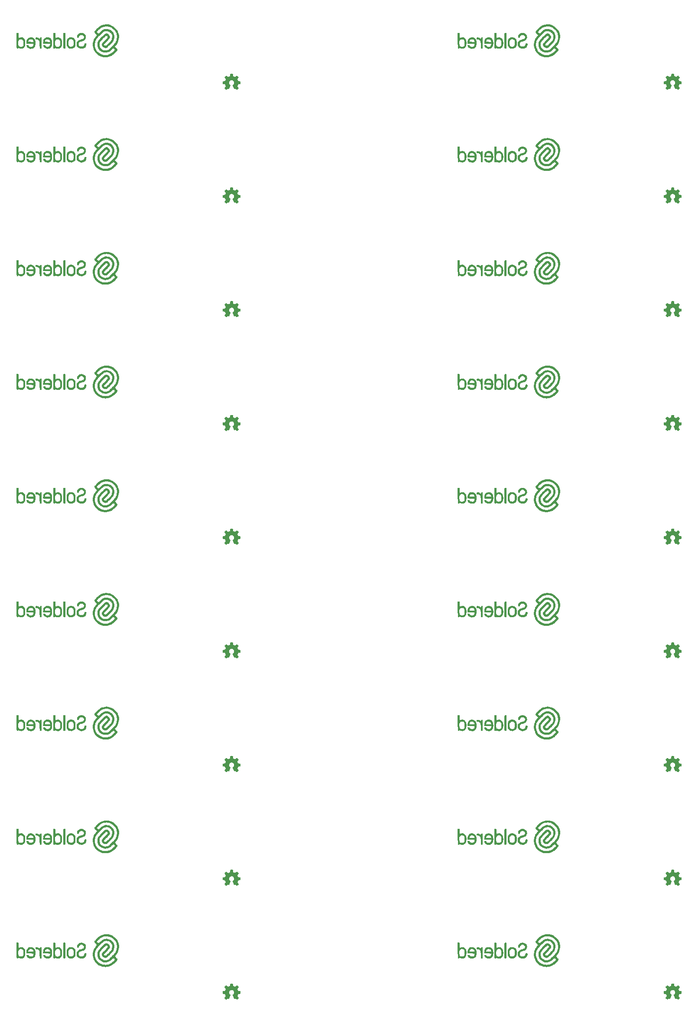
<source format=gbr>
%TF.GenerationSoftware,KiCad,Pcbnew,(5.99.0-11441-g1a5e63bcab)*%
%TF.CreationDate,2022-01-11T09:27:26+01:00*%
%TF.ProjectId,Slider_potentiometer,536c6964-6572-45f7-906f-74656e74696f,V1.1.1.*%
%TF.SameCoordinates,PX5f5e100PYe5d5e40*%
%TF.FileFunction,Legend,Bot*%
%TF.FilePolarity,Positive*%
%FSLAX46Y46*%
G04 Gerber Fmt 4.6, Leading zero omitted, Abs format (unit mm)*
G04 Created by KiCad (PCBNEW (5.99.0-11441-g1a5e63bcab)) date 2022-01-11 09:27:26*
%MOMM*%
%LPD*%
G01*
G04 APERTURE LIST*
G04 APERTURE END LIST*
%TO.C,G\u002A\u002A\u002A*%
G36*
X161260785Y182176543D02*
G01*
X161304014Y182176001D01*
X161343420Y182175154D01*
X161377433Y182174001D01*
X161404484Y182172539D01*
X161423004Y182170768D01*
X161431421Y182168685D01*
X161433945Y182164705D01*
X161438205Y182152341D01*
X161443637Y182131334D01*
X161450375Y182101080D01*
X161458551Y182060977D01*
X161468298Y182010419D01*
X161479749Y181948803D01*
X161485286Y181918630D01*
X161495636Y181862553D01*
X161504241Y181816593D01*
X161511334Y181779725D01*
X161517145Y181750927D01*
X161521904Y181729175D01*
X161525842Y181713446D01*
X161529189Y181702716D01*
X161532177Y181695963D01*
X161535034Y181692163D01*
X161537993Y181690293D01*
X161538333Y181690154D01*
X161546809Y181686683D01*
X161564549Y181679402D01*
X161590085Y181668915D01*
X161621949Y181655823D01*
X161658674Y181640729D01*
X161698792Y181624238D01*
X161720430Y181615363D01*
X161762446Y181598326D01*
X161795389Y181585351D01*
X161820486Y181576016D01*
X161838969Y181569901D01*
X161852066Y181566584D01*
X161861008Y181565646D01*
X161867023Y181566666D01*
X161867279Y181566769D01*
X161875993Y181571720D01*
X161893153Y181582568D01*
X161917584Y181598530D01*
X161948111Y181618827D01*
X161983560Y181642677D01*
X162022755Y181669300D01*
X162064523Y181697915D01*
X162068387Y181700573D01*
X162109664Y181728850D01*
X162148017Y181754928D01*
X162182316Y181778052D01*
X162211430Y181797468D01*
X162234229Y181812422D01*
X162249585Y181822160D01*
X162256366Y181825929D01*
X162259287Y181824850D01*
X162270475Y181816450D01*
X162289133Y181800120D01*
X162314843Y181776252D01*
X162347183Y181745241D01*
X162385735Y181707477D01*
X162430079Y181663354D01*
X162431538Y181661892D01*
X162473498Y181619755D01*
X162507758Y181585065D01*
X162535031Y181557034D01*
X162556030Y181534875D01*
X162571468Y181517799D01*
X162582057Y181505020D01*
X162588511Y181495749D01*
X162591543Y181489199D01*
X162591865Y181484582D01*
X162591819Y181484391D01*
X162587570Y181475995D01*
X162577385Y181459143D01*
X162562026Y181435003D01*
X162542259Y181404746D01*
X162518847Y181369542D01*
X162492554Y181330562D01*
X162464145Y181288975D01*
X162436370Y181248259D01*
X162409585Y181208344D01*
X162386114Y181172680D01*
X162366650Y181142349D01*
X162351887Y181118435D01*
X162342519Y181102018D01*
X162339240Y181094181D01*
X162339959Y181090307D01*
X162344648Y181075882D01*
X162353074Y181053379D01*
X162364499Y181024524D01*
X162378186Y180991039D01*
X162393400Y180954647D01*
X162409402Y180917072D01*
X162425457Y180880037D01*
X162440827Y180845266D01*
X162454775Y180814481D01*
X162466565Y180789406D01*
X162475460Y180771765D01*
X162480723Y180763280D01*
X162484207Y180760842D01*
X162493647Y180756987D01*
X162509260Y180752404D01*
X162531956Y180746890D01*
X162562649Y180740241D01*
X162602250Y180732250D01*
X162651670Y180722715D01*
X162711821Y180711430D01*
X162734725Y180707159D01*
X162791913Y180696318D01*
X162838507Y180687165D01*
X162875288Y180679527D01*
X162903036Y180673230D01*
X162922528Y180668101D01*
X162934546Y180663966D01*
X162939868Y180660652D01*
X162940945Y180658489D01*
X162942788Y180649925D01*
X162944265Y180634927D01*
X162945405Y180612602D01*
X162946237Y180582054D01*
X162946788Y180542387D01*
X162947088Y180492706D01*
X162947166Y180432116D01*
X162947165Y180430809D01*
X162947049Y180380702D01*
X162946762Y180333971D01*
X162946326Y180292020D01*
X162945764Y180256256D01*
X162945097Y180228082D01*
X162944348Y180208904D01*
X162943538Y180200127D01*
X162943249Y180199044D01*
X162941958Y180195105D01*
X162939677Y180191662D01*
X162935341Y180188450D01*
X162927891Y180185205D01*
X162916264Y180181663D01*
X162899398Y180177561D01*
X162876231Y180172633D01*
X162845703Y180166617D01*
X162806750Y180159248D01*
X162758312Y180150261D01*
X162699326Y180139394D01*
X162679943Y180135809D01*
X162622968Y180125023D01*
X162576968Y180115873D01*
X162541412Y180108238D01*
X162515766Y180102001D01*
X162499498Y180097042D01*
X162492074Y180093243D01*
X162492037Y180093205D01*
X162487341Y180085092D01*
X162479151Y180067642D01*
X162468139Y180042539D01*
X162454981Y180011466D01*
X162440348Y179976106D01*
X162424915Y179938142D01*
X162409355Y179899256D01*
X162394342Y179861131D01*
X162380549Y179825452D01*
X162368649Y179793900D01*
X162359316Y179768158D01*
X162353224Y179749909D01*
X162351047Y179740838D01*
X162354038Y179733809D01*
X162363048Y179718109D01*
X162377328Y179695023D01*
X162396125Y179665725D01*
X162418683Y179631391D01*
X162444248Y179593196D01*
X162472066Y179552315D01*
X162498768Y179513087D01*
X162524441Y179474754D01*
X162547138Y179440232D01*
X162566104Y179410696D01*
X162580585Y179387322D01*
X162589827Y179371285D01*
X162593075Y179363760D01*
X162592967Y179363042D01*
X162587296Y179353872D01*
X162573072Y179336767D01*
X162550375Y179311813D01*
X162519287Y179279097D01*
X162479889Y179238708D01*
X162432262Y179190732D01*
X162418228Y179176715D01*
X162372415Y179131357D01*
X162334477Y179094505D01*
X162304291Y179066042D01*
X162281733Y179045853D01*
X162266680Y179033824D01*
X162259007Y179029840D01*
X162252682Y179032417D01*
X162237463Y179041034D01*
X162214814Y179054970D01*
X162185924Y179073461D01*
X162151985Y179095744D01*
X162114187Y179121057D01*
X162073721Y179148635D01*
X162037670Y179173224D01*
X161999510Y179198823D01*
X161965074Y179221475D01*
X161935551Y179240418D01*
X161912133Y179254888D01*
X161896012Y179264123D01*
X161888377Y179267359D01*
X161885264Y179266774D01*
X161871893Y179261761D01*
X161851359Y179252449D01*
X161825828Y179239849D01*
X161797462Y179224968D01*
X161792047Y179222061D01*
X161761139Y179206142D01*
X161736018Y179194389D01*
X161718130Y179187439D01*
X161708919Y179185929D01*
X161705072Y179190616D01*
X161697181Y179205226D01*
X161685429Y179229884D01*
X161669747Y179264747D01*
X161650063Y179309975D01*
X161626308Y179365728D01*
X161598411Y179432165D01*
X161566303Y179509444D01*
X161539412Y179574442D01*
X161509835Y179645951D01*
X161484260Y179707835D01*
X161462405Y179760804D01*
X161443989Y179805570D01*
X161428730Y179842845D01*
X161416345Y179873339D01*
X161406552Y179897766D01*
X161399070Y179916835D01*
X161393617Y179931259D01*
X161389910Y179941749D01*
X161387669Y179949017D01*
X161386609Y179953773D01*
X161386451Y179956730D01*
X161386911Y179958599D01*
X161387708Y179960092D01*
X161387980Y179960496D01*
X161395200Y179967237D01*
X161409903Y179978975D01*
X161430105Y179994174D01*
X161453823Y180011297D01*
X161507980Y180053462D01*
X161562561Y180106915D01*
X161606481Y180164353D01*
X161640199Y180226504D01*
X161664176Y180294096D01*
X161678870Y180367857D01*
X161682776Y180426445D01*
X161677395Y180496983D01*
X161661497Y180565313D01*
X161635790Y180630410D01*
X161600979Y180691247D01*
X161557771Y180746801D01*
X161506873Y180796045D01*
X161448992Y180837955D01*
X161384834Y180871504D01*
X161315106Y180895669D01*
X161285299Y180901972D01*
X161233854Y180907620D01*
X161179248Y180908477D01*
X161126091Y180904542D01*
X161078992Y180895811D01*
X161015083Y180874495D01*
X160948079Y180840960D01*
X160887631Y180798196D01*
X160834500Y180746953D01*
X160789450Y180687977D01*
X160753242Y180622019D01*
X160726638Y180549826D01*
X160721958Y180532331D01*
X160717545Y180510561D01*
X160714884Y180487372D01*
X160713611Y180459308D01*
X160713366Y180422915D01*
X160713808Y180392957D01*
X160716278Y180352066D01*
X160721700Y180316587D01*
X160730969Y180282709D01*
X160744980Y180246620D01*
X160764626Y180204509D01*
X160767279Y180199129D01*
X160780968Y180172730D01*
X160793831Y180151496D01*
X160808263Y180132157D01*
X160826661Y180111444D01*
X160851423Y180086085D01*
X160875493Y180063190D01*
X160904399Y180037909D01*
X160932624Y180015175D01*
X160956507Y179998055D01*
X160969165Y179989664D01*
X160989897Y179974442D01*
X161001556Y179962993D01*
X161005206Y179954363D01*
X161003161Y179947251D01*
X160996958Y179930223D01*
X160987044Y179904461D01*
X160973872Y179871058D01*
X160957893Y179831106D01*
X160939560Y179785699D01*
X160919324Y179735930D01*
X160897638Y179682891D01*
X160874953Y179627676D01*
X160851722Y179571376D01*
X160828395Y179515086D01*
X160805427Y179459898D01*
X160783267Y179406905D01*
X160762369Y179357200D01*
X160743184Y179311876D01*
X160726164Y179272025D01*
X160711761Y179238741D01*
X160700428Y179213116D01*
X160692616Y179196244D01*
X160688777Y179189217D01*
X160687825Y179188326D01*
X160683237Y179186159D01*
X160676154Y179186611D01*
X160665001Y179190289D01*
X160648205Y179197799D01*
X160624192Y179209748D01*
X160591388Y179226743D01*
X160502659Y179273123D01*
X160445508Y179234949D01*
X160435996Y179228567D01*
X160410418Y179211267D01*
X160378502Y179189547D01*
X160342510Y179164952D01*
X160304705Y179139027D01*
X160267349Y179113315D01*
X160241597Y179095738D01*
X160209659Y179074471D01*
X160181517Y179056329D01*
X160158633Y179042232D01*
X160142471Y179033098D01*
X160134495Y179029848D01*
X160133574Y179030054D01*
X160124861Y179035824D01*
X160109470Y179048708D01*
X160088489Y179067618D01*
X160063006Y179091463D01*
X160034110Y179119154D01*
X160002889Y179149603D01*
X159970430Y179181720D01*
X159937821Y179214415D01*
X159906151Y179246600D01*
X159876507Y179277185D01*
X159849978Y179305080D01*
X159827651Y179329196D01*
X159810615Y179348445D01*
X159799957Y179361736D01*
X159796766Y179367981D01*
X159800605Y179374440D01*
X159810408Y179389548D01*
X159825385Y179412105D01*
X159844763Y179440962D01*
X159867770Y179474968D01*
X159893633Y179512972D01*
X159921581Y179553826D01*
X159948874Y179593866D01*
X159974521Y179631977D01*
X159997188Y179666152D01*
X160016123Y179695239D01*
X160030577Y179718086D01*
X160039799Y179733540D01*
X160043040Y179740448D01*
X160042676Y179742571D01*
X160038878Y179754688D01*
X160031477Y179775289D01*
X160021128Y179802750D01*
X160008486Y179835445D01*
X159994204Y179871750D01*
X159978937Y179910040D01*
X159963338Y179948690D01*
X159948063Y179986075D01*
X159933765Y180020570D01*
X159921098Y180050549D01*
X159910717Y180074389D01*
X159903276Y180090464D01*
X159899429Y180097148D01*
X159899333Y180097216D01*
X159891575Y180099595D01*
X159873599Y180103782D01*
X159846736Y180109506D01*
X159812318Y180116497D01*
X159771679Y180124483D01*
X159726150Y180133193D01*
X159677063Y180142357D01*
X159626021Y180151872D01*
X159572960Y180162068D01*
X159530472Y180170649D01*
X159497956Y180177749D01*
X159474811Y180183499D01*
X159460436Y180188033D01*
X159454230Y180191482D01*
X159452236Y180199295D01*
X159450453Y180217394D01*
X159448980Y180244096D01*
X159447813Y180277830D01*
X159446952Y180317027D01*
X159446395Y180360117D01*
X159446140Y180405531D01*
X159446185Y180451699D01*
X159446529Y180497051D01*
X159447169Y180540019D01*
X159448105Y180579032D01*
X159449334Y180612521D01*
X159450854Y180638916D01*
X159452664Y180656649D01*
X159454762Y180664148D01*
X159455087Y180664358D01*
X159463883Y180667131D01*
X159482804Y180671697D01*
X159510527Y180677780D01*
X159545727Y180685104D01*
X159587080Y180693393D01*
X159633263Y180702370D01*
X159682951Y180711758D01*
X159733034Y180721244D01*
X159780887Y180730628D01*
X159823062Y180739234D01*
X159858371Y180746807D01*
X159885622Y180753090D01*
X159903627Y180757830D01*
X159911196Y180760769D01*
X159914842Y180766710D01*
X159922614Y180782307D01*
X159933506Y180805656D01*
X159946794Y180835073D01*
X159961754Y180868874D01*
X159977664Y180905375D01*
X159993800Y180942893D01*
X160009439Y180979744D01*
X160023856Y181014245D01*
X160036329Y181044711D01*
X160046134Y181069460D01*
X160052547Y181086808D01*
X160054846Y181095070D01*
X160054704Y181095753D01*
X160050157Y181104599D01*
X160039744Y181121790D01*
X160024193Y181146211D01*
X160004231Y181176744D01*
X159980588Y181212275D01*
X159953990Y181251687D01*
X159925166Y181293866D01*
X159918971Y181302887D01*
X159890563Y181344498D01*
X159864523Y181383043D01*
X159841578Y181417415D01*
X159822456Y181446511D01*
X159807884Y181469224D01*
X159798591Y181484450D01*
X159795304Y181491085D01*
X159799297Y181497059D01*
X159810648Y181510167D01*
X159828255Y181529298D01*
X159851019Y181553344D01*
X159877838Y181581196D01*
X159907614Y181611748D01*
X159939246Y181643889D01*
X159971634Y181676513D01*
X160003677Y181708510D01*
X160034275Y181738774D01*
X160062329Y181766195D01*
X160086738Y181789665D01*
X160106402Y181808077D01*
X160120220Y181820322D01*
X160127093Y181825292D01*
X160130771Y181824754D01*
X160143003Y181819034D01*
X160163387Y181807210D01*
X160192198Y181789108D01*
X160229711Y181764554D01*
X160276199Y181733373D01*
X160331939Y181695392D01*
X160345775Y181685922D01*
X160387746Y181657372D01*
X160426518Y181631256D01*
X160461007Y181608288D01*
X160490128Y181589180D01*
X160512796Y181574648D01*
X160527925Y181565406D01*
X160534431Y181562166D01*
X160538175Y181562938D01*
X160552191Y181567593D01*
X160574287Y181575836D01*
X160602730Y181586946D01*
X160635789Y181600202D01*
X160671731Y181614884D01*
X160708823Y181630270D01*
X160745332Y181645639D01*
X160779527Y181660271D01*
X160809673Y181673445D01*
X160834040Y181684439D01*
X160850894Y181692533D01*
X160858502Y181697007D01*
X160861057Y181701584D01*
X160865589Y181715466D01*
X160871445Y181738619D01*
X160878729Y181771520D01*
X160887546Y181814647D01*
X160897999Y181868479D01*
X160910195Y181933493D01*
X160912394Y181945333D01*
X160921786Y181995069D01*
X160930704Y182041008D01*
X160938879Y182081848D01*
X160946041Y182116284D01*
X160951920Y182143013D01*
X160956246Y182160730D01*
X160958749Y182168132D01*
X160965680Y182170145D01*
X160982986Y182171972D01*
X161009027Y182173509D01*
X161042232Y182174754D01*
X161081031Y182175706D01*
X161123856Y182176362D01*
X161169136Y182176722D01*
X161215303Y182176783D01*
X161260785Y182176543D01*
G37*
%TO.C,REF\u002A\u002A*%
G36*
X128533311Y190147067D02*
G01*
X128704847Y190138988D01*
X128711834Y188640147D01*
X128713156Y188339381D01*
X128714104Y188062936D01*
X128714453Y187831948D01*
X128714098Y187642232D01*
X128712933Y187489600D01*
X128710854Y187369865D01*
X128707754Y187278841D01*
X128703529Y187212342D01*
X128698072Y187166180D01*
X128691279Y187136168D01*
X128683044Y187118120D01*
X128673262Y187107850D01*
X128665024Y187102486D01*
X128593655Y187080154D01*
X128503223Y187075465D01*
X128417139Y187087778D01*
X128358813Y187116453D01*
X128356719Y187118737D01*
X128347832Y187134570D01*
X128340351Y187161984D01*
X128334161Y187205172D01*
X128329144Y187268332D01*
X128325186Y187355656D01*
X128322171Y187471340D01*
X128319981Y187619580D01*
X128318502Y187804569D01*
X128317616Y188030503D01*
X128317209Y188301577D01*
X128317164Y188621985D01*
X128317337Y188780418D01*
X128318235Y189047742D01*
X128319825Y189296542D01*
X128322031Y189521818D01*
X128324778Y189718569D01*
X128327991Y189881794D01*
X128331595Y190006491D01*
X128335514Y190087661D01*
X128339675Y190120302D01*
X128358338Y190134905D01*
X128422414Y190147354D01*
X128533311Y190147067D01*
G37*
G36*
X132038648Y190140682D02*
G01*
X132203078Y190099941D01*
X132309768Y190050114D01*
X132463455Y189942921D01*
X132591443Y189810214D01*
X132679816Y189664697D01*
X132729962Y189496802D01*
X132742348Y189304803D01*
X132713033Y189114849D01*
X132644084Y188939614D01*
X132537564Y188791768D01*
X132492938Y188748219D01*
X132393888Y188671835D01*
X132274993Y188607808D01*
X132125077Y188550651D01*
X131932965Y188494874D01*
X131862153Y188475891D01*
X131685187Y188422619D01*
X131551799Y188369995D01*
X131454904Y188313159D01*
X131387422Y188247245D01*
X131342269Y188167392D01*
X131312363Y188068735D01*
X131302140Y187998467D01*
X131316231Y187847607D01*
X131375717Y187708623D01*
X131475093Y187591932D01*
X131608851Y187507948D01*
X131727482Y187476689D01*
X131871205Y187468827D01*
X132013942Y187484628D01*
X132131845Y187523386D01*
X132210044Y187569536D01*
X132323528Y187674322D01*
X132390082Y187802871D01*
X132411801Y187958440D01*
X132411802Y187958985D01*
X132422366Y188037301D01*
X132459524Y188086104D01*
X132531782Y188111159D01*
X132647650Y188118229D01*
X132689332Y188117350D01*
X132772703Y188103392D01*
X132819479Y188065377D01*
X132836663Y187994255D01*
X132831262Y187880972D01*
X132827439Y187849421D01*
X132772715Y187638167D01*
X132672633Y187450512D01*
X132531774Y187291791D01*
X132354717Y187167343D01*
X132146042Y187082503D01*
X132076315Y187068509D01*
X131948175Y187057541D01*
X131803980Y187058065D01*
X131626123Y187080719D01*
X131415251Y187148850D01*
X131229909Y187257010D01*
X131076912Y187400996D01*
X130963073Y187576607D01*
X130951835Y187601482D01*
X130906043Y187760392D01*
X130888161Y187941084D01*
X130898893Y188122905D01*
X130938940Y188285207D01*
X131020637Y188445204D01*
X131140764Y188583708D01*
X131301319Y188699002D01*
X131505906Y188793659D01*
X131758129Y188870254D01*
X131913618Y188912420D01*
X132069783Y188968543D01*
X132183081Y189031256D01*
X132259490Y189105134D01*
X132304986Y189194753D01*
X132325547Y189304689D01*
X132326185Y189389507D01*
X132292657Y189524609D01*
X132215643Y189629692D01*
X132096996Y189702667D01*
X131938568Y189741441D01*
X131773176Y189741523D01*
X131625257Y189701604D01*
X131506064Y189625198D01*
X131421943Y189516414D01*
X131379243Y189379361D01*
X131363534Y189297982D01*
X131327892Y189230464D01*
X131264232Y189197519D01*
X131160721Y189188830D01*
X131160560Y189188830D01*
X131058290Y189198654D01*
X130997581Y189233463D01*
X130971615Y189301326D01*
X130973574Y189410314D01*
X130973864Y189413089D01*
X131019872Y189618665D01*
X131111199Y189795783D01*
X131247663Y189944181D01*
X131429082Y190063597D01*
X131496818Y190093070D01*
X131665891Y190136325D01*
X131853043Y190152503D01*
X132038648Y190140682D01*
G37*
G36*
X126140200Y188258493D02*
G01*
X126140046Y188039211D01*
X126121174Y187833060D01*
X126084949Y187652828D01*
X126032738Y187511302D01*
X125956674Y187394192D01*
X125850741Y187276270D01*
X125732570Y187175906D01*
X125618562Y187109032D01*
X125589094Y187097889D01*
X125489214Y187069388D01*
X125385985Y187049544D01*
X125203524Y187040966D01*
X124996673Y187068466D01*
X124807475Y187133096D01*
X124649047Y187231615D01*
X124648782Y187231834D01*
X124563651Y187321821D01*
X124486904Y187437190D01*
X124429665Y187558318D01*
X124403061Y187665578D01*
X124395679Y187756902D01*
X124573696Y187764755D01*
X124751714Y187772609D01*
X124814582Y187659064D01*
X124863901Y187584098D01*
X124958982Y187498469D01*
X125081626Y187450999D01*
X125240510Y187437165D01*
X125375392Y187451283D01*
X125517475Y187506107D01*
X125624322Y187600836D01*
X125694400Y187733995D01*
X125726175Y187904109D01*
X125733930Y188024552D01*
X125072188Y188031709D01*
X124917035Y188033145D01*
X124733337Y188035290D01*
X124593533Y188040140D01*
X124491946Y188050635D01*
X124422901Y188069712D01*
X124380722Y188100310D01*
X124359733Y188145365D01*
X124354258Y188207817D01*
X124358620Y188290604D01*
X124367145Y188396664D01*
X124367372Y188399262D01*
X124743624Y188399262D01*
X125720548Y188384672D01*
X125720548Y188466430D01*
X125707576Y188565151D01*
X125647936Y188695352D01*
X125545677Y188803237D01*
X125527194Y188816314D01*
X125403507Y188871135D01*
X125257861Y188895044D01*
X125109631Y188886632D01*
X124978194Y188844490D01*
X124975164Y188842928D01*
X124861541Y188756054D01*
X124783464Y188638094D01*
X124749834Y188502384D01*
X124743624Y188399262D01*
X124367372Y188399262D01*
X124375325Y188490205D01*
X124401262Y188662593D01*
X124441785Y188800540D01*
X124501281Y188916720D01*
X124584133Y189023808D01*
X124602788Y189044078D01*
X124727840Y189154187D01*
X124865361Y189227204D01*
X125027366Y189267946D01*
X125225867Y189281233D01*
X125296803Y189281172D01*
X125398560Y189276906D01*
X125477469Y189263753D01*
X125553460Y189237595D01*
X125646463Y189194313D01*
X125805110Y189098385D01*
X125932203Y188976845D01*
X126025798Y188826023D01*
X126089959Y188639311D01*
X126119217Y188466430D01*
X126128750Y188410100D01*
X126140200Y188258493D01*
G37*
G36*
X130711893Y187998711D02*
G01*
X130710135Y187873527D01*
X130705781Y187781935D01*
X130697663Y187714078D01*
X130684612Y187660100D01*
X130665460Y187610144D01*
X130639038Y187554352D01*
X130570991Y187436376D01*
X130431266Y187273170D01*
X130260721Y187151553D01*
X130063587Y187075049D01*
X130008757Y187064777D01*
X129871360Y187056914D01*
X129718834Y187065245D01*
X129573697Y187087975D01*
X129458470Y187123307D01*
X129429400Y187136988D01*
X129267532Y187244633D01*
X129127969Y187390732D01*
X129022961Y187562923D01*
X128995723Y187623580D01*
X128975094Y187678426D01*
X128961097Y187734993D01*
X128952447Y187803643D01*
X128947860Y187894737D01*
X128946050Y188018637D01*
X128945749Y188176708D01*
X129334412Y188176708D01*
X129334598Y188133753D01*
X129339530Y187953175D01*
X129353278Y187815401D01*
X129378745Y187711741D01*
X129418840Y187633511D01*
X129476465Y187572021D01*
X129554529Y187518586D01*
X129569513Y187510160D01*
X129712912Y187458682D01*
X129865112Y187447955D01*
X130013146Y187475740D01*
X130144047Y187539794D01*
X130244846Y187637878D01*
X130278975Y187705788D01*
X130312425Y187830359D01*
X130333796Y187988044D01*
X130341729Y188167932D01*
X130334862Y188359114D01*
X130319513Y188494812D01*
X130284449Y188634511D01*
X130227235Y188738869D01*
X130142161Y188817434D01*
X130023518Y188879755D01*
X129974845Y188897029D01*
X129826180Y188917178D01*
X129679055Y188894817D01*
X129545014Y188834512D01*
X129435605Y188740829D01*
X129362373Y188618331D01*
X129360160Y188611387D01*
X129349912Y188547942D01*
X129341676Y188445998D01*
X129336245Y188318078D01*
X129334412Y188176708D01*
X128945749Y188176708D01*
X128945732Y188185705D01*
X128945732Y188641273D01*
X129033842Y188820250D01*
X129048439Y188848896D01*
X129164759Y189021586D01*
X129310975Y189151910D01*
X129492291Y189244685D01*
X129562693Y189268487D01*
X129649164Y189286814D01*
X129749184Y189293412D01*
X129882507Y189290604D01*
X129886580Y189290427D01*
X130013571Y189282172D01*
X130106486Y189267666D01*
X130184241Y189242562D01*
X130265752Y189202513D01*
X130413557Y189102321D01*
X130539774Y188965882D01*
X130642604Y188788576D01*
X130665222Y188738520D01*
X130684246Y188686991D01*
X130697302Y188631510D01*
X130705509Y188562162D01*
X130709985Y188469031D01*
X130711850Y188342202D01*
X130712223Y188171759D01*
X130712223Y188167344D01*
X130711893Y187998711D01*
G37*
G36*
X122876462Y188237542D02*
G01*
X122873760Y188022939D01*
X122853413Y187821538D01*
X122817107Y187646281D01*
X122766529Y187510112D01*
X122654881Y187341565D01*
X122504046Y187201148D01*
X122325315Y187102211D01*
X122125865Y187049909D01*
X121943756Y187040998D01*
X121734225Y187067774D01*
X121543506Y187132302D01*
X121383715Y187231615D01*
X121383450Y187231834D01*
X121298319Y187321821D01*
X121221572Y187437190D01*
X121164334Y187558318D01*
X121137729Y187665578D01*
X121130347Y187756902D01*
X121308365Y187764755D01*
X121486382Y187772609D01*
X121549250Y187659936D01*
X121578090Y187614393D01*
X121680692Y187514428D01*
X121816364Y187455313D01*
X121986891Y187436134D01*
X122112196Y187449001D01*
X122253315Y187503853D01*
X122360853Y187598860D01*
X122431520Y187730833D01*
X122462025Y187896583D01*
X122468598Y188024552D01*
X121799473Y188037934D01*
X121130347Y188051317D01*
X121122685Y188328849D01*
X121122756Y188399262D01*
X121478293Y188399262D01*
X122462317Y188384644D01*
X122448327Y188508762D01*
X122431114Y188594594D01*
X122368492Y188718485D01*
X122258660Y188825022D01*
X122199954Y188856361D01*
X122084802Y188885321D01*
X121952357Y188893456D01*
X121821938Y188880075D01*
X121712862Y188844490D01*
X121709833Y188842928D01*
X121596209Y188756054D01*
X121518132Y188638094D01*
X121484502Y188502384D01*
X121478293Y188399262D01*
X121122756Y188399262D01*
X121122863Y188504523D01*
X121138523Y188666075D01*
X121173838Y188798161D01*
X121232144Y188912687D01*
X121316776Y189021556D01*
X121320161Y189025295D01*
X121470024Y189152346D01*
X121644420Y189238511D01*
X121834295Y189284388D01*
X122030596Y189290574D01*
X122224270Y189257666D01*
X122406263Y189186262D01*
X122567523Y189076960D01*
X122698995Y188930355D01*
X122707537Y188917761D01*
X122774755Y188799396D01*
X122821971Y188670041D01*
X122853171Y188515718D01*
X122866171Y188384644D01*
X122872340Y188322450D01*
X122876462Y188237542D01*
G37*
G36*
X128068016Y187838721D02*
G01*
X128033674Y187658619D01*
X127983072Y187515420D01*
X127979943Y187509128D01*
X127896135Y187380415D01*
X127783333Y187257913D01*
X127657155Y187156372D01*
X127533219Y187090543D01*
X127505860Y187081554D01*
X127364638Y187056860D01*
X127207116Y187056048D01*
X127055211Y187077989D01*
X126930840Y187121555D01*
X126857496Y187156993D01*
X126785194Y187177494D01*
X126726604Y187167668D01*
X126664626Y187127924D01*
X126586983Y187087179D01*
X126491223Y187077099D01*
X126407875Y187107850D01*
X126398747Y187117168D01*
X126390404Y187134513D01*
X126383510Y187163519D01*
X126377961Y187208374D01*
X126373650Y187273263D01*
X126370472Y187362374D01*
X126368322Y187479893D01*
X126367095Y187630007D01*
X126366685Y187816903D01*
X126366987Y188044767D01*
X126367409Y188171759D01*
X126712029Y188171759D01*
X126713000Y188076246D01*
X126723970Y187888283D01*
X126749910Y187743073D01*
X126794259Y187633743D01*
X126860461Y187553418D01*
X126951954Y187495225D01*
X127072181Y187452291D01*
X127212474Y187430820D01*
X127369861Y187452266D01*
X127510648Y187523607D01*
X127629894Y187643152D01*
X127667473Y187716831D01*
X127700166Y187841012D01*
X127720117Y187992766D01*
X127727335Y188158860D01*
X127721831Y188326064D01*
X127703615Y188481146D01*
X127672697Y188610875D01*
X127629086Y188702020D01*
X127616244Y188718627D01*
X127504420Y188820659D01*
X127372163Y188883906D01*
X127229688Y188909067D01*
X127087206Y188896839D01*
X126954931Y188847920D01*
X126843075Y188763006D01*
X126761852Y188642795D01*
X126743344Y188595171D01*
X126727863Y188530246D01*
X126718274Y188445520D01*
X126713392Y188329766D01*
X126712029Y188171759D01*
X126367409Y188171759D01*
X126367894Y188317786D01*
X126369303Y188640147D01*
X126376290Y190138988D01*
X126547826Y190147067D01*
X126623008Y190148698D01*
X126703973Y190141100D01*
X126741462Y190120302D01*
X126746398Y190101557D01*
X126753271Y190034698D01*
X126758806Y189930532D01*
X126762530Y189798911D01*
X126763973Y189649686D01*
X126764285Y189552843D01*
X126766225Y189411577D01*
X126770469Y189312744D01*
X126777643Y189249158D01*
X126788375Y189213634D01*
X126803290Y189198985D01*
X126834640Y189198033D01*
X126904895Y189212198D01*
X126991649Y189239973D01*
X127182957Y189286063D01*
X127376274Y189283375D01*
X127560139Y189233314D01*
X127727318Y189138882D01*
X127870576Y189003079D01*
X127982677Y188828905D01*
X127995970Y188799470D01*
X128042866Y188646272D01*
X128073523Y188459503D01*
X128087937Y188253259D01*
X128087118Y188158860D01*
X128086102Y188041633D01*
X128068016Y187838721D01*
G37*
G36*
X120882035Y187865576D02*
G01*
X120865274Y187722400D01*
X120841079Y187618211D01*
X120784795Y187488968D01*
X120664265Y187315989D01*
X120506940Y187179718D01*
X120317165Y187084580D01*
X120260005Y187067710D01*
X120091442Y187048243D01*
X119915841Y187064349D01*
X119755983Y187114803D01*
X119712040Y187134983D01*
X119630251Y187167875D01*
X119574171Y187177175D01*
X119528265Y187163614D01*
X119476995Y187127924D01*
X119446687Y187107662D01*
X119341133Y187075592D01*
X119232220Y187090640D01*
X119226447Y187094364D01*
X119218247Y187108085D01*
X119211355Y187134853D01*
X119205662Y187178717D01*
X119201055Y187243725D01*
X119197424Y187333924D01*
X119194656Y187453363D01*
X119192641Y187606091D01*
X119191268Y187796155D01*
X119190425Y188027605D01*
X119190029Y188285386D01*
X119512783Y188285386D01*
X119513369Y188147708D01*
X119519510Y188008138D01*
X119530436Y187880518D01*
X119545375Y187778689D01*
X119563556Y187716491D01*
X119591937Y187668385D01*
X119679680Y187563281D01*
X119779067Y187489299D01*
X119805248Y187477091D01*
X119930755Y187443494D01*
X120066935Y187436924D01*
X120186637Y187459374D01*
X120249610Y187484441D01*
X120350457Y187538945D01*
X120424497Y187607120D01*
X120475480Y187696816D01*
X120507151Y187815881D01*
X120523257Y187972165D01*
X120527547Y188173518D01*
X120526364Y188270958D01*
X120514865Y188458492D01*
X120488294Y188603300D01*
X120443163Y188712229D01*
X120375985Y188792128D01*
X120283272Y188849846D01*
X120161537Y188892230D01*
X120057095Y188910205D01*
X119901500Y188898063D01*
X119763075Y188840834D01*
X119649015Y188743514D01*
X119566513Y188611099D01*
X119522763Y188448585D01*
X119518524Y188407332D01*
X119512783Y188285386D01*
X119190029Y188285386D01*
X119190000Y188304487D01*
X119189884Y188630851D01*
X119189884Y190154816D01*
X119370548Y190146902D01*
X119551211Y190138988D01*
X119564594Y189686842D01*
X119568594Y189559676D01*
X119575579Y189409381D01*
X119586357Y189303233D01*
X119603886Y189235605D01*
X119631124Y189200869D01*
X119671030Y189193399D01*
X119726562Y189207566D01*
X119800678Y189237743D01*
X119949374Y189283228D01*
X120133103Y189293590D01*
X120312660Y189257901D01*
X120480601Y189179814D01*
X120629483Y189062980D01*
X120751861Y188911052D01*
X120840290Y188727682D01*
X120854672Y188675484D01*
X120874934Y188547707D01*
X120887811Y188388805D01*
X120893294Y188212801D01*
X120892872Y188173518D01*
X120891372Y188033717D01*
X120882035Y187865576D01*
G37*
G36*
X138813003Y186656860D02*
G01*
X138807502Y186649507D01*
X138748235Y186580247D01*
X138658857Y186485744D01*
X138548372Y186374633D01*
X138425783Y186255544D01*
X138300094Y186137111D01*
X138180310Y186027967D01*
X138075433Y185936743D01*
X137994468Y185872073D01*
X137969338Y185853839D01*
X137659408Y185664435D01*
X137324843Y185522531D01*
X136965891Y185428236D01*
X136955651Y185426340D01*
X136764425Y185403995D01*
X136543664Y185397724D01*
X136313414Y185406777D01*
X136093722Y185430407D01*
X135904636Y185467864D01*
X135578350Y185580697D01*
X135267887Y185741627D01*
X134981861Y185945268D01*
X134725845Y186187033D01*
X134505412Y186462338D01*
X134326137Y186766596D01*
X134262863Y186899725D01*
X134189971Y187077868D01*
X134139251Y187246402D01*
X134107234Y187420949D01*
X134090451Y187617134D01*
X134085432Y187850579D01*
X134489616Y187850579D01*
X134491010Y187736040D01*
X134499721Y187587176D01*
X134518432Y187458587D01*
X134549455Y187330176D01*
X134563396Y187282617D01*
X134685396Y186971175D01*
X134850937Y186688770D01*
X135056848Y186438756D01*
X135299960Y186224489D01*
X135577101Y186049324D01*
X135885102Y185916616D01*
X135974104Y185887594D01*
X136075480Y185860781D01*
X136177361Y185843598D01*
X136297418Y185833258D01*
X136453319Y185826974D01*
X136580670Y185824972D01*
X136775388Y185831898D01*
X136945264Y185854605D01*
X137107855Y185895887D01*
X137280718Y185958535D01*
X137286037Y185960689D01*
X137442985Y186031181D01*
X137586413Y186111893D01*
X137727864Y186210875D01*
X137878878Y186336178D01*
X138050997Y186495853D01*
X138052919Y186497704D01*
X138182197Y186624767D01*
X138273866Y186723643D01*
X138330628Y186801237D01*
X138355185Y186864457D01*
X138350237Y186920206D01*
X138318486Y186975393D01*
X138262634Y187036923D01*
X138203255Y187090847D01*
X138145922Y187124435D01*
X138087561Y187131190D01*
X138021096Y187108628D01*
X137939456Y187054264D01*
X137835565Y186965616D01*
X137702352Y186840200D01*
X137667828Y186807240D01*
X137493618Y186651717D01*
X137336212Y186533290D01*
X137184873Y186445557D01*
X137028865Y186382120D01*
X136857450Y186336578D01*
X136765048Y186319773D01*
X136487173Y186302301D01*
X136218822Y186332779D01*
X135964678Y186407439D01*
X135729423Y186522511D01*
X135517737Y186674228D01*
X135334302Y186858820D01*
X135183799Y187072520D01*
X135070909Y187311559D01*
X135000315Y187572168D01*
X134976697Y187850579D01*
X134981196Y187988347D01*
X135009439Y188203535D01*
X135068122Y188403869D01*
X135162515Y188610914D01*
X135197500Y188672589D01*
X135243856Y188741840D01*
X135303979Y188819507D01*
X135382818Y188911340D01*
X135485325Y189023091D01*
X135616453Y189160508D01*
X135781153Y189329343D01*
X135921122Y189470370D01*
X136057587Y189605035D01*
X136181936Y189724989D01*
X136287912Y189824275D01*
X136369255Y189896937D01*
X136419705Y189937016D01*
X136526076Y189995269D01*
X136687324Y190038409D01*
X136848866Y190028407D01*
X137009123Y189965446D01*
X137166517Y189849711D01*
X137211055Y189807265D01*
X137330471Y189665007D01*
X137400709Y189523613D01*
X137424696Y189377728D01*
X137424801Y189367119D01*
X137423068Y189293480D01*
X137414117Y189227415D01*
X137394076Y189163289D01*
X137359073Y189095466D01*
X137305237Y189018311D01*
X137228694Y188926190D01*
X137125573Y188813467D01*
X136992003Y188674509D01*
X136824112Y188503678D01*
X136729926Y188408221D01*
X136594001Y188269596D01*
X136489491Y188161061D01*
X136412299Y188077707D01*
X136358329Y188014624D01*
X136323484Y187966901D01*
X136303667Y187929628D01*
X136294780Y187897895D01*
X136292729Y187866793D01*
X136298197Y187810474D01*
X136341509Y187717145D01*
X136423529Y187657467D01*
X136538891Y187636459D01*
X136571328Y187637201D01*
X136603493Y187642272D01*
X136637512Y187655877D01*
X136678511Y187682222D01*
X136731616Y187725512D01*
X136801952Y187789950D01*
X136894645Y187879743D01*
X137014821Y187999094D01*
X137167605Y188152208D01*
X137237051Y188222031D01*
X137382149Y188369341D01*
X137495708Y188487580D01*
X137582686Y188582501D01*
X137648041Y188659856D01*
X137696731Y188725395D01*
X137733713Y188784872D01*
X137763946Y188844037D01*
X137826561Y189001971D01*
X137879628Y189244435D01*
X137880730Y189482743D01*
X137830436Y189712959D01*
X137729312Y189931147D01*
X137577927Y190133370D01*
X137543256Y190169536D01*
X137360306Y190315858D01*
X137151309Y190421162D01*
X136925731Y190482648D01*
X136693036Y190497521D01*
X136462692Y190462980D01*
X136443380Y190457733D01*
X136361169Y190432029D01*
X136283863Y190400164D01*
X136206256Y190358042D01*
X136123143Y190301567D01*
X136029317Y190226643D01*
X135919572Y190129174D01*
X135788702Y190005064D01*
X135631502Y189850218D01*
X135442765Y189660539D01*
X135353652Y189570415D01*
X135201895Y189416307D01*
X135080938Y189291840D01*
X134986129Y189191498D01*
X134912814Y189109769D01*
X134856340Y189041140D01*
X134812053Y188980098D01*
X134775300Y188921128D01*
X134741427Y188858718D01*
X134705782Y188787355D01*
X134661092Y188692944D01*
X134578992Y188488285D01*
X134526168Y188293204D01*
X134497938Y188087402D01*
X134489616Y187850579D01*
X134085432Y187850579D01*
X134086804Y188006721D01*
X134095413Y188191605D01*
X134114394Y188349979D01*
X134146587Y188497469D01*
X134194830Y188649702D01*
X134261963Y188822305D01*
X134319110Y188944602D01*
X134415115Y189115024D01*
X134526713Y189286145D01*
X134642646Y189440949D01*
X134751656Y189562422D01*
X134809673Y189622068D01*
X134856301Y189676955D01*
X134874183Y189707966D01*
X134873811Y189709804D01*
X134851270Y189742460D01*
X134798919Y189803709D01*
X134723887Y189885510D01*
X134633298Y189979820D01*
X134585113Y190029191D01*
X134499388Y190119800D01*
X134443387Y190185828D01*
X134410980Y190236039D01*
X134396032Y190279197D01*
X134392413Y190324067D01*
X134392433Y190327359D01*
X134399046Y190378411D01*
X134910791Y190378411D01*
X134921787Y190303452D01*
X134967351Y190222093D01*
X135035842Y190147580D01*
X135115618Y190093159D01*
X135195035Y190072075D01*
X135234080Y190087527D01*
X135309646Y190141627D01*
X135416391Y190232987D01*
X135552231Y190359929D01*
X135578330Y190384892D01*
X135779479Y190563205D01*
X135966196Y190699193D01*
X136148099Y190797208D01*
X136334807Y190861603D01*
X136535940Y190896729D01*
X136761117Y190906941D01*
X137018611Y190884872D01*
X137283395Y190814986D01*
X137526845Y190701515D01*
X137744679Y190548798D01*
X137932613Y190361172D01*
X138086366Y190142977D01*
X138201654Y189898550D01*
X138274196Y189632229D01*
X138299709Y189348352D01*
X138288018Y189153832D01*
X138227406Y188878634D01*
X138115962Y188618709D01*
X137954642Y188376750D01*
X137912901Y188326476D01*
X137816629Y188218226D01*
X137699373Y188093337D01*
X137567538Y187957993D01*
X137427528Y187818376D01*
X137285748Y187680670D01*
X137148601Y187551059D01*
X137022492Y187435726D01*
X136913824Y187340854D01*
X136829003Y187272628D01*
X136774432Y187237229D01*
X136677231Y187201667D01*
X136508342Y187180903D01*
X136343323Y187212984D01*
X136183782Y187297487D01*
X136031323Y187433985D01*
X135926511Y187569845D01*
X135858838Y187720172D01*
X135840473Y187877161D01*
X135869467Y188048212D01*
X135870932Y188053056D01*
X135888682Y188094221D01*
X135920467Y188144470D01*
X135970361Y188208491D01*
X136042439Y188290972D01*
X136140774Y188396601D01*
X136269441Y188530065D01*
X136432514Y188696054D01*
X136521410Y188786218D01*
X136662805Y188931035D01*
X136772112Y189045644D01*
X136853394Y189134757D01*
X136910713Y189203085D01*
X136948132Y189255341D01*
X136969714Y189296236D01*
X136979520Y189330482D01*
X136984326Y189394408D01*
X136965923Y189448233D01*
X136913683Y189508768D01*
X136889814Y189531310D01*
X136816371Y189577529D01*
X136729916Y189590305D01*
X136712067Y189589888D01*
X136680741Y189585253D01*
X136647180Y189572020D01*
X136606349Y189545957D01*
X136553214Y189502832D01*
X136482739Y189438413D01*
X136389889Y189348470D01*
X136269631Y189228769D01*
X136116929Y189075079D01*
X135988236Y188943602D01*
X135856605Y188805578D01*
X135739515Y188679164D01*
X135642866Y188570847D01*
X135572556Y188487116D01*
X135534486Y188434460D01*
X135496096Y188360087D01*
X135421444Y188141977D01*
X135389589Y187908968D01*
X135401610Y187675015D01*
X135458589Y187454077D01*
X135516395Y187329782D01*
X135644542Y187143555D01*
X135807505Y186980918D01*
X135994623Y186851827D01*
X136195235Y186766235D01*
X136269361Y186748952D01*
X136427281Y186731428D01*
X136598993Y186730819D01*
X136762847Y186746737D01*
X136897191Y186778794D01*
X136926241Y186789445D01*
X137004868Y186822519D01*
X137081287Y186863005D01*
X137161062Y186915405D01*
X137249755Y186984225D01*
X137352928Y187073968D01*
X137476145Y187189138D01*
X137624968Y187334239D01*
X137804960Y187513775D01*
X137821279Y187530174D01*
X138022460Y187735061D01*
X138188470Y187911057D01*
X138323672Y188064541D01*
X138432426Y188201892D01*
X138519092Y188329488D01*
X138588033Y188453707D01*
X138643608Y188580929D01*
X138690179Y188717532D01*
X138732107Y188869895D01*
X138751585Y188963188D01*
X138774349Y189161453D01*
X138780273Y189378179D01*
X138769839Y189595897D01*
X138743531Y189797140D01*
X138701833Y189964438D01*
X138683895Y190015291D01*
X138543024Y190329076D01*
X138363653Y190606970D01*
X138148202Y190846979D01*
X137899093Y191047106D01*
X137618747Y191205357D01*
X137309584Y191319737D01*
X136974027Y191388250D01*
X136809145Y191400816D01*
X136521029Y191386993D01*
X136228344Y191332484D01*
X135945677Y191240402D01*
X135687618Y191113858D01*
X135618388Y191066046D01*
X135526028Y190992558D01*
X135418915Y190901079D01*
X135305041Y190799065D01*
X135192395Y190693972D01*
X135088968Y190593255D01*
X135002751Y190504370D01*
X134941733Y190434773D01*
X134913907Y190391920D01*
X134910791Y190378411D01*
X134399046Y190378411D01*
X134404091Y190417362D01*
X134430734Y190496784D01*
X134432426Y190499799D01*
X134467208Y190544723D01*
X134533475Y190618593D01*
X134624578Y190714397D01*
X134733866Y190825126D01*
X134854691Y190943769D01*
X135013537Y191092983D01*
X135232980Y191280611D01*
X135440308Y191431495D01*
X135645024Y191550950D01*
X135856628Y191644293D01*
X136084622Y191716839D01*
X136338507Y191773904D01*
X136423850Y191788261D01*
X136757735Y191811541D01*
X137091426Y191785378D01*
X137419208Y191712658D01*
X137735363Y191596264D01*
X138034176Y191439082D01*
X138309930Y191243996D01*
X138556909Y191013892D01*
X138769396Y190751655D01*
X138941674Y190460168D01*
X139004830Y190322161D01*
X139122708Y189978437D01*
X139189083Y189629343D01*
X139200172Y189378179D01*
X139204550Y189279031D01*
X139169705Y188931650D01*
X139085144Y188591352D01*
X138951462Y188262286D01*
X138769255Y187948603D01*
X138539117Y187654452D01*
X138399175Y187498473D01*
X138600109Y187293125D01*
X138661526Y187229404D01*
X138743528Y187141248D01*
X138808094Y187068198D01*
X138844990Y187021600D01*
X138855196Y187004868D01*
X138887707Y186895167D01*
X138884017Y186864457D01*
X138873308Y186775345D01*
X138813003Y186656860D01*
G37*
G36*
X124016225Y189264687D02*
G01*
X124039456Y189249364D01*
X124057079Y189219095D01*
X124069859Y189169057D01*
X124078566Y189094426D01*
X124083968Y188990382D01*
X124086832Y188852100D01*
X124087927Y188674759D01*
X124088021Y188453536D01*
X124087882Y188183608D01*
X124087882Y188180220D01*
X124087737Y187914687D01*
X124087164Y187697608D01*
X124085945Y187523967D01*
X124083862Y187388746D01*
X124080697Y187286928D01*
X124076234Y187213498D01*
X124070255Y187163437D01*
X124062541Y187131728D01*
X124052876Y187113356D01*
X124041043Y187103303D01*
X124030283Y187098176D01*
X123964899Y187082094D01*
X123882364Y187075208D01*
X123825784Y187075714D01*
X123779848Y187082109D01*
X123745302Y187100361D01*
X123720513Y187136424D01*
X123703850Y187196252D01*
X123693681Y187285798D01*
X123688374Y187411013D01*
X123686297Y187577853D01*
X123685819Y187792270D01*
X123685495Y187923125D01*
X123683324Y188121124D01*
X123677826Y188276810D01*
X123667495Y188397389D01*
X123650824Y188490067D01*
X123626306Y188562051D01*
X123592434Y188620548D01*
X123547702Y188672763D01*
X123490602Y188725903D01*
X123375144Y188804148D01*
X123230303Y188852156D01*
X123051679Y188867500D01*
X122954094Y188875796D01*
X122894050Y188907255D01*
X122864548Y188971486D01*
X122856691Y189078099D01*
X122857611Y189112601D01*
X122874572Y189195147D01*
X122918787Y189243381D01*
X122997898Y189262528D01*
X123119548Y189257813D01*
X123273515Y189233162D01*
X123430708Y189179552D01*
X123569429Y189094324D01*
X123624761Y189056054D01*
X123688393Y189031750D01*
X123729568Y189051248D01*
X123754283Y189115226D01*
X123758902Y189135540D01*
X123789513Y189216979D01*
X123837772Y189257895D01*
X123914997Y189269125D01*
X123949860Y189269783D01*
X123986615Y189269886D01*
X124016225Y189264687D01*
G37*
G36*
X42333311Y190147067D02*
G01*
X42504847Y190138988D01*
X42511834Y188640147D01*
X42513156Y188339381D01*
X42514104Y188062936D01*
X42514453Y187831948D01*
X42514098Y187642232D01*
X42512933Y187489600D01*
X42510854Y187369865D01*
X42507754Y187278841D01*
X42503529Y187212342D01*
X42498072Y187166180D01*
X42491279Y187136168D01*
X42483044Y187118120D01*
X42473262Y187107850D01*
X42465024Y187102486D01*
X42393655Y187080154D01*
X42303223Y187075465D01*
X42217139Y187087778D01*
X42158813Y187116453D01*
X42156719Y187118737D01*
X42147832Y187134570D01*
X42140351Y187161984D01*
X42134161Y187205172D01*
X42129144Y187268332D01*
X42125186Y187355656D01*
X42122171Y187471340D01*
X42119981Y187619580D01*
X42118502Y187804569D01*
X42117616Y188030503D01*
X42117209Y188301577D01*
X42117164Y188621985D01*
X42117337Y188780418D01*
X42118235Y189047742D01*
X42119825Y189296542D01*
X42122031Y189521818D01*
X42124778Y189718569D01*
X42127991Y189881794D01*
X42131595Y190006491D01*
X42135514Y190087661D01*
X42139675Y190120302D01*
X42158338Y190134905D01*
X42222414Y190147354D01*
X42333311Y190147067D01*
G37*
G36*
X45838648Y190140682D02*
G01*
X46003078Y190099941D01*
X46109768Y190050114D01*
X46263455Y189942921D01*
X46391443Y189810214D01*
X46479816Y189664697D01*
X46529962Y189496802D01*
X46542348Y189304803D01*
X46513033Y189114849D01*
X46444084Y188939614D01*
X46337564Y188791768D01*
X46292938Y188748219D01*
X46193888Y188671835D01*
X46074993Y188607808D01*
X45925077Y188550651D01*
X45732965Y188494874D01*
X45662153Y188475891D01*
X45485187Y188422619D01*
X45351799Y188369995D01*
X45254904Y188313159D01*
X45187422Y188247245D01*
X45142269Y188167392D01*
X45112363Y188068735D01*
X45102140Y187998467D01*
X45116231Y187847607D01*
X45175717Y187708623D01*
X45275093Y187591932D01*
X45408851Y187507948D01*
X45527482Y187476689D01*
X45671205Y187468827D01*
X45813942Y187484628D01*
X45931845Y187523386D01*
X46010044Y187569536D01*
X46123528Y187674322D01*
X46190082Y187802871D01*
X46211801Y187958440D01*
X46211802Y187958985D01*
X46222366Y188037301D01*
X46259524Y188086104D01*
X46331782Y188111159D01*
X46447650Y188118229D01*
X46489332Y188117350D01*
X46572703Y188103392D01*
X46619479Y188065377D01*
X46636663Y187994255D01*
X46631262Y187880972D01*
X46627439Y187849421D01*
X46572715Y187638167D01*
X46472633Y187450512D01*
X46331774Y187291791D01*
X46154717Y187167343D01*
X45946042Y187082503D01*
X45876315Y187068509D01*
X45748175Y187057541D01*
X45603980Y187058065D01*
X45426123Y187080719D01*
X45215251Y187148850D01*
X45029909Y187257010D01*
X44876912Y187400996D01*
X44763073Y187576607D01*
X44751835Y187601482D01*
X44706043Y187760392D01*
X44688161Y187941084D01*
X44698893Y188122905D01*
X44738940Y188285207D01*
X44820637Y188445204D01*
X44940764Y188583708D01*
X45101319Y188699002D01*
X45305906Y188793659D01*
X45558129Y188870254D01*
X45713618Y188912420D01*
X45869783Y188968543D01*
X45983081Y189031256D01*
X46059490Y189105134D01*
X46104986Y189194753D01*
X46125547Y189304689D01*
X46126185Y189389507D01*
X46092657Y189524609D01*
X46015643Y189629692D01*
X45896996Y189702667D01*
X45738568Y189741441D01*
X45573176Y189741523D01*
X45425257Y189701604D01*
X45306064Y189625198D01*
X45221943Y189516414D01*
X45179243Y189379361D01*
X45163534Y189297982D01*
X45127892Y189230464D01*
X45064232Y189197519D01*
X44960721Y189188830D01*
X44960560Y189188830D01*
X44858290Y189198654D01*
X44797581Y189233463D01*
X44771615Y189301326D01*
X44773574Y189410314D01*
X44773864Y189413089D01*
X44819872Y189618665D01*
X44911199Y189795783D01*
X45047663Y189944181D01*
X45229082Y190063597D01*
X45296818Y190093070D01*
X45465891Y190136325D01*
X45653043Y190152503D01*
X45838648Y190140682D01*
G37*
G36*
X39940200Y188258493D02*
G01*
X39940046Y188039211D01*
X39921174Y187833060D01*
X39884949Y187652828D01*
X39832738Y187511302D01*
X39756674Y187394192D01*
X39650741Y187276270D01*
X39532570Y187175906D01*
X39418562Y187109032D01*
X39389094Y187097889D01*
X39289214Y187069388D01*
X39185985Y187049544D01*
X39003524Y187040966D01*
X38796673Y187068466D01*
X38607475Y187133096D01*
X38449047Y187231615D01*
X38448782Y187231834D01*
X38363651Y187321821D01*
X38286904Y187437190D01*
X38229665Y187558318D01*
X38203061Y187665578D01*
X38195679Y187756902D01*
X38373696Y187764755D01*
X38551714Y187772609D01*
X38614582Y187659064D01*
X38663901Y187584098D01*
X38758982Y187498469D01*
X38881626Y187450999D01*
X39040510Y187437165D01*
X39175392Y187451283D01*
X39317475Y187506107D01*
X39424322Y187600836D01*
X39494400Y187733995D01*
X39526175Y187904109D01*
X39533930Y188024552D01*
X38872188Y188031709D01*
X38717035Y188033145D01*
X38533337Y188035290D01*
X38393533Y188040140D01*
X38291946Y188050635D01*
X38222901Y188069712D01*
X38180722Y188100310D01*
X38159733Y188145365D01*
X38154258Y188207817D01*
X38158620Y188290604D01*
X38167145Y188396664D01*
X38167372Y188399262D01*
X38543624Y188399262D01*
X39520548Y188384672D01*
X39520548Y188466430D01*
X39507576Y188565151D01*
X39447936Y188695352D01*
X39345677Y188803237D01*
X39327194Y188816314D01*
X39203507Y188871135D01*
X39057861Y188895044D01*
X38909631Y188886632D01*
X38778194Y188844490D01*
X38775164Y188842928D01*
X38661541Y188756054D01*
X38583464Y188638094D01*
X38549834Y188502384D01*
X38543624Y188399262D01*
X38167372Y188399262D01*
X38175325Y188490205D01*
X38201262Y188662593D01*
X38241785Y188800540D01*
X38301281Y188916720D01*
X38384133Y189023808D01*
X38402788Y189044078D01*
X38527840Y189154187D01*
X38665361Y189227204D01*
X38827366Y189267946D01*
X39025867Y189281233D01*
X39096803Y189281172D01*
X39198560Y189276906D01*
X39277469Y189263753D01*
X39353460Y189237595D01*
X39446463Y189194313D01*
X39605110Y189098385D01*
X39732203Y188976845D01*
X39825798Y188826023D01*
X39889959Y188639311D01*
X39919217Y188466430D01*
X39928750Y188410100D01*
X39940200Y188258493D01*
G37*
G36*
X44511893Y187998711D02*
G01*
X44510135Y187873527D01*
X44505781Y187781935D01*
X44497663Y187714078D01*
X44484612Y187660100D01*
X44465460Y187610144D01*
X44439038Y187554352D01*
X44370991Y187436376D01*
X44231266Y187273170D01*
X44060721Y187151553D01*
X43863587Y187075049D01*
X43808757Y187064777D01*
X43671360Y187056914D01*
X43518834Y187065245D01*
X43373697Y187087975D01*
X43258470Y187123307D01*
X43229400Y187136988D01*
X43067532Y187244633D01*
X42927969Y187390732D01*
X42822961Y187562923D01*
X42795723Y187623580D01*
X42775094Y187678426D01*
X42761097Y187734993D01*
X42752447Y187803643D01*
X42747860Y187894737D01*
X42746050Y188018637D01*
X42745749Y188176708D01*
X43134412Y188176708D01*
X43134598Y188133753D01*
X43139530Y187953175D01*
X43153278Y187815401D01*
X43178745Y187711741D01*
X43218840Y187633511D01*
X43276465Y187572021D01*
X43354529Y187518586D01*
X43369513Y187510160D01*
X43512912Y187458682D01*
X43665112Y187447955D01*
X43813146Y187475740D01*
X43944047Y187539794D01*
X44044846Y187637878D01*
X44078975Y187705788D01*
X44112425Y187830359D01*
X44133796Y187988044D01*
X44141729Y188167932D01*
X44134862Y188359114D01*
X44119513Y188494812D01*
X44084449Y188634511D01*
X44027235Y188738869D01*
X43942161Y188817434D01*
X43823518Y188879755D01*
X43774845Y188897029D01*
X43626180Y188917178D01*
X43479055Y188894817D01*
X43345014Y188834512D01*
X43235605Y188740829D01*
X43162373Y188618331D01*
X43160160Y188611387D01*
X43149912Y188547942D01*
X43141676Y188445998D01*
X43136245Y188318078D01*
X43134412Y188176708D01*
X42745749Y188176708D01*
X42745732Y188185705D01*
X42745732Y188641273D01*
X42833842Y188820250D01*
X42848439Y188848896D01*
X42964759Y189021586D01*
X43110975Y189151910D01*
X43292291Y189244685D01*
X43362693Y189268487D01*
X43449164Y189286814D01*
X43549184Y189293412D01*
X43682507Y189290604D01*
X43686580Y189290427D01*
X43813571Y189282172D01*
X43906486Y189267666D01*
X43984241Y189242562D01*
X44065752Y189202513D01*
X44213557Y189102321D01*
X44339774Y188965882D01*
X44442604Y188788576D01*
X44465222Y188738520D01*
X44484246Y188686991D01*
X44497302Y188631510D01*
X44505509Y188562162D01*
X44509985Y188469031D01*
X44511850Y188342202D01*
X44512223Y188171759D01*
X44512223Y188167344D01*
X44511893Y187998711D01*
G37*
G36*
X36676462Y188237542D02*
G01*
X36673760Y188022939D01*
X36653413Y187821538D01*
X36617107Y187646281D01*
X36566529Y187510112D01*
X36454881Y187341565D01*
X36304046Y187201148D01*
X36125315Y187102211D01*
X35925865Y187049909D01*
X35743756Y187040998D01*
X35534225Y187067774D01*
X35343506Y187132302D01*
X35183715Y187231615D01*
X35183450Y187231834D01*
X35098319Y187321821D01*
X35021572Y187437190D01*
X34964334Y187558318D01*
X34937729Y187665578D01*
X34930347Y187756902D01*
X35108365Y187764755D01*
X35286382Y187772609D01*
X35349250Y187659936D01*
X35378090Y187614393D01*
X35480692Y187514428D01*
X35616364Y187455313D01*
X35786891Y187436134D01*
X35912196Y187449001D01*
X36053315Y187503853D01*
X36160853Y187598860D01*
X36231520Y187730833D01*
X36262025Y187896583D01*
X36268598Y188024552D01*
X35599473Y188037934D01*
X34930347Y188051317D01*
X34922685Y188328849D01*
X34922756Y188399262D01*
X35278293Y188399262D01*
X36262317Y188384644D01*
X36248327Y188508762D01*
X36231114Y188594594D01*
X36168492Y188718485D01*
X36058660Y188825022D01*
X35999954Y188856361D01*
X35884802Y188885321D01*
X35752357Y188893456D01*
X35621938Y188880075D01*
X35512862Y188844490D01*
X35509833Y188842928D01*
X35396209Y188756054D01*
X35318132Y188638094D01*
X35284502Y188502384D01*
X35278293Y188399262D01*
X34922756Y188399262D01*
X34922863Y188504523D01*
X34938523Y188666075D01*
X34973838Y188798161D01*
X35032144Y188912687D01*
X35116776Y189021556D01*
X35120161Y189025295D01*
X35270024Y189152346D01*
X35444420Y189238511D01*
X35634295Y189284388D01*
X35830596Y189290574D01*
X36024270Y189257666D01*
X36206263Y189186262D01*
X36367523Y189076960D01*
X36498995Y188930355D01*
X36507537Y188917761D01*
X36574755Y188799396D01*
X36621971Y188670041D01*
X36653171Y188515718D01*
X36666171Y188384644D01*
X36672340Y188322450D01*
X36676462Y188237542D01*
G37*
G36*
X41868016Y187838721D02*
G01*
X41833674Y187658619D01*
X41783072Y187515420D01*
X41779943Y187509128D01*
X41696135Y187380415D01*
X41583333Y187257913D01*
X41457155Y187156372D01*
X41333219Y187090543D01*
X41305860Y187081554D01*
X41164638Y187056860D01*
X41007116Y187056048D01*
X40855211Y187077989D01*
X40730840Y187121555D01*
X40657496Y187156993D01*
X40585194Y187177494D01*
X40526604Y187167668D01*
X40464626Y187127924D01*
X40386983Y187087179D01*
X40291223Y187077099D01*
X40207875Y187107850D01*
X40198747Y187117168D01*
X40190404Y187134513D01*
X40183510Y187163519D01*
X40177961Y187208374D01*
X40173650Y187273263D01*
X40170472Y187362374D01*
X40168322Y187479893D01*
X40167095Y187630007D01*
X40166685Y187816903D01*
X40166987Y188044767D01*
X40167409Y188171759D01*
X40512029Y188171759D01*
X40513000Y188076246D01*
X40523970Y187888283D01*
X40549910Y187743073D01*
X40594259Y187633743D01*
X40660461Y187553418D01*
X40751954Y187495225D01*
X40872181Y187452291D01*
X41012474Y187430820D01*
X41169861Y187452266D01*
X41310648Y187523607D01*
X41429894Y187643152D01*
X41467473Y187716831D01*
X41500166Y187841012D01*
X41520117Y187992766D01*
X41527335Y188158860D01*
X41521831Y188326064D01*
X41503615Y188481146D01*
X41472697Y188610875D01*
X41429086Y188702020D01*
X41416244Y188718627D01*
X41304420Y188820659D01*
X41172163Y188883906D01*
X41029688Y188909067D01*
X40887206Y188896839D01*
X40754931Y188847920D01*
X40643075Y188763006D01*
X40561852Y188642795D01*
X40543344Y188595171D01*
X40527863Y188530246D01*
X40518274Y188445520D01*
X40513392Y188329766D01*
X40512029Y188171759D01*
X40167409Y188171759D01*
X40167894Y188317786D01*
X40169303Y188640147D01*
X40176290Y190138988D01*
X40347826Y190147067D01*
X40423008Y190148698D01*
X40503973Y190141100D01*
X40541462Y190120302D01*
X40546398Y190101557D01*
X40553271Y190034698D01*
X40558806Y189930532D01*
X40562530Y189798911D01*
X40563973Y189649686D01*
X40564285Y189552843D01*
X40566225Y189411577D01*
X40570469Y189312744D01*
X40577643Y189249158D01*
X40588375Y189213634D01*
X40603290Y189198985D01*
X40634640Y189198033D01*
X40704895Y189212198D01*
X40791649Y189239973D01*
X40982957Y189286063D01*
X41176274Y189283375D01*
X41360139Y189233314D01*
X41527318Y189138882D01*
X41670576Y189003079D01*
X41782677Y188828905D01*
X41795970Y188799470D01*
X41842866Y188646272D01*
X41873523Y188459503D01*
X41887937Y188253259D01*
X41887118Y188158860D01*
X41886102Y188041633D01*
X41868016Y187838721D01*
G37*
G36*
X34682035Y187865576D02*
G01*
X34665274Y187722400D01*
X34641079Y187618211D01*
X34584795Y187488968D01*
X34464265Y187315989D01*
X34306940Y187179718D01*
X34117165Y187084580D01*
X34060005Y187067710D01*
X33891442Y187048243D01*
X33715841Y187064349D01*
X33555983Y187114803D01*
X33512040Y187134983D01*
X33430251Y187167875D01*
X33374171Y187177175D01*
X33328265Y187163614D01*
X33276995Y187127924D01*
X33246687Y187107662D01*
X33141133Y187075592D01*
X33032220Y187090640D01*
X33026447Y187094364D01*
X33018247Y187108085D01*
X33011355Y187134853D01*
X33005662Y187178717D01*
X33001055Y187243725D01*
X32997424Y187333924D01*
X32994656Y187453363D01*
X32992641Y187606091D01*
X32991268Y187796155D01*
X32990425Y188027605D01*
X32990029Y188285386D01*
X33312783Y188285386D01*
X33313369Y188147708D01*
X33319510Y188008138D01*
X33330436Y187880518D01*
X33345375Y187778689D01*
X33363556Y187716491D01*
X33391937Y187668385D01*
X33479680Y187563281D01*
X33579067Y187489299D01*
X33605248Y187477091D01*
X33730755Y187443494D01*
X33866935Y187436924D01*
X33986637Y187459374D01*
X34049610Y187484441D01*
X34150457Y187538945D01*
X34224497Y187607120D01*
X34275480Y187696816D01*
X34307151Y187815881D01*
X34323257Y187972165D01*
X34327547Y188173518D01*
X34326364Y188270958D01*
X34314865Y188458492D01*
X34288294Y188603300D01*
X34243163Y188712229D01*
X34175985Y188792128D01*
X34083272Y188849846D01*
X33961537Y188892230D01*
X33857095Y188910205D01*
X33701500Y188898063D01*
X33563075Y188840834D01*
X33449015Y188743514D01*
X33366513Y188611099D01*
X33322763Y188448585D01*
X33318524Y188407332D01*
X33312783Y188285386D01*
X32990029Y188285386D01*
X32990000Y188304487D01*
X32989884Y188630851D01*
X32989884Y190154816D01*
X33170548Y190146902D01*
X33351211Y190138988D01*
X33364594Y189686842D01*
X33368594Y189559676D01*
X33375579Y189409381D01*
X33386357Y189303233D01*
X33403886Y189235605D01*
X33431124Y189200869D01*
X33471030Y189193399D01*
X33526562Y189207566D01*
X33600678Y189237743D01*
X33749374Y189283228D01*
X33933103Y189293590D01*
X34112660Y189257901D01*
X34280601Y189179814D01*
X34429483Y189062980D01*
X34551861Y188911052D01*
X34640290Y188727682D01*
X34654672Y188675484D01*
X34674934Y188547707D01*
X34687811Y188388805D01*
X34693294Y188212801D01*
X34692872Y188173518D01*
X34691372Y188033717D01*
X34682035Y187865576D01*
G37*
G36*
X52613003Y186656860D02*
G01*
X52607502Y186649507D01*
X52548235Y186580247D01*
X52458857Y186485744D01*
X52348372Y186374633D01*
X52225783Y186255544D01*
X52100094Y186137111D01*
X51980310Y186027967D01*
X51875433Y185936743D01*
X51794468Y185872073D01*
X51769338Y185853839D01*
X51459408Y185664435D01*
X51124843Y185522531D01*
X50765891Y185428236D01*
X50755651Y185426340D01*
X50564425Y185403995D01*
X50343664Y185397724D01*
X50113414Y185406777D01*
X49893722Y185430407D01*
X49704636Y185467864D01*
X49378350Y185580697D01*
X49067887Y185741627D01*
X48781861Y185945268D01*
X48525845Y186187033D01*
X48305412Y186462338D01*
X48126137Y186766596D01*
X48062863Y186899725D01*
X47989971Y187077868D01*
X47939251Y187246402D01*
X47907234Y187420949D01*
X47890451Y187617134D01*
X47885432Y187850579D01*
X48289616Y187850579D01*
X48291010Y187736040D01*
X48299721Y187587176D01*
X48318432Y187458587D01*
X48349455Y187330176D01*
X48363396Y187282617D01*
X48485396Y186971175D01*
X48650937Y186688770D01*
X48856848Y186438756D01*
X49099960Y186224489D01*
X49377101Y186049324D01*
X49685102Y185916616D01*
X49774104Y185887594D01*
X49875480Y185860781D01*
X49977361Y185843598D01*
X50097418Y185833258D01*
X50253319Y185826974D01*
X50380670Y185824972D01*
X50575388Y185831898D01*
X50745264Y185854605D01*
X50907855Y185895887D01*
X51080718Y185958535D01*
X51086037Y185960689D01*
X51242985Y186031181D01*
X51386413Y186111893D01*
X51527864Y186210875D01*
X51678878Y186336178D01*
X51850997Y186495853D01*
X51852919Y186497704D01*
X51982197Y186624767D01*
X52073866Y186723643D01*
X52130628Y186801237D01*
X52155185Y186864457D01*
X52150237Y186920206D01*
X52118486Y186975393D01*
X52062634Y187036923D01*
X52003255Y187090847D01*
X51945922Y187124435D01*
X51887561Y187131190D01*
X51821096Y187108628D01*
X51739456Y187054264D01*
X51635565Y186965616D01*
X51502352Y186840200D01*
X51467828Y186807240D01*
X51293618Y186651717D01*
X51136212Y186533290D01*
X50984873Y186445557D01*
X50828865Y186382120D01*
X50657450Y186336578D01*
X50565048Y186319773D01*
X50287173Y186302301D01*
X50018822Y186332779D01*
X49764678Y186407439D01*
X49529423Y186522511D01*
X49317737Y186674228D01*
X49134302Y186858820D01*
X48983799Y187072520D01*
X48870909Y187311559D01*
X48800315Y187572168D01*
X48776697Y187850579D01*
X48781196Y187988347D01*
X48809439Y188203535D01*
X48868122Y188403869D01*
X48962515Y188610914D01*
X48997500Y188672589D01*
X49043856Y188741840D01*
X49103979Y188819507D01*
X49182818Y188911340D01*
X49285325Y189023091D01*
X49416453Y189160508D01*
X49581153Y189329343D01*
X49721122Y189470370D01*
X49857587Y189605035D01*
X49981936Y189724989D01*
X50087912Y189824275D01*
X50169255Y189896937D01*
X50219705Y189937016D01*
X50326076Y189995269D01*
X50487324Y190038409D01*
X50648866Y190028407D01*
X50809123Y189965446D01*
X50966517Y189849711D01*
X51011055Y189807265D01*
X51130471Y189665007D01*
X51200709Y189523613D01*
X51224696Y189377728D01*
X51224801Y189367119D01*
X51223068Y189293480D01*
X51214117Y189227415D01*
X51194076Y189163289D01*
X51159073Y189095466D01*
X51105237Y189018311D01*
X51028694Y188926190D01*
X50925573Y188813467D01*
X50792003Y188674509D01*
X50624112Y188503678D01*
X50529926Y188408221D01*
X50394001Y188269596D01*
X50289491Y188161061D01*
X50212299Y188077707D01*
X50158329Y188014624D01*
X50123484Y187966901D01*
X50103667Y187929628D01*
X50094780Y187897895D01*
X50092729Y187866793D01*
X50098197Y187810474D01*
X50141509Y187717145D01*
X50223529Y187657467D01*
X50338891Y187636459D01*
X50371328Y187637201D01*
X50403493Y187642272D01*
X50437512Y187655877D01*
X50478511Y187682222D01*
X50531616Y187725512D01*
X50601952Y187789950D01*
X50694645Y187879743D01*
X50814821Y187999094D01*
X50967605Y188152208D01*
X51037051Y188222031D01*
X51182149Y188369341D01*
X51295708Y188487580D01*
X51382686Y188582501D01*
X51448041Y188659856D01*
X51496731Y188725395D01*
X51533713Y188784872D01*
X51563946Y188844037D01*
X51626561Y189001971D01*
X51679628Y189244435D01*
X51680730Y189482743D01*
X51630436Y189712959D01*
X51529312Y189931147D01*
X51377927Y190133370D01*
X51343256Y190169536D01*
X51160306Y190315858D01*
X50951309Y190421162D01*
X50725731Y190482648D01*
X50493036Y190497521D01*
X50262692Y190462980D01*
X50243380Y190457733D01*
X50161169Y190432029D01*
X50083863Y190400164D01*
X50006256Y190358042D01*
X49923143Y190301567D01*
X49829317Y190226643D01*
X49719572Y190129174D01*
X49588702Y190005064D01*
X49431502Y189850218D01*
X49242765Y189660539D01*
X49153652Y189570415D01*
X49001895Y189416307D01*
X48880938Y189291840D01*
X48786129Y189191498D01*
X48712814Y189109769D01*
X48656340Y189041140D01*
X48612053Y188980098D01*
X48575300Y188921128D01*
X48541427Y188858718D01*
X48505782Y188787355D01*
X48461092Y188692944D01*
X48378992Y188488285D01*
X48326168Y188293204D01*
X48297938Y188087402D01*
X48289616Y187850579D01*
X47885432Y187850579D01*
X47886804Y188006721D01*
X47895413Y188191605D01*
X47914394Y188349979D01*
X47946587Y188497469D01*
X47994830Y188649702D01*
X48061963Y188822305D01*
X48119110Y188944602D01*
X48215115Y189115024D01*
X48326713Y189286145D01*
X48442646Y189440949D01*
X48551656Y189562422D01*
X48609673Y189622068D01*
X48656301Y189676955D01*
X48674183Y189707966D01*
X48673811Y189709804D01*
X48651270Y189742460D01*
X48598919Y189803709D01*
X48523887Y189885510D01*
X48433298Y189979820D01*
X48385113Y190029191D01*
X48299388Y190119800D01*
X48243387Y190185828D01*
X48210980Y190236039D01*
X48196032Y190279197D01*
X48192413Y190324067D01*
X48192433Y190327359D01*
X48199046Y190378411D01*
X48710791Y190378411D01*
X48721787Y190303452D01*
X48767351Y190222093D01*
X48835842Y190147580D01*
X48915618Y190093159D01*
X48995035Y190072075D01*
X49034080Y190087527D01*
X49109646Y190141627D01*
X49216391Y190232987D01*
X49352231Y190359929D01*
X49378330Y190384892D01*
X49579479Y190563205D01*
X49766196Y190699193D01*
X49948099Y190797208D01*
X50134807Y190861603D01*
X50335940Y190896729D01*
X50561117Y190906941D01*
X50818611Y190884872D01*
X51083395Y190814986D01*
X51326845Y190701515D01*
X51544679Y190548798D01*
X51732613Y190361172D01*
X51886366Y190142977D01*
X52001654Y189898550D01*
X52074196Y189632229D01*
X52099709Y189348352D01*
X52088018Y189153832D01*
X52027406Y188878634D01*
X51915962Y188618709D01*
X51754642Y188376750D01*
X51712901Y188326476D01*
X51616629Y188218226D01*
X51499373Y188093337D01*
X51367538Y187957993D01*
X51227528Y187818376D01*
X51085748Y187680670D01*
X50948601Y187551059D01*
X50822492Y187435726D01*
X50713824Y187340854D01*
X50629003Y187272628D01*
X50574432Y187237229D01*
X50477231Y187201667D01*
X50308342Y187180903D01*
X50143323Y187212984D01*
X49983782Y187297487D01*
X49831323Y187433985D01*
X49726511Y187569845D01*
X49658838Y187720172D01*
X49640473Y187877161D01*
X49669467Y188048212D01*
X49670932Y188053056D01*
X49688682Y188094221D01*
X49720467Y188144470D01*
X49770361Y188208491D01*
X49842439Y188290972D01*
X49940774Y188396601D01*
X50069441Y188530065D01*
X50232514Y188696054D01*
X50321410Y188786218D01*
X50462805Y188931035D01*
X50572112Y189045644D01*
X50653394Y189134757D01*
X50710713Y189203085D01*
X50748132Y189255341D01*
X50769714Y189296236D01*
X50779520Y189330482D01*
X50784326Y189394408D01*
X50765923Y189448233D01*
X50713683Y189508768D01*
X50689814Y189531310D01*
X50616371Y189577529D01*
X50529916Y189590305D01*
X50512067Y189589888D01*
X50480741Y189585253D01*
X50447180Y189572020D01*
X50406349Y189545957D01*
X50353214Y189502832D01*
X50282739Y189438413D01*
X50189889Y189348470D01*
X50069631Y189228769D01*
X49916929Y189075079D01*
X49788236Y188943602D01*
X49656605Y188805578D01*
X49539515Y188679164D01*
X49442866Y188570847D01*
X49372556Y188487116D01*
X49334486Y188434460D01*
X49296096Y188360087D01*
X49221444Y188141977D01*
X49189589Y187908968D01*
X49201610Y187675015D01*
X49258589Y187454077D01*
X49316395Y187329782D01*
X49444542Y187143555D01*
X49607505Y186980918D01*
X49794623Y186851827D01*
X49995235Y186766235D01*
X50069361Y186748952D01*
X50227281Y186731428D01*
X50398993Y186730819D01*
X50562847Y186746737D01*
X50697191Y186778794D01*
X50726241Y186789445D01*
X50804868Y186822519D01*
X50881287Y186863005D01*
X50961062Y186915405D01*
X51049755Y186984225D01*
X51152928Y187073968D01*
X51276145Y187189138D01*
X51424968Y187334239D01*
X51604960Y187513775D01*
X51621279Y187530174D01*
X51822460Y187735061D01*
X51988470Y187911057D01*
X52123672Y188064541D01*
X52232426Y188201892D01*
X52319092Y188329488D01*
X52388033Y188453707D01*
X52443608Y188580929D01*
X52490179Y188717532D01*
X52532107Y188869895D01*
X52551585Y188963188D01*
X52574349Y189161453D01*
X52580273Y189378179D01*
X52569839Y189595897D01*
X52543531Y189797140D01*
X52501833Y189964438D01*
X52483895Y190015291D01*
X52343024Y190329076D01*
X52163653Y190606970D01*
X51948202Y190846979D01*
X51699093Y191047106D01*
X51418747Y191205357D01*
X51109584Y191319737D01*
X50774027Y191388250D01*
X50609145Y191400816D01*
X50321029Y191386993D01*
X50028344Y191332484D01*
X49745677Y191240402D01*
X49487618Y191113858D01*
X49418388Y191066046D01*
X49326028Y190992558D01*
X49218915Y190901079D01*
X49105041Y190799065D01*
X48992395Y190693972D01*
X48888968Y190593255D01*
X48802751Y190504370D01*
X48741733Y190434773D01*
X48713907Y190391920D01*
X48710791Y190378411D01*
X48199046Y190378411D01*
X48204091Y190417362D01*
X48230734Y190496784D01*
X48232426Y190499799D01*
X48267208Y190544723D01*
X48333475Y190618593D01*
X48424578Y190714397D01*
X48533866Y190825126D01*
X48654691Y190943769D01*
X48813537Y191092983D01*
X49032980Y191280611D01*
X49240308Y191431495D01*
X49445024Y191550950D01*
X49656628Y191644293D01*
X49884622Y191716839D01*
X50138507Y191773904D01*
X50223850Y191788261D01*
X50557735Y191811541D01*
X50891426Y191785378D01*
X51219208Y191712658D01*
X51535363Y191596264D01*
X51834176Y191439082D01*
X52109930Y191243996D01*
X52356909Y191013892D01*
X52569396Y190751655D01*
X52741674Y190460168D01*
X52804830Y190322161D01*
X52922708Y189978437D01*
X52989083Y189629343D01*
X53000172Y189378179D01*
X53004550Y189279031D01*
X52969705Y188931650D01*
X52885144Y188591352D01*
X52751462Y188262286D01*
X52569255Y187948603D01*
X52339117Y187654452D01*
X52199175Y187498473D01*
X52400109Y187293125D01*
X52461526Y187229404D01*
X52543528Y187141248D01*
X52608094Y187068198D01*
X52644990Y187021600D01*
X52655196Y187004868D01*
X52687707Y186895167D01*
X52684017Y186864457D01*
X52673308Y186775345D01*
X52613003Y186656860D01*
G37*
G36*
X37816225Y189264687D02*
G01*
X37839456Y189249364D01*
X37857079Y189219095D01*
X37869859Y189169057D01*
X37878566Y189094426D01*
X37883968Y188990382D01*
X37886832Y188852100D01*
X37887927Y188674759D01*
X37888021Y188453536D01*
X37887882Y188183608D01*
X37887882Y188180220D01*
X37887737Y187914687D01*
X37887164Y187697608D01*
X37885945Y187523967D01*
X37883862Y187388746D01*
X37880697Y187286928D01*
X37876234Y187213498D01*
X37870255Y187163437D01*
X37862541Y187131728D01*
X37852876Y187113356D01*
X37841043Y187103303D01*
X37830283Y187098176D01*
X37764899Y187082094D01*
X37682364Y187075208D01*
X37625784Y187075714D01*
X37579848Y187082109D01*
X37545302Y187100361D01*
X37520513Y187136424D01*
X37503850Y187196252D01*
X37493681Y187285798D01*
X37488374Y187411013D01*
X37486297Y187577853D01*
X37485819Y187792270D01*
X37485495Y187923125D01*
X37483324Y188121124D01*
X37477826Y188276810D01*
X37467495Y188397389D01*
X37450824Y188490067D01*
X37426306Y188562051D01*
X37392434Y188620548D01*
X37347702Y188672763D01*
X37290602Y188725903D01*
X37175144Y188804148D01*
X37030303Y188852156D01*
X36851679Y188867500D01*
X36754094Y188875796D01*
X36694050Y188907255D01*
X36664548Y188971486D01*
X36656691Y189078099D01*
X36657611Y189112601D01*
X36674572Y189195147D01*
X36718787Y189243381D01*
X36797898Y189262528D01*
X36919548Y189257813D01*
X37073515Y189233162D01*
X37230708Y189179552D01*
X37369429Y189094324D01*
X37424761Y189056054D01*
X37488393Y189031750D01*
X37529568Y189051248D01*
X37554283Y189115226D01*
X37558902Y189135540D01*
X37589513Y189216979D01*
X37637772Y189257895D01*
X37714997Y189269125D01*
X37749860Y189269783D01*
X37786615Y189269886D01*
X37816225Y189264687D01*
G37*
%TO.C,G\u002A\u002A\u002A*%
G36*
X75060785Y182176543D02*
G01*
X75104014Y182176001D01*
X75143420Y182175154D01*
X75177433Y182174001D01*
X75204484Y182172539D01*
X75223004Y182170768D01*
X75231421Y182168685D01*
X75233945Y182164705D01*
X75238205Y182152341D01*
X75243637Y182131334D01*
X75250375Y182101080D01*
X75258551Y182060977D01*
X75268298Y182010419D01*
X75279749Y181948803D01*
X75285286Y181918630D01*
X75295636Y181862553D01*
X75304241Y181816593D01*
X75311334Y181779725D01*
X75317145Y181750927D01*
X75321904Y181729175D01*
X75325842Y181713446D01*
X75329189Y181702716D01*
X75332177Y181695963D01*
X75335034Y181692163D01*
X75337993Y181690293D01*
X75338333Y181690154D01*
X75346809Y181686683D01*
X75364549Y181679402D01*
X75390085Y181668915D01*
X75421949Y181655823D01*
X75458674Y181640729D01*
X75498792Y181624238D01*
X75520430Y181615363D01*
X75562446Y181598326D01*
X75595389Y181585351D01*
X75620486Y181576016D01*
X75638969Y181569901D01*
X75652066Y181566584D01*
X75661008Y181565646D01*
X75667023Y181566666D01*
X75667279Y181566769D01*
X75675993Y181571720D01*
X75693153Y181582568D01*
X75717584Y181598530D01*
X75748111Y181618827D01*
X75783560Y181642677D01*
X75822755Y181669300D01*
X75864523Y181697915D01*
X75868387Y181700573D01*
X75909664Y181728850D01*
X75948017Y181754928D01*
X75982316Y181778052D01*
X76011430Y181797468D01*
X76034229Y181812422D01*
X76049585Y181822160D01*
X76056366Y181825929D01*
X76059287Y181824850D01*
X76070475Y181816450D01*
X76089133Y181800120D01*
X76114843Y181776252D01*
X76147183Y181745241D01*
X76185735Y181707477D01*
X76230079Y181663354D01*
X76231538Y181661892D01*
X76273498Y181619755D01*
X76307758Y181585065D01*
X76335031Y181557034D01*
X76356030Y181534875D01*
X76371468Y181517799D01*
X76382057Y181505020D01*
X76388511Y181495749D01*
X76391543Y181489199D01*
X76391865Y181484582D01*
X76391819Y181484391D01*
X76387570Y181475995D01*
X76377385Y181459143D01*
X76362026Y181435003D01*
X76342259Y181404746D01*
X76318847Y181369542D01*
X76292554Y181330562D01*
X76264145Y181288975D01*
X76236370Y181248259D01*
X76209585Y181208344D01*
X76186114Y181172680D01*
X76166650Y181142349D01*
X76151887Y181118435D01*
X76142519Y181102018D01*
X76139240Y181094181D01*
X76139959Y181090307D01*
X76144648Y181075882D01*
X76153074Y181053379D01*
X76164499Y181024524D01*
X76178186Y180991039D01*
X76193400Y180954647D01*
X76209402Y180917072D01*
X76225457Y180880037D01*
X76240827Y180845266D01*
X76254775Y180814481D01*
X76266565Y180789406D01*
X76275460Y180771765D01*
X76280723Y180763280D01*
X76284207Y180760842D01*
X76293647Y180756987D01*
X76309260Y180752404D01*
X76331956Y180746890D01*
X76362649Y180740241D01*
X76402250Y180732250D01*
X76451670Y180722715D01*
X76511821Y180711430D01*
X76534725Y180707159D01*
X76591913Y180696318D01*
X76638507Y180687165D01*
X76675288Y180679527D01*
X76703036Y180673230D01*
X76722528Y180668101D01*
X76734546Y180663966D01*
X76739868Y180660652D01*
X76740945Y180658489D01*
X76742788Y180649925D01*
X76744265Y180634927D01*
X76745405Y180612602D01*
X76746237Y180582054D01*
X76746788Y180542387D01*
X76747088Y180492706D01*
X76747166Y180432116D01*
X76747165Y180430809D01*
X76747049Y180380702D01*
X76746762Y180333971D01*
X76746326Y180292020D01*
X76745764Y180256256D01*
X76745097Y180228082D01*
X76744348Y180208904D01*
X76743538Y180200127D01*
X76743249Y180199044D01*
X76741958Y180195105D01*
X76739677Y180191662D01*
X76735341Y180188450D01*
X76727891Y180185205D01*
X76716264Y180181663D01*
X76699398Y180177561D01*
X76676231Y180172633D01*
X76645703Y180166617D01*
X76606750Y180159248D01*
X76558312Y180150261D01*
X76499326Y180139394D01*
X76479943Y180135809D01*
X76422968Y180125023D01*
X76376968Y180115873D01*
X76341412Y180108238D01*
X76315766Y180102001D01*
X76299498Y180097042D01*
X76292074Y180093243D01*
X76292037Y180093205D01*
X76287341Y180085092D01*
X76279151Y180067642D01*
X76268139Y180042539D01*
X76254981Y180011466D01*
X76240348Y179976106D01*
X76224915Y179938142D01*
X76209355Y179899256D01*
X76194342Y179861131D01*
X76180549Y179825452D01*
X76168649Y179793900D01*
X76159316Y179768158D01*
X76153224Y179749909D01*
X76151047Y179740838D01*
X76154038Y179733809D01*
X76163048Y179718109D01*
X76177328Y179695023D01*
X76196125Y179665725D01*
X76218683Y179631391D01*
X76244248Y179593196D01*
X76272066Y179552315D01*
X76298768Y179513087D01*
X76324441Y179474754D01*
X76347138Y179440232D01*
X76366104Y179410696D01*
X76380585Y179387322D01*
X76389827Y179371285D01*
X76393075Y179363760D01*
X76392967Y179363042D01*
X76387296Y179353872D01*
X76373072Y179336767D01*
X76350375Y179311813D01*
X76319287Y179279097D01*
X76279889Y179238708D01*
X76232262Y179190732D01*
X76218228Y179176715D01*
X76172415Y179131357D01*
X76134477Y179094505D01*
X76104291Y179066042D01*
X76081733Y179045853D01*
X76066680Y179033824D01*
X76059007Y179029840D01*
X76052682Y179032417D01*
X76037463Y179041034D01*
X76014814Y179054970D01*
X75985924Y179073461D01*
X75951985Y179095744D01*
X75914187Y179121057D01*
X75873721Y179148635D01*
X75837670Y179173224D01*
X75799510Y179198823D01*
X75765074Y179221475D01*
X75735551Y179240418D01*
X75712133Y179254888D01*
X75696012Y179264123D01*
X75688377Y179267359D01*
X75685264Y179266774D01*
X75671893Y179261761D01*
X75651359Y179252449D01*
X75625828Y179239849D01*
X75597462Y179224968D01*
X75592047Y179222061D01*
X75561139Y179206142D01*
X75536018Y179194389D01*
X75518130Y179187439D01*
X75508919Y179185929D01*
X75505072Y179190616D01*
X75497181Y179205226D01*
X75485429Y179229884D01*
X75469747Y179264747D01*
X75450063Y179309975D01*
X75426308Y179365728D01*
X75398411Y179432165D01*
X75366303Y179509444D01*
X75339412Y179574442D01*
X75309835Y179645951D01*
X75284260Y179707835D01*
X75262405Y179760804D01*
X75243989Y179805570D01*
X75228730Y179842845D01*
X75216345Y179873339D01*
X75206552Y179897766D01*
X75199070Y179916835D01*
X75193617Y179931259D01*
X75189910Y179941749D01*
X75187669Y179949017D01*
X75186609Y179953773D01*
X75186451Y179956730D01*
X75186911Y179958599D01*
X75187708Y179960092D01*
X75187980Y179960496D01*
X75195200Y179967237D01*
X75209903Y179978975D01*
X75230105Y179994174D01*
X75253823Y180011297D01*
X75307980Y180053462D01*
X75362561Y180106915D01*
X75406481Y180164353D01*
X75440199Y180226504D01*
X75464176Y180294096D01*
X75478870Y180367857D01*
X75482776Y180426445D01*
X75477395Y180496983D01*
X75461497Y180565313D01*
X75435790Y180630410D01*
X75400979Y180691247D01*
X75357771Y180746801D01*
X75306873Y180796045D01*
X75248992Y180837955D01*
X75184834Y180871504D01*
X75115106Y180895669D01*
X75085299Y180901972D01*
X75033854Y180907620D01*
X74979248Y180908477D01*
X74926091Y180904542D01*
X74878992Y180895811D01*
X74815083Y180874495D01*
X74748079Y180840960D01*
X74687631Y180798196D01*
X74634500Y180746953D01*
X74589450Y180687977D01*
X74553242Y180622019D01*
X74526638Y180549826D01*
X74521958Y180532331D01*
X74517545Y180510561D01*
X74514884Y180487372D01*
X74513611Y180459308D01*
X74513366Y180422915D01*
X74513808Y180392957D01*
X74516278Y180352066D01*
X74521700Y180316587D01*
X74530969Y180282709D01*
X74544980Y180246620D01*
X74564626Y180204509D01*
X74567279Y180199129D01*
X74580968Y180172730D01*
X74593831Y180151496D01*
X74608263Y180132157D01*
X74626661Y180111444D01*
X74651423Y180086085D01*
X74675493Y180063190D01*
X74704399Y180037909D01*
X74732624Y180015175D01*
X74756507Y179998055D01*
X74769165Y179989664D01*
X74789897Y179974442D01*
X74801556Y179962993D01*
X74805206Y179954363D01*
X74803161Y179947251D01*
X74796958Y179930223D01*
X74787044Y179904461D01*
X74773872Y179871058D01*
X74757893Y179831106D01*
X74739560Y179785699D01*
X74719324Y179735930D01*
X74697638Y179682891D01*
X74674953Y179627676D01*
X74651722Y179571376D01*
X74628395Y179515086D01*
X74605427Y179459898D01*
X74583267Y179406905D01*
X74562369Y179357200D01*
X74543184Y179311876D01*
X74526164Y179272025D01*
X74511761Y179238741D01*
X74500428Y179213116D01*
X74492616Y179196244D01*
X74488777Y179189217D01*
X74487825Y179188326D01*
X74483237Y179186159D01*
X74476154Y179186611D01*
X74465001Y179190289D01*
X74448205Y179197799D01*
X74424192Y179209748D01*
X74391388Y179226743D01*
X74302659Y179273123D01*
X74245508Y179234949D01*
X74235996Y179228567D01*
X74210418Y179211267D01*
X74178502Y179189547D01*
X74142510Y179164952D01*
X74104705Y179139027D01*
X74067349Y179113315D01*
X74041597Y179095738D01*
X74009659Y179074471D01*
X73981517Y179056329D01*
X73958633Y179042232D01*
X73942471Y179033098D01*
X73934495Y179029848D01*
X73933574Y179030054D01*
X73924861Y179035824D01*
X73909470Y179048708D01*
X73888489Y179067618D01*
X73863006Y179091463D01*
X73834110Y179119154D01*
X73802889Y179149603D01*
X73770430Y179181720D01*
X73737821Y179214415D01*
X73706151Y179246600D01*
X73676507Y179277185D01*
X73649978Y179305080D01*
X73627651Y179329196D01*
X73610615Y179348445D01*
X73599957Y179361736D01*
X73596766Y179367981D01*
X73600605Y179374440D01*
X73610408Y179389548D01*
X73625385Y179412105D01*
X73644763Y179440962D01*
X73667770Y179474968D01*
X73693633Y179512972D01*
X73721581Y179553826D01*
X73748874Y179593866D01*
X73774521Y179631977D01*
X73797188Y179666152D01*
X73816123Y179695239D01*
X73830577Y179718086D01*
X73839799Y179733540D01*
X73843040Y179740448D01*
X73842676Y179742571D01*
X73838878Y179754688D01*
X73831477Y179775289D01*
X73821128Y179802750D01*
X73808486Y179835445D01*
X73794204Y179871750D01*
X73778937Y179910040D01*
X73763338Y179948690D01*
X73748063Y179986075D01*
X73733765Y180020570D01*
X73721098Y180050549D01*
X73710717Y180074389D01*
X73703276Y180090464D01*
X73699429Y180097148D01*
X73699333Y180097216D01*
X73691575Y180099595D01*
X73673599Y180103782D01*
X73646736Y180109506D01*
X73612318Y180116497D01*
X73571679Y180124483D01*
X73526150Y180133193D01*
X73477063Y180142357D01*
X73426021Y180151872D01*
X73372960Y180162068D01*
X73330472Y180170649D01*
X73297956Y180177749D01*
X73274811Y180183499D01*
X73260436Y180188033D01*
X73254230Y180191482D01*
X73252236Y180199295D01*
X73250453Y180217394D01*
X73248980Y180244096D01*
X73247813Y180277830D01*
X73246952Y180317027D01*
X73246395Y180360117D01*
X73246140Y180405531D01*
X73246185Y180451699D01*
X73246529Y180497051D01*
X73247169Y180540019D01*
X73248105Y180579032D01*
X73249334Y180612521D01*
X73250854Y180638916D01*
X73252664Y180656649D01*
X73254762Y180664148D01*
X73255087Y180664358D01*
X73263883Y180667131D01*
X73282804Y180671697D01*
X73310527Y180677780D01*
X73345727Y180685104D01*
X73387080Y180693393D01*
X73433263Y180702370D01*
X73482951Y180711758D01*
X73533034Y180721244D01*
X73580887Y180730628D01*
X73623062Y180739234D01*
X73658371Y180746807D01*
X73685622Y180753090D01*
X73703627Y180757830D01*
X73711196Y180760769D01*
X73714842Y180766710D01*
X73722614Y180782307D01*
X73733506Y180805656D01*
X73746794Y180835073D01*
X73761754Y180868874D01*
X73777664Y180905375D01*
X73793800Y180942893D01*
X73809439Y180979744D01*
X73823856Y181014245D01*
X73836329Y181044711D01*
X73846134Y181069460D01*
X73852547Y181086808D01*
X73854846Y181095070D01*
X73854704Y181095753D01*
X73850157Y181104599D01*
X73839744Y181121790D01*
X73824193Y181146211D01*
X73804231Y181176744D01*
X73780588Y181212275D01*
X73753990Y181251687D01*
X73725166Y181293866D01*
X73718971Y181302887D01*
X73690563Y181344498D01*
X73664523Y181383043D01*
X73641578Y181417415D01*
X73622456Y181446511D01*
X73607884Y181469224D01*
X73598591Y181484450D01*
X73595304Y181491085D01*
X73599297Y181497059D01*
X73610648Y181510167D01*
X73628255Y181529298D01*
X73651019Y181553344D01*
X73677838Y181581196D01*
X73707614Y181611748D01*
X73739246Y181643889D01*
X73771634Y181676513D01*
X73803677Y181708510D01*
X73834275Y181738774D01*
X73862329Y181766195D01*
X73886738Y181789665D01*
X73906402Y181808077D01*
X73920220Y181820322D01*
X73927093Y181825292D01*
X73930771Y181824754D01*
X73943003Y181819034D01*
X73963387Y181807210D01*
X73992198Y181789108D01*
X74029711Y181764554D01*
X74076199Y181733373D01*
X74131939Y181695392D01*
X74145775Y181685922D01*
X74187746Y181657372D01*
X74226518Y181631256D01*
X74261007Y181608288D01*
X74290128Y181589180D01*
X74312796Y181574648D01*
X74327925Y181565406D01*
X74334431Y181562166D01*
X74338175Y181562938D01*
X74352191Y181567593D01*
X74374287Y181575836D01*
X74402730Y181586946D01*
X74435789Y181600202D01*
X74471731Y181614884D01*
X74508823Y181630270D01*
X74545332Y181645639D01*
X74579527Y181660271D01*
X74609673Y181673445D01*
X74634040Y181684439D01*
X74650894Y181692533D01*
X74658502Y181697007D01*
X74661057Y181701584D01*
X74665589Y181715466D01*
X74671445Y181738619D01*
X74678729Y181771520D01*
X74687546Y181814647D01*
X74697999Y181868479D01*
X74710195Y181933493D01*
X74712394Y181945333D01*
X74721786Y181995069D01*
X74730704Y182041008D01*
X74738879Y182081848D01*
X74746041Y182116284D01*
X74751920Y182143013D01*
X74756246Y182160730D01*
X74758749Y182168132D01*
X74765680Y182170145D01*
X74782986Y182171972D01*
X74809027Y182173509D01*
X74842232Y182174754D01*
X74881031Y182175706D01*
X74923856Y182176362D01*
X74969136Y182176722D01*
X75015303Y182176783D01*
X75060785Y182176543D01*
G37*
G36*
X161260785Y159976543D02*
G01*
X161304014Y159976001D01*
X161343420Y159975154D01*
X161377433Y159974001D01*
X161404484Y159972539D01*
X161423004Y159970768D01*
X161431421Y159968685D01*
X161433945Y159964705D01*
X161438205Y159952341D01*
X161443637Y159931334D01*
X161450375Y159901080D01*
X161458551Y159860977D01*
X161468298Y159810419D01*
X161479749Y159748803D01*
X161485286Y159718630D01*
X161495636Y159662553D01*
X161504241Y159616593D01*
X161511334Y159579725D01*
X161517145Y159550927D01*
X161521904Y159529175D01*
X161525842Y159513446D01*
X161529189Y159502716D01*
X161532177Y159495963D01*
X161535034Y159492163D01*
X161537993Y159490293D01*
X161538333Y159490154D01*
X161546809Y159486683D01*
X161564549Y159479402D01*
X161590085Y159468915D01*
X161621949Y159455823D01*
X161658674Y159440729D01*
X161698792Y159424238D01*
X161720430Y159415363D01*
X161762446Y159398326D01*
X161795389Y159385351D01*
X161820486Y159376016D01*
X161838969Y159369901D01*
X161852066Y159366584D01*
X161861008Y159365646D01*
X161867023Y159366666D01*
X161867279Y159366769D01*
X161875993Y159371720D01*
X161893153Y159382568D01*
X161917584Y159398530D01*
X161948111Y159418827D01*
X161983560Y159442677D01*
X162022755Y159469300D01*
X162064523Y159497915D01*
X162068387Y159500573D01*
X162109664Y159528850D01*
X162148017Y159554928D01*
X162182316Y159578052D01*
X162211430Y159597468D01*
X162234229Y159612422D01*
X162249585Y159622160D01*
X162256366Y159625929D01*
X162259287Y159624850D01*
X162270475Y159616450D01*
X162289133Y159600120D01*
X162314843Y159576252D01*
X162347183Y159545241D01*
X162385735Y159507477D01*
X162430079Y159463354D01*
X162431538Y159461892D01*
X162473498Y159419755D01*
X162507758Y159385065D01*
X162535031Y159357034D01*
X162556030Y159334875D01*
X162571468Y159317799D01*
X162582057Y159305020D01*
X162588511Y159295749D01*
X162591543Y159289199D01*
X162591865Y159284582D01*
X162591819Y159284391D01*
X162587570Y159275995D01*
X162577385Y159259143D01*
X162562026Y159235003D01*
X162542259Y159204746D01*
X162518847Y159169542D01*
X162492554Y159130562D01*
X162464145Y159088975D01*
X162436370Y159048259D01*
X162409585Y159008344D01*
X162386114Y158972680D01*
X162366650Y158942349D01*
X162351887Y158918435D01*
X162342519Y158902018D01*
X162339240Y158894181D01*
X162339959Y158890307D01*
X162344648Y158875882D01*
X162353074Y158853379D01*
X162364499Y158824524D01*
X162378186Y158791039D01*
X162393400Y158754647D01*
X162409402Y158717072D01*
X162425457Y158680037D01*
X162440827Y158645266D01*
X162454775Y158614481D01*
X162466565Y158589406D01*
X162475460Y158571765D01*
X162480723Y158563280D01*
X162484207Y158560842D01*
X162493647Y158556987D01*
X162509260Y158552404D01*
X162531956Y158546890D01*
X162562649Y158540241D01*
X162602250Y158532250D01*
X162651670Y158522715D01*
X162711821Y158511430D01*
X162734725Y158507159D01*
X162791913Y158496318D01*
X162838507Y158487165D01*
X162875288Y158479527D01*
X162903036Y158473230D01*
X162922528Y158468101D01*
X162934546Y158463966D01*
X162939868Y158460652D01*
X162940945Y158458489D01*
X162942788Y158449925D01*
X162944265Y158434927D01*
X162945405Y158412602D01*
X162946237Y158382054D01*
X162946788Y158342387D01*
X162947088Y158292706D01*
X162947166Y158232116D01*
X162947165Y158230809D01*
X162947049Y158180702D01*
X162946762Y158133971D01*
X162946326Y158092020D01*
X162945764Y158056256D01*
X162945097Y158028082D01*
X162944348Y158008904D01*
X162943538Y158000127D01*
X162943249Y157999044D01*
X162941958Y157995105D01*
X162939677Y157991662D01*
X162935341Y157988450D01*
X162927891Y157985205D01*
X162916264Y157981663D01*
X162899398Y157977561D01*
X162876231Y157972633D01*
X162845703Y157966617D01*
X162806750Y157959248D01*
X162758312Y157950261D01*
X162699326Y157939394D01*
X162679943Y157935809D01*
X162622968Y157925023D01*
X162576968Y157915873D01*
X162541412Y157908238D01*
X162515766Y157902001D01*
X162499498Y157897042D01*
X162492074Y157893243D01*
X162492037Y157893205D01*
X162487341Y157885092D01*
X162479151Y157867642D01*
X162468139Y157842539D01*
X162454981Y157811466D01*
X162440348Y157776106D01*
X162424915Y157738142D01*
X162409355Y157699256D01*
X162394342Y157661131D01*
X162380549Y157625452D01*
X162368649Y157593900D01*
X162359316Y157568158D01*
X162353224Y157549909D01*
X162351047Y157540838D01*
X162354038Y157533809D01*
X162363048Y157518109D01*
X162377328Y157495023D01*
X162396125Y157465725D01*
X162418683Y157431391D01*
X162444248Y157393196D01*
X162472066Y157352315D01*
X162498768Y157313087D01*
X162524441Y157274754D01*
X162547138Y157240232D01*
X162566104Y157210696D01*
X162580585Y157187322D01*
X162589827Y157171285D01*
X162593075Y157163760D01*
X162592967Y157163042D01*
X162587296Y157153872D01*
X162573072Y157136767D01*
X162550375Y157111813D01*
X162519287Y157079097D01*
X162479889Y157038708D01*
X162432262Y156990732D01*
X162418228Y156976715D01*
X162372415Y156931357D01*
X162334477Y156894505D01*
X162304291Y156866042D01*
X162281733Y156845853D01*
X162266680Y156833824D01*
X162259007Y156829840D01*
X162252682Y156832417D01*
X162237463Y156841034D01*
X162214814Y156854970D01*
X162185924Y156873461D01*
X162151985Y156895744D01*
X162114187Y156921057D01*
X162073721Y156948635D01*
X162037670Y156973224D01*
X161999510Y156998823D01*
X161965074Y157021475D01*
X161935551Y157040418D01*
X161912133Y157054888D01*
X161896012Y157064123D01*
X161888377Y157067359D01*
X161885264Y157066774D01*
X161871893Y157061761D01*
X161851359Y157052449D01*
X161825828Y157039849D01*
X161797462Y157024968D01*
X161792047Y157022061D01*
X161761139Y157006142D01*
X161736018Y156994389D01*
X161718130Y156987439D01*
X161708919Y156985929D01*
X161705072Y156990616D01*
X161697181Y157005226D01*
X161685429Y157029884D01*
X161669747Y157064747D01*
X161650063Y157109975D01*
X161626308Y157165728D01*
X161598411Y157232165D01*
X161566303Y157309444D01*
X161539412Y157374442D01*
X161509835Y157445951D01*
X161484260Y157507835D01*
X161462405Y157560804D01*
X161443989Y157605570D01*
X161428730Y157642845D01*
X161416345Y157673339D01*
X161406552Y157697766D01*
X161399070Y157716835D01*
X161393617Y157731259D01*
X161389910Y157741749D01*
X161387669Y157749017D01*
X161386609Y157753773D01*
X161386451Y157756730D01*
X161386911Y157758599D01*
X161387708Y157760092D01*
X161387980Y157760496D01*
X161395200Y157767237D01*
X161409903Y157778975D01*
X161430105Y157794174D01*
X161453823Y157811297D01*
X161507980Y157853462D01*
X161562561Y157906915D01*
X161606481Y157964353D01*
X161640199Y158026504D01*
X161664176Y158094096D01*
X161678870Y158167857D01*
X161682776Y158226445D01*
X161677395Y158296983D01*
X161661497Y158365313D01*
X161635790Y158430410D01*
X161600979Y158491247D01*
X161557771Y158546801D01*
X161506873Y158596045D01*
X161448992Y158637955D01*
X161384834Y158671504D01*
X161315106Y158695669D01*
X161285299Y158701972D01*
X161233854Y158707620D01*
X161179248Y158708477D01*
X161126091Y158704542D01*
X161078992Y158695811D01*
X161015083Y158674495D01*
X160948079Y158640960D01*
X160887631Y158598196D01*
X160834500Y158546953D01*
X160789450Y158487977D01*
X160753242Y158422019D01*
X160726638Y158349826D01*
X160721958Y158332331D01*
X160717545Y158310561D01*
X160714884Y158287372D01*
X160713611Y158259308D01*
X160713366Y158222915D01*
X160713808Y158192957D01*
X160716278Y158152066D01*
X160721700Y158116587D01*
X160730969Y158082709D01*
X160744980Y158046620D01*
X160764626Y158004509D01*
X160767279Y157999129D01*
X160780968Y157972730D01*
X160793831Y157951496D01*
X160808263Y157932157D01*
X160826661Y157911444D01*
X160851423Y157886085D01*
X160875493Y157863190D01*
X160904399Y157837909D01*
X160932624Y157815175D01*
X160956507Y157798055D01*
X160969165Y157789664D01*
X160989897Y157774442D01*
X161001556Y157762993D01*
X161005206Y157754363D01*
X161003161Y157747251D01*
X160996958Y157730223D01*
X160987044Y157704461D01*
X160973872Y157671058D01*
X160957893Y157631106D01*
X160939560Y157585699D01*
X160919324Y157535930D01*
X160897638Y157482891D01*
X160874953Y157427676D01*
X160851722Y157371376D01*
X160828395Y157315086D01*
X160805427Y157259898D01*
X160783267Y157206905D01*
X160762369Y157157200D01*
X160743184Y157111876D01*
X160726164Y157072025D01*
X160711761Y157038741D01*
X160700428Y157013116D01*
X160692616Y156996244D01*
X160688777Y156989217D01*
X160687825Y156988326D01*
X160683237Y156986159D01*
X160676154Y156986611D01*
X160665001Y156990289D01*
X160648205Y156997799D01*
X160624192Y157009748D01*
X160591388Y157026743D01*
X160502659Y157073123D01*
X160445508Y157034949D01*
X160435996Y157028567D01*
X160410418Y157011267D01*
X160378502Y156989547D01*
X160342510Y156964952D01*
X160304705Y156939027D01*
X160267349Y156913315D01*
X160241597Y156895738D01*
X160209659Y156874471D01*
X160181517Y156856329D01*
X160158633Y156842232D01*
X160142471Y156833098D01*
X160134495Y156829848D01*
X160133574Y156830054D01*
X160124861Y156835824D01*
X160109470Y156848708D01*
X160088489Y156867618D01*
X160063006Y156891463D01*
X160034110Y156919154D01*
X160002889Y156949603D01*
X159970430Y156981720D01*
X159937821Y157014415D01*
X159906151Y157046600D01*
X159876507Y157077185D01*
X159849978Y157105080D01*
X159827651Y157129196D01*
X159810615Y157148445D01*
X159799957Y157161736D01*
X159796766Y157167981D01*
X159800605Y157174440D01*
X159810408Y157189548D01*
X159825385Y157212105D01*
X159844763Y157240962D01*
X159867770Y157274968D01*
X159893633Y157312972D01*
X159921581Y157353826D01*
X159948874Y157393866D01*
X159974521Y157431977D01*
X159997188Y157466152D01*
X160016123Y157495239D01*
X160030577Y157518086D01*
X160039799Y157533540D01*
X160043040Y157540448D01*
X160042676Y157542571D01*
X160038878Y157554688D01*
X160031477Y157575289D01*
X160021128Y157602750D01*
X160008486Y157635445D01*
X159994204Y157671750D01*
X159978937Y157710040D01*
X159963338Y157748690D01*
X159948063Y157786075D01*
X159933765Y157820570D01*
X159921098Y157850549D01*
X159910717Y157874389D01*
X159903276Y157890464D01*
X159899429Y157897148D01*
X159899333Y157897216D01*
X159891575Y157899595D01*
X159873599Y157903782D01*
X159846736Y157909506D01*
X159812318Y157916497D01*
X159771679Y157924483D01*
X159726150Y157933193D01*
X159677063Y157942357D01*
X159626021Y157951872D01*
X159572960Y157962068D01*
X159530472Y157970649D01*
X159497956Y157977749D01*
X159474811Y157983499D01*
X159460436Y157988033D01*
X159454230Y157991482D01*
X159452236Y157999295D01*
X159450453Y158017394D01*
X159448980Y158044096D01*
X159447813Y158077830D01*
X159446952Y158117027D01*
X159446395Y158160117D01*
X159446140Y158205531D01*
X159446185Y158251699D01*
X159446529Y158297051D01*
X159447169Y158340019D01*
X159448105Y158379032D01*
X159449334Y158412521D01*
X159450854Y158438916D01*
X159452664Y158456649D01*
X159454762Y158464148D01*
X159455087Y158464358D01*
X159463883Y158467131D01*
X159482804Y158471697D01*
X159510527Y158477780D01*
X159545727Y158485104D01*
X159587080Y158493393D01*
X159633263Y158502370D01*
X159682951Y158511758D01*
X159733034Y158521244D01*
X159780887Y158530628D01*
X159823062Y158539234D01*
X159858371Y158546807D01*
X159885622Y158553090D01*
X159903627Y158557830D01*
X159911196Y158560769D01*
X159914842Y158566710D01*
X159922614Y158582307D01*
X159933506Y158605656D01*
X159946794Y158635073D01*
X159961754Y158668874D01*
X159977664Y158705375D01*
X159993800Y158742893D01*
X160009439Y158779744D01*
X160023856Y158814245D01*
X160036329Y158844711D01*
X160046134Y158869460D01*
X160052547Y158886808D01*
X160054846Y158895070D01*
X160054704Y158895753D01*
X160050157Y158904599D01*
X160039744Y158921790D01*
X160024193Y158946211D01*
X160004231Y158976744D01*
X159980588Y159012275D01*
X159953990Y159051687D01*
X159925166Y159093866D01*
X159918971Y159102887D01*
X159890563Y159144498D01*
X159864523Y159183043D01*
X159841578Y159217415D01*
X159822456Y159246511D01*
X159807884Y159269224D01*
X159798591Y159284450D01*
X159795304Y159291085D01*
X159799297Y159297059D01*
X159810648Y159310167D01*
X159828255Y159329298D01*
X159851019Y159353344D01*
X159877838Y159381196D01*
X159907614Y159411748D01*
X159939246Y159443889D01*
X159971634Y159476513D01*
X160003677Y159508510D01*
X160034275Y159538774D01*
X160062329Y159566195D01*
X160086738Y159589665D01*
X160106402Y159608077D01*
X160120220Y159620322D01*
X160127093Y159625292D01*
X160130771Y159624754D01*
X160143003Y159619034D01*
X160163387Y159607210D01*
X160192198Y159589108D01*
X160229711Y159564554D01*
X160276199Y159533373D01*
X160331939Y159495392D01*
X160345775Y159485922D01*
X160387746Y159457372D01*
X160426518Y159431256D01*
X160461007Y159408288D01*
X160490128Y159389180D01*
X160512796Y159374648D01*
X160527925Y159365406D01*
X160534431Y159362166D01*
X160538175Y159362938D01*
X160552191Y159367593D01*
X160574287Y159375836D01*
X160602730Y159386946D01*
X160635789Y159400202D01*
X160671731Y159414884D01*
X160708823Y159430270D01*
X160745332Y159445639D01*
X160779527Y159460271D01*
X160809673Y159473445D01*
X160834040Y159484439D01*
X160850894Y159492533D01*
X160858502Y159497007D01*
X160861057Y159501584D01*
X160865589Y159515466D01*
X160871445Y159538619D01*
X160878729Y159571520D01*
X160887546Y159614647D01*
X160897999Y159668479D01*
X160910195Y159733493D01*
X160912394Y159745333D01*
X160921786Y159795069D01*
X160930704Y159841008D01*
X160938879Y159881848D01*
X160946041Y159916284D01*
X160951920Y159943013D01*
X160956246Y159960730D01*
X160958749Y159968132D01*
X160965680Y159970145D01*
X160982986Y159971972D01*
X161009027Y159973509D01*
X161042232Y159974754D01*
X161081031Y159975706D01*
X161123856Y159976362D01*
X161169136Y159976722D01*
X161215303Y159976783D01*
X161260785Y159976543D01*
G37*
%TO.C,REF\u002A\u002A*%
G36*
X128533311Y167947067D02*
G01*
X128704847Y167938988D01*
X128711834Y166440147D01*
X128713156Y166139381D01*
X128714104Y165862936D01*
X128714453Y165631948D01*
X128714098Y165442232D01*
X128712933Y165289600D01*
X128710854Y165169865D01*
X128707754Y165078841D01*
X128703529Y165012342D01*
X128698072Y164966180D01*
X128691279Y164936168D01*
X128683044Y164918120D01*
X128673262Y164907850D01*
X128665024Y164902486D01*
X128593655Y164880154D01*
X128503223Y164875465D01*
X128417139Y164887778D01*
X128358813Y164916453D01*
X128356719Y164918737D01*
X128347832Y164934570D01*
X128340351Y164961984D01*
X128334161Y165005172D01*
X128329144Y165068332D01*
X128325186Y165155656D01*
X128322171Y165271340D01*
X128319981Y165419580D01*
X128318502Y165604569D01*
X128317616Y165830503D01*
X128317209Y166101577D01*
X128317164Y166421985D01*
X128317337Y166580418D01*
X128318235Y166847742D01*
X128319825Y167096542D01*
X128322031Y167321818D01*
X128324778Y167518569D01*
X128327991Y167681794D01*
X128331595Y167806491D01*
X128335514Y167887661D01*
X128339675Y167920302D01*
X128358338Y167934905D01*
X128422414Y167947354D01*
X128533311Y167947067D01*
G37*
G36*
X132038648Y167940682D02*
G01*
X132203078Y167899941D01*
X132309768Y167850114D01*
X132463455Y167742921D01*
X132591443Y167610214D01*
X132679816Y167464697D01*
X132729962Y167296802D01*
X132742348Y167104803D01*
X132713033Y166914849D01*
X132644084Y166739614D01*
X132537564Y166591768D01*
X132492938Y166548219D01*
X132393888Y166471835D01*
X132274993Y166407808D01*
X132125077Y166350651D01*
X131932965Y166294874D01*
X131862153Y166275891D01*
X131685187Y166222619D01*
X131551799Y166169995D01*
X131454904Y166113159D01*
X131387422Y166047245D01*
X131342269Y165967392D01*
X131312363Y165868735D01*
X131302140Y165798467D01*
X131316231Y165647607D01*
X131375717Y165508623D01*
X131475093Y165391932D01*
X131608851Y165307948D01*
X131727482Y165276689D01*
X131871205Y165268827D01*
X132013942Y165284628D01*
X132131845Y165323386D01*
X132210044Y165369536D01*
X132323528Y165474322D01*
X132390082Y165602871D01*
X132411801Y165758440D01*
X132411802Y165758985D01*
X132422366Y165837301D01*
X132459524Y165886104D01*
X132531782Y165911159D01*
X132647650Y165918229D01*
X132689332Y165917350D01*
X132772703Y165903392D01*
X132819479Y165865377D01*
X132836663Y165794255D01*
X132831262Y165680972D01*
X132827439Y165649421D01*
X132772715Y165438167D01*
X132672633Y165250512D01*
X132531774Y165091791D01*
X132354717Y164967343D01*
X132146042Y164882503D01*
X132076315Y164868509D01*
X131948175Y164857541D01*
X131803980Y164858065D01*
X131626123Y164880719D01*
X131415251Y164948850D01*
X131229909Y165057010D01*
X131076912Y165200996D01*
X130963073Y165376607D01*
X130951835Y165401482D01*
X130906043Y165560392D01*
X130888161Y165741084D01*
X130898893Y165922905D01*
X130938940Y166085207D01*
X131020637Y166245204D01*
X131140764Y166383708D01*
X131301319Y166499002D01*
X131505906Y166593659D01*
X131758129Y166670254D01*
X131913618Y166712420D01*
X132069783Y166768543D01*
X132183081Y166831256D01*
X132259490Y166905134D01*
X132304986Y166994753D01*
X132325547Y167104689D01*
X132326185Y167189507D01*
X132292657Y167324609D01*
X132215643Y167429692D01*
X132096996Y167502667D01*
X131938568Y167541441D01*
X131773176Y167541523D01*
X131625257Y167501604D01*
X131506064Y167425198D01*
X131421943Y167316414D01*
X131379243Y167179361D01*
X131363534Y167097982D01*
X131327892Y167030464D01*
X131264232Y166997519D01*
X131160721Y166988830D01*
X131160560Y166988830D01*
X131058290Y166998654D01*
X130997581Y167033463D01*
X130971615Y167101326D01*
X130973574Y167210314D01*
X130973864Y167213089D01*
X131019872Y167418665D01*
X131111199Y167595783D01*
X131247663Y167744181D01*
X131429082Y167863597D01*
X131496818Y167893070D01*
X131665891Y167936325D01*
X131853043Y167952503D01*
X132038648Y167940682D01*
G37*
G36*
X126140200Y166058493D02*
G01*
X126140046Y165839211D01*
X126121174Y165633060D01*
X126084949Y165452828D01*
X126032738Y165311302D01*
X125956674Y165194192D01*
X125850741Y165076270D01*
X125732570Y164975906D01*
X125618562Y164909032D01*
X125589094Y164897889D01*
X125489214Y164869388D01*
X125385985Y164849544D01*
X125203524Y164840966D01*
X124996673Y164868466D01*
X124807475Y164933096D01*
X124649047Y165031615D01*
X124648782Y165031834D01*
X124563651Y165121821D01*
X124486904Y165237190D01*
X124429665Y165358318D01*
X124403061Y165465578D01*
X124395679Y165556902D01*
X124573696Y165564755D01*
X124751714Y165572609D01*
X124814582Y165459064D01*
X124863901Y165384098D01*
X124958982Y165298469D01*
X125081626Y165250999D01*
X125240510Y165237165D01*
X125375392Y165251283D01*
X125517475Y165306107D01*
X125624322Y165400836D01*
X125694400Y165533995D01*
X125726175Y165704109D01*
X125733930Y165824552D01*
X125072188Y165831709D01*
X124917035Y165833145D01*
X124733337Y165835290D01*
X124593533Y165840140D01*
X124491946Y165850635D01*
X124422901Y165869712D01*
X124380722Y165900310D01*
X124359733Y165945365D01*
X124354258Y166007817D01*
X124358620Y166090604D01*
X124367145Y166196664D01*
X124367372Y166199262D01*
X124743624Y166199262D01*
X125720548Y166184672D01*
X125720548Y166266430D01*
X125707576Y166365151D01*
X125647936Y166495352D01*
X125545677Y166603237D01*
X125527194Y166616314D01*
X125403507Y166671135D01*
X125257861Y166695044D01*
X125109631Y166686632D01*
X124978194Y166644490D01*
X124975164Y166642928D01*
X124861541Y166556054D01*
X124783464Y166438094D01*
X124749834Y166302384D01*
X124743624Y166199262D01*
X124367372Y166199262D01*
X124375325Y166290205D01*
X124401262Y166462593D01*
X124441785Y166600540D01*
X124501281Y166716720D01*
X124584133Y166823808D01*
X124602788Y166844078D01*
X124727840Y166954187D01*
X124865361Y167027204D01*
X125027366Y167067946D01*
X125225867Y167081233D01*
X125296803Y167081172D01*
X125398560Y167076906D01*
X125477469Y167063753D01*
X125553460Y167037595D01*
X125646463Y166994313D01*
X125805110Y166898385D01*
X125932203Y166776845D01*
X126025798Y166626023D01*
X126089959Y166439311D01*
X126119217Y166266430D01*
X126128750Y166210100D01*
X126140200Y166058493D01*
G37*
G36*
X130711893Y165798711D02*
G01*
X130710135Y165673527D01*
X130705781Y165581935D01*
X130697663Y165514078D01*
X130684612Y165460100D01*
X130665460Y165410144D01*
X130639038Y165354352D01*
X130570991Y165236376D01*
X130431266Y165073170D01*
X130260721Y164951553D01*
X130063587Y164875049D01*
X130008757Y164864777D01*
X129871360Y164856914D01*
X129718834Y164865245D01*
X129573697Y164887975D01*
X129458470Y164923307D01*
X129429400Y164936988D01*
X129267532Y165044633D01*
X129127969Y165190732D01*
X129022961Y165362923D01*
X128995723Y165423580D01*
X128975094Y165478426D01*
X128961097Y165534993D01*
X128952447Y165603643D01*
X128947860Y165694737D01*
X128946050Y165818637D01*
X128945749Y165976708D01*
X129334412Y165976708D01*
X129334598Y165933753D01*
X129339530Y165753175D01*
X129353278Y165615401D01*
X129378745Y165511741D01*
X129418840Y165433511D01*
X129476465Y165372021D01*
X129554529Y165318586D01*
X129569513Y165310160D01*
X129712912Y165258682D01*
X129865112Y165247955D01*
X130013146Y165275740D01*
X130144047Y165339794D01*
X130244846Y165437878D01*
X130278975Y165505788D01*
X130312425Y165630359D01*
X130333796Y165788044D01*
X130341729Y165967932D01*
X130334862Y166159114D01*
X130319513Y166294812D01*
X130284449Y166434511D01*
X130227235Y166538869D01*
X130142161Y166617434D01*
X130023518Y166679755D01*
X129974845Y166697029D01*
X129826180Y166717178D01*
X129679055Y166694817D01*
X129545014Y166634512D01*
X129435605Y166540829D01*
X129362373Y166418331D01*
X129360160Y166411387D01*
X129349912Y166347942D01*
X129341676Y166245998D01*
X129336245Y166118078D01*
X129334412Y165976708D01*
X128945749Y165976708D01*
X128945732Y165985705D01*
X128945732Y166441273D01*
X129033842Y166620250D01*
X129048439Y166648896D01*
X129164759Y166821586D01*
X129310975Y166951910D01*
X129492291Y167044685D01*
X129562693Y167068487D01*
X129649164Y167086814D01*
X129749184Y167093412D01*
X129882507Y167090604D01*
X129886580Y167090427D01*
X130013571Y167082172D01*
X130106486Y167067666D01*
X130184241Y167042562D01*
X130265752Y167002513D01*
X130413557Y166902321D01*
X130539774Y166765882D01*
X130642604Y166588576D01*
X130665222Y166538520D01*
X130684246Y166486991D01*
X130697302Y166431510D01*
X130705509Y166362162D01*
X130709985Y166269031D01*
X130711850Y166142202D01*
X130712223Y165971759D01*
X130712223Y165967344D01*
X130711893Y165798711D01*
G37*
G36*
X122876462Y166037542D02*
G01*
X122873760Y165822939D01*
X122853413Y165621538D01*
X122817107Y165446281D01*
X122766529Y165310112D01*
X122654881Y165141565D01*
X122504046Y165001148D01*
X122325315Y164902211D01*
X122125865Y164849909D01*
X121943756Y164840998D01*
X121734225Y164867774D01*
X121543506Y164932302D01*
X121383715Y165031615D01*
X121383450Y165031834D01*
X121298319Y165121821D01*
X121221572Y165237190D01*
X121164334Y165358318D01*
X121137729Y165465578D01*
X121130347Y165556902D01*
X121308365Y165564755D01*
X121486382Y165572609D01*
X121549250Y165459936D01*
X121578090Y165414393D01*
X121680692Y165314428D01*
X121816364Y165255313D01*
X121986891Y165236134D01*
X122112196Y165249001D01*
X122253315Y165303853D01*
X122360853Y165398860D01*
X122431520Y165530833D01*
X122462025Y165696583D01*
X122468598Y165824552D01*
X121799473Y165837934D01*
X121130347Y165851317D01*
X121122685Y166128849D01*
X121122756Y166199262D01*
X121478293Y166199262D01*
X122462317Y166184644D01*
X122448327Y166308762D01*
X122431114Y166394594D01*
X122368492Y166518485D01*
X122258660Y166625022D01*
X122199954Y166656361D01*
X122084802Y166685321D01*
X121952357Y166693456D01*
X121821938Y166680075D01*
X121712862Y166644490D01*
X121709833Y166642928D01*
X121596209Y166556054D01*
X121518132Y166438094D01*
X121484502Y166302384D01*
X121478293Y166199262D01*
X121122756Y166199262D01*
X121122863Y166304523D01*
X121138523Y166466075D01*
X121173838Y166598161D01*
X121232144Y166712687D01*
X121316776Y166821556D01*
X121320161Y166825295D01*
X121470024Y166952346D01*
X121644420Y167038511D01*
X121834295Y167084388D01*
X122030596Y167090574D01*
X122224270Y167057666D01*
X122406263Y166986262D01*
X122567523Y166876960D01*
X122698995Y166730355D01*
X122707537Y166717761D01*
X122774755Y166599396D01*
X122821971Y166470041D01*
X122853171Y166315718D01*
X122866171Y166184644D01*
X122872340Y166122450D01*
X122876462Y166037542D01*
G37*
G36*
X128068016Y165638721D02*
G01*
X128033674Y165458619D01*
X127983072Y165315420D01*
X127979943Y165309128D01*
X127896135Y165180415D01*
X127783333Y165057913D01*
X127657155Y164956372D01*
X127533219Y164890543D01*
X127505860Y164881554D01*
X127364638Y164856860D01*
X127207116Y164856048D01*
X127055211Y164877989D01*
X126930840Y164921555D01*
X126857496Y164956993D01*
X126785194Y164977494D01*
X126726604Y164967668D01*
X126664626Y164927924D01*
X126586983Y164887179D01*
X126491223Y164877099D01*
X126407875Y164907850D01*
X126398747Y164917168D01*
X126390404Y164934513D01*
X126383510Y164963519D01*
X126377961Y165008374D01*
X126373650Y165073263D01*
X126370472Y165162374D01*
X126368322Y165279893D01*
X126367095Y165430007D01*
X126366685Y165616903D01*
X126366987Y165844767D01*
X126367409Y165971759D01*
X126712029Y165971759D01*
X126713000Y165876246D01*
X126723970Y165688283D01*
X126749910Y165543073D01*
X126794259Y165433743D01*
X126860461Y165353418D01*
X126951954Y165295225D01*
X127072181Y165252291D01*
X127212474Y165230820D01*
X127369861Y165252266D01*
X127510648Y165323607D01*
X127629894Y165443152D01*
X127667473Y165516831D01*
X127700166Y165641012D01*
X127720117Y165792766D01*
X127727335Y165958860D01*
X127721831Y166126064D01*
X127703615Y166281146D01*
X127672697Y166410875D01*
X127629086Y166502020D01*
X127616244Y166518627D01*
X127504420Y166620659D01*
X127372163Y166683906D01*
X127229688Y166709067D01*
X127087206Y166696839D01*
X126954931Y166647920D01*
X126843075Y166563006D01*
X126761852Y166442795D01*
X126743344Y166395171D01*
X126727863Y166330246D01*
X126718274Y166245520D01*
X126713392Y166129766D01*
X126712029Y165971759D01*
X126367409Y165971759D01*
X126367894Y166117786D01*
X126369303Y166440147D01*
X126376290Y167938988D01*
X126547826Y167947067D01*
X126623008Y167948698D01*
X126703973Y167941100D01*
X126741462Y167920302D01*
X126746398Y167901557D01*
X126753271Y167834698D01*
X126758806Y167730532D01*
X126762530Y167598911D01*
X126763973Y167449686D01*
X126764285Y167352843D01*
X126766225Y167211577D01*
X126770469Y167112744D01*
X126777643Y167049158D01*
X126788375Y167013634D01*
X126803290Y166998985D01*
X126834640Y166998033D01*
X126904895Y167012198D01*
X126991649Y167039973D01*
X127182957Y167086063D01*
X127376274Y167083375D01*
X127560139Y167033314D01*
X127727318Y166938882D01*
X127870576Y166803079D01*
X127982677Y166628905D01*
X127995970Y166599470D01*
X128042866Y166446272D01*
X128073523Y166259503D01*
X128087937Y166053259D01*
X128087118Y165958860D01*
X128086102Y165841633D01*
X128068016Y165638721D01*
G37*
G36*
X120882035Y165665576D02*
G01*
X120865274Y165522400D01*
X120841079Y165418211D01*
X120784795Y165288968D01*
X120664265Y165115989D01*
X120506940Y164979718D01*
X120317165Y164884580D01*
X120260005Y164867710D01*
X120091442Y164848243D01*
X119915841Y164864349D01*
X119755983Y164914803D01*
X119712040Y164934983D01*
X119630251Y164967875D01*
X119574171Y164977175D01*
X119528265Y164963614D01*
X119476995Y164927924D01*
X119446687Y164907662D01*
X119341133Y164875592D01*
X119232220Y164890640D01*
X119226447Y164894364D01*
X119218247Y164908085D01*
X119211355Y164934853D01*
X119205662Y164978717D01*
X119201055Y165043725D01*
X119197424Y165133924D01*
X119194656Y165253363D01*
X119192641Y165406091D01*
X119191268Y165596155D01*
X119190425Y165827605D01*
X119190029Y166085386D01*
X119512783Y166085386D01*
X119513369Y165947708D01*
X119519510Y165808138D01*
X119530436Y165680518D01*
X119545375Y165578689D01*
X119563556Y165516491D01*
X119591937Y165468385D01*
X119679680Y165363281D01*
X119779067Y165289299D01*
X119805248Y165277091D01*
X119930755Y165243494D01*
X120066935Y165236924D01*
X120186637Y165259374D01*
X120249610Y165284441D01*
X120350457Y165338945D01*
X120424497Y165407120D01*
X120475480Y165496816D01*
X120507151Y165615881D01*
X120523257Y165772165D01*
X120527547Y165973518D01*
X120526364Y166070958D01*
X120514865Y166258492D01*
X120488294Y166403300D01*
X120443163Y166512229D01*
X120375985Y166592128D01*
X120283272Y166649846D01*
X120161537Y166692230D01*
X120057095Y166710205D01*
X119901500Y166698063D01*
X119763075Y166640834D01*
X119649015Y166543514D01*
X119566513Y166411099D01*
X119522763Y166248585D01*
X119518524Y166207332D01*
X119512783Y166085386D01*
X119190029Y166085386D01*
X119190000Y166104487D01*
X119189884Y166430851D01*
X119189884Y167954816D01*
X119370548Y167946902D01*
X119551211Y167938988D01*
X119564594Y167486842D01*
X119568594Y167359676D01*
X119575579Y167209381D01*
X119586357Y167103233D01*
X119603886Y167035605D01*
X119631124Y167000869D01*
X119671030Y166993399D01*
X119726562Y167007566D01*
X119800678Y167037743D01*
X119949374Y167083228D01*
X120133103Y167093590D01*
X120312660Y167057901D01*
X120480601Y166979814D01*
X120629483Y166862980D01*
X120751861Y166711052D01*
X120840290Y166527682D01*
X120854672Y166475484D01*
X120874934Y166347707D01*
X120887811Y166188805D01*
X120893294Y166012801D01*
X120892872Y165973518D01*
X120891372Y165833717D01*
X120882035Y165665576D01*
G37*
G36*
X138813003Y164456860D02*
G01*
X138807502Y164449507D01*
X138748235Y164380247D01*
X138658857Y164285744D01*
X138548372Y164174633D01*
X138425783Y164055544D01*
X138300094Y163937111D01*
X138180310Y163827967D01*
X138075433Y163736743D01*
X137994468Y163672073D01*
X137969338Y163653839D01*
X137659408Y163464435D01*
X137324843Y163322531D01*
X136965891Y163228236D01*
X136955651Y163226340D01*
X136764425Y163203995D01*
X136543664Y163197724D01*
X136313414Y163206777D01*
X136093722Y163230407D01*
X135904636Y163267864D01*
X135578350Y163380697D01*
X135267887Y163541627D01*
X134981861Y163745268D01*
X134725845Y163987033D01*
X134505412Y164262338D01*
X134326137Y164566596D01*
X134262863Y164699725D01*
X134189971Y164877868D01*
X134139251Y165046402D01*
X134107234Y165220949D01*
X134090451Y165417134D01*
X134085432Y165650579D01*
X134489616Y165650579D01*
X134491010Y165536040D01*
X134499721Y165387176D01*
X134518432Y165258587D01*
X134549455Y165130176D01*
X134563396Y165082617D01*
X134685396Y164771175D01*
X134850937Y164488770D01*
X135056848Y164238756D01*
X135299960Y164024489D01*
X135577101Y163849324D01*
X135885102Y163716616D01*
X135974104Y163687594D01*
X136075480Y163660781D01*
X136177361Y163643598D01*
X136297418Y163633258D01*
X136453319Y163626974D01*
X136580670Y163624972D01*
X136775388Y163631898D01*
X136945264Y163654605D01*
X137107855Y163695887D01*
X137280718Y163758535D01*
X137286037Y163760689D01*
X137442985Y163831181D01*
X137586413Y163911893D01*
X137727864Y164010875D01*
X137878878Y164136178D01*
X138050997Y164295853D01*
X138052919Y164297704D01*
X138182197Y164424767D01*
X138273866Y164523643D01*
X138330628Y164601237D01*
X138355185Y164664457D01*
X138350237Y164720206D01*
X138318486Y164775393D01*
X138262634Y164836923D01*
X138203255Y164890847D01*
X138145922Y164924435D01*
X138087561Y164931190D01*
X138021096Y164908628D01*
X137939456Y164854264D01*
X137835565Y164765616D01*
X137702352Y164640200D01*
X137667828Y164607240D01*
X137493618Y164451717D01*
X137336212Y164333290D01*
X137184873Y164245557D01*
X137028865Y164182120D01*
X136857450Y164136578D01*
X136765048Y164119773D01*
X136487173Y164102301D01*
X136218822Y164132779D01*
X135964678Y164207439D01*
X135729423Y164322511D01*
X135517737Y164474228D01*
X135334302Y164658820D01*
X135183799Y164872520D01*
X135070909Y165111559D01*
X135000315Y165372168D01*
X134976697Y165650579D01*
X134981196Y165788347D01*
X135009439Y166003535D01*
X135068122Y166203869D01*
X135162515Y166410914D01*
X135197500Y166472589D01*
X135243856Y166541840D01*
X135303979Y166619507D01*
X135382818Y166711340D01*
X135485325Y166823091D01*
X135616453Y166960508D01*
X135781153Y167129343D01*
X135921122Y167270370D01*
X136057587Y167405035D01*
X136181936Y167524989D01*
X136287912Y167624275D01*
X136369255Y167696937D01*
X136419705Y167737016D01*
X136526076Y167795269D01*
X136687324Y167838409D01*
X136848866Y167828407D01*
X137009123Y167765446D01*
X137166517Y167649711D01*
X137211055Y167607265D01*
X137330471Y167465007D01*
X137400709Y167323613D01*
X137424696Y167177728D01*
X137424801Y167167119D01*
X137423068Y167093480D01*
X137414117Y167027415D01*
X137394076Y166963289D01*
X137359073Y166895466D01*
X137305237Y166818311D01*
X137228694Y166726190D01*
X137125573Y166613467D01*
X136992003Y166474509D01*
X136824112Y166303678D01*
X136729926Y166208221D01*
X136594001Y166069596D01*
X136489491Y165961061D01*
X136412299Y165877707D01*
X136358329Y165814624D01*
X136323484Y165766901D01*
X136303667Y165729628D01*
X136294780Y165697895D01*
X136292729Y165666793D01*
X136298197Y165610474D01*
X136341509Y165517145D01*
X136423529Y165457467D01*
X136538891Y165436459D01*
X136571328Y165437201D01*
X136603493Y165442272D01*
X136637512Y165455877D01*
X136678511Y165482222D01*
X136731616Y165525512D01*
X136801952Y165589950D01*
X136894645Y165679743D01*
X137014821Y165799094D01*
X137167605Y165952208D01*
X137237051Y166022031D01*
X137382149Y166169341D01*
X137495708Y166287580D01*
X137582686Y166382501D01*
X137648041Y166459856D01*
X137696731Y166525395D01*
X137733713Y166584872D01*
X137763946Y166644037D01*
X137826561Y166801971D01*
X137879628Y167044435D01*
X137880730Y167282743D01*
X137830436Y167512959D01*
X137729312Y167731147D01*
X137577927Y167933370D01*
X137543256Y167969536D01*
X137360306Y168115858D01*
X137151309Y168221162D01*
X136925731Y168282648D01*
X136693036Y168297521D01*
X136462692Y168262980D01*
X136443380Y168257733D01*
X136361169Y168232029D01*
X136283863Y168200164D01*
X136206256Y168158042D01*
X136123143Y168101567D01*
X136029317Y168026643D01*
X135919572Y167929174D01*
X135788702Y167805064D01*
X135631502Y167650218D01*
X135442765Y167460539D01*
X135353652Y167370415D01*
X135201895Y167216307D01*
X135080938Y167091840D01*
X134986129Y166991498D01*
X134912814Y166909769D01*
X134856340Y166841140D01*
X134812053Y166780098D01*
X134775300Y166721128D01*
X134741427Y166658718D01*
X134705782Y166587355D01*
X134661092Y166492944D01*
X134578992Y166288285D01*
X134526168Y166093204D01*
X134497938Y165887402D01*
X134489616Y165650579D01*
X134085432Y165650579D01*
X134086804Y165806721D01*
X134095413Y165991605D01*
X134114394Y166149979D01*
X134146587Y166297469D01*
X134194830Y166449702D01*
X134261963Y166622305D01*
X134319110Y166744602D01*
X134415115Y166915024D01*
X134526713Y167086145D01*
X134642646Y167240949D01*
X134751656Y167362422D01*
X134809673Y167422068D01*
X134856301Y167476955D01*
X134874183Y167507966D01*
X134873811Y167509804D01*
X134851270Y167542460D01*
X134798919Y167603709D01*
X134723887Y167685510D01*
X134633298Y167779820D01*
X134585113Y167829191D01*
X134499388Y167919800D01*
X134443387Y167985828D01*
X134410980Y168036039D01*
X134396032Y168079197D01*
X134392413Y168124067D01*
X134392433Y168127359D01*
X134399046Y168178411D01*
X134910791Y168178411D01*
X134921787Y168103452D01*
X134967351Y168022093D01*
X135035842Y167947580D01*
X135115618Y167893159D01*
X135195035Y167872075D01*
X135234080Y167887527D01*
X135309646Y167941627D01*
X135416391Y168032987D01*
X135552231Y168159929D01*
X135578330Y168184892D01*
X135779479Y168363205D01*
X135966196Y168499193D01*
X136148099Y168597208D01*
X136334807Y168661603D01*
X136535940Y168696729D01*
X136761117Y168706941D01*
X137018611Y168684872D01*
X137283395Y168614986D01*
X137526845Y168501515D01*
X137744679Y168348798D01*
X137932613Y168161172D01*
X138086366Y167942977D01*
X138201654Y167698550D01*
X138274196Y167432229D01*
X138299709Y167148352D01*
X138288018Y166953832D01*
X138227406Y166678634D01*
X138115962Y166418709D01*
X137954642Y166176750D01*
X137912901Y166126476D01*
X137816629Y166018226D01*
X137699373Y165893337D01*
X137567538Y165757993D01*
X137427528Y165618376D01*
X137285748Y165480670D01*
X137148601Y165351059D01*
X137022492Y165235726D01*
X136913824Y165140854D01*
X136829003Y165072628D01*
X136774432Y165037229D01*
X136677231Y165001667D01*
X136508342Y164980903D01*
X136343323Y165012984D01*
X136183782Y165097487D01*
X136031323Y165233985D01*
X135926511Y165369845D01*
X135858838Y165520172D01*
X135840473Y165677161D01*
X135869467Y165848212D01*
X135870932Y165853056D01*
X135888682Y165894221D01*
X135920467Y165944470D01*
X135970361Y166008491D01*
X136042439Y166090972D01*
X136140774Y166196601D01*
X136269441Y166330065D01*
X136432514Y166496054D01*
X136521410Y166586218D01*
X136662805Y166731035D01*
X136772112Y166845644D01*
X136853394Y166934757D01*
X136910713Y167003085D01*
X136948132Y167055341D01*
X136969714Y167096236D01*
X136979520Y167130482D01*
X136984326Y167194408D01*
X136965923Y167248233D01*
X136913683Y167308768D01*
X136889814Y167331310D01*
X136816371Y167377529D01*
X136729916Y167390305D01*
X136712067Y167389888D01*
X136680741Y167385253D01*
X136647180Y167372020D01*
X136606349Y167345957D01*
X136553214Y167302832D01*
X136482739Y167238413D01*
X136389889Y167148470D01*
X136269631Y167028769D01*
X136116929Y166875079D01*
X135988236Y166743602D01*
X135856605Y166605578D01*
X135739515Y166479164D01*
X135642866Y166370847D01*
X135572556Y166287116D01*
X135534486Y166234460D01*
X135496096Y166160087D01*
X135421444Y165941977D01*
X135389589Y165708968D01*
X135401610Y165475015D01*
X135458589Y165254077D01*
X135516395Y165129782D01*
X135644542Y164943555D01*
X135807505Y164780918D01*
X135994623Y164651827D01*
X136195235Y164566235D01*
X136269361Y164548952D01*
X136427281Y164531428D01*
X136598993Y164530819D01*
X136762847Y164546737D01*
X136897191Y164578794D01*
X136926241Y164589445D01*
X137004868Y164622519D01*
X137081287Y164663005D01*
X137161062Y164715405D01*
X137249755Y164784225D01*
X137352928Y164873968D01*
X137476145Y164989138D01*
X137624968Y165134239D01*
X137804960Y165313775D01*
X137821279Y165330174D01*
X138022460Y165535061D01*
X138188470Y165711057D01*
X138323672Y165864541D01*
X138432426Y166001892D01*
X138519092Y166129488D01*
X138588033Y166253707D01*
X138643608Y166380929D01*
X138690179Y166517532D01*
X138732107Y166669895D01*
X138751585Y166763188D01*
X138774349Y166961453D01*
X138780273Y167178179D01*
X138769839Y167395897D01*
X138743531Y167597140D01*
X138701833Y167764438D01*
X138683895Y167815291D01*
X138543024Y168129076D01*
X138363653Y168406970D01*
X138148202Y168646979D01*
X137899093Y168847106D01*
X137618747Y169005357D01*
X137309584Y169119737D01*
X136974027Y169188250D01*
X136809145Y169200816D01*
X136521029Y169186993D01*
X136228344Y169132484D01*
X135945677Y169040402D01*
X135687618Y168913858D01*
X135618388Y168866046D01*
X135526028Y168792558D01*
X135418915Y168701079D01*
X135305041Y168599065D01*
X135192395Y168493972D01*
X135088968Y168393255D01*
X135002751Y168304370D01*
X134941733Y168234773D01*
X134913907Y168191920D01*
X134910791Y168178411D01*
X134399046Y168178411D01*
X134404091Y168217362D01*
X134430734Y168296784D01*
X134432426Y168299799D01*
X134467208Y168344723D01*
X134533475Y168418593D01*
X134624578Y168514397D01*
X134733866Y168625126D01*
X134854691Y168743769D01*
X135013537Y168892983D01*
X135232980Y169080611D01*
X135440308Y169231495D01*
X135645024Y169350950D01*
X135856628Y169444293D01*
X136084622Y169516839D01*
X136338507Y169573904D01*
X136423850Y169588261D01*
X136757735Y169611541D01*
X137091426Y169585378D01*
X137419208Y169512658D01*
X137735363Y169396264D01*
X138034176Y169239082D01*
X138309930Y169043996D01*
X138556909Y168813892D01*
X138769396Y168551655D01*
X138941674Y168260168D01*
X139004830Y168122161D01*
X139122708Y167778437D01*
X139189083Y167429343D01*
X139200172Y167178179D01*
X139204550Y167079031D01*
X139169705Y166731650D01*
X139085144Y166391352D01*
X138951462Y166062286D01*
X138769255Y165748603D01*
X138539117Y165454452D01*
X138399175Y165298473D01*
X138600109Y165093125D01*
X138661526Y165029404D01*
X138743528Y164941248D01*
X138808094Y164868198D01*
X138844990Y164821600D01*
X138855196Y164804868D01*
X138887707Y164695167D01*
X138884017Y164664457D01*
X138873308Y164575345D01*
X138813003Y164456860D01*
G37*
G36*
X124016225Y167064687D02*
G01*
X124039456Y167049364D01*
X124057079Y167019095D01*
X124069859Y166969057D01*
X124078566Y166894426D01*
X124083968Y166790382D01*
X124086832Y166652100D01*
X124087927Y166474759D01*
X124088021Y166253536D01*
X124087882Y165983608D01*
X124087882Y165980220D01*
X124087737Y165714687D01*
X124087164Y165497608D01*
X124085945Y165323967D01*
X124083862Y165188746D01*
X124080697Y165086928D01*
X124076234Y165013498D01*
X124070255Y164963437D01*
X124062541Y164931728D01*
X124052876Y164913356D01*
X124041043Y164903303D01*
X124030283Y164898176D01*
X123964899Y164882094D01*
X123882364Y164875208D01*
X123825784Y164875714D01*
X123779848Y164882109D01*
X123745302Y164900361D01*
X123720513Y164936424D01*
X123703850Y164996252D01*
X123693681Y165085798D01*
X123688374Y165211013D01*
X123686297Y165377853D01*
X123685819Y165592270D01*
X123685495Y165723125D01*
X123683324Y165921124D01*
X123677826Y166076810D01*
X123667495Y166197389D01*
X123650824Y166290067D01*
X123626306Y166362051D01*
X123592434Y166420548D01*
X123547702Y166472763D01*
X123490602Y166525903D01*
X123375144Y166604148D01*
X123230303Y166652156D01*
X123051679Y166667500D01*
X122954094Y166675796D01*
X122894050Y166707255D01*
X122864548Y166771486D01*
X122856691Y166878099D01*
X122857611Y166912601D01*
X122874572Y166995147D01*
X122918787Y167043381D01*
X122997898Y167062528D01*
X123119548Y167057813D01*
X123273515Y167033162D01*
X123430708Y166979552D01*
X123569429Y166894324D01*
X123624761Y166856054D01*
X123688393Y166831750D01*
X123729568Y166851248D01*
X123754283Y166915226D01*
X123758902Y166935540D01*
X123789513Y167016979D01*
X123837772Y167057895D01*
X123914997Y167069125D01*
X123949860Y167069783D01*
X123986615Y167069886D01*
X124016225Y167064687D01*
G37*
G36*
X42333311Y167947067D02*
G01*
X42504847Y167938988D01*
X42511834Y166440147D01*
X42513156Y166139381D01*
X42514104Y165862936D01*
X42514453Y165631948D01*
X42514098Y165442232D01*
X42512933Y165289600D01*
X42510854Y165169865D01*
X42507754Y165078841D01*
X42503529Y165012342D01*
X42498072Y164966180D01*
X42491279Y164936168D01*
X42483044Y164918120D01*
X42473262Y164907850D01*
X42465024Y164902486D01*
X42393655Y164880154D01*
X42303223Y164875465D01*
X42217139Y164887778D01*
X42158813Y164916453D01*
X42156719Y164918737D01*
X42147832Y164934570D01*
X42140351Y164961984D01*
X42134161Y165005172D01*
X42129144Y165068332D01*
X42125186Y165155656D01*
X42122171Y165271340D01*
X42119981Y165419580D01*
X42118502Y165604569D01*
X42117616Y165830503D01*
X42117209Y166101577D01*
X42117164Y166421985D01*
X42117337Y166580418D01*
X42118235Y166847742D01*
X42119825Y167096542D01*
X42122031Y167321818D01*
X42124778Y167518569D01*
X42127991Y167681794D01*
X42131595Y167806491D01*
X42135514Y167887661D01*
X42139675Y167920302D01*
X42158338Y167934905D01*
X42222414Y167947354D01*
X42333311Y167947067D01*
G37*
G36*
X45838648Y167940682D02*
G01*
X46003078Y167899941D01*
X46109768Y167850114D01*
X46263455Y167742921D01*
X46391443Y167610214D01*
X46479816Y167464697D01*
X46529962Y167296802D01*
X46542348Y167104803D01*
X46513033Y166914849D01*
X46444084Y166739614D01*
X46337564Y166591768D01*
X46292938Y166548219D01*
X46193888Y166471835D01*
X46074993Y166407808D01*
X45925077Y166350651D01*
X45732965Y166294874D01*
X45662153Y166275891D01*
X45485187Y166222619D01*
X45351799Y166169995D01*
X45254904Y166113159D01*
X45187422Y166047245D01*
X45142269Y165967392D01*
X45112363Y165868735D01*
X45102140Y165798467D01*
X45116231Y165647607D01*
X45175717Y165508623D01*
X45275093Y165391932D01*
X45408851Y165307948D01*
X45527482Y165276689D01*
X45671205Y165268827D01*
X45813942Y165284628D01*
X45931845Y165323386D01*
X46010044Y165369536D01*
X46123528Y165474322D01*
X46190082Y165602871D01*
X46211801Y165758440D01*
X46211802Y165758985D01*
X46222366Y165837301D01*
X46259524Y165886104D01*
X46331782Y165911159D01*
X46447650Y165918229D01*
X46489332Y165917350D01*
X46572703Y165903392D01*
X46619479Y165865377D01*
X46636663Y165794255D01*
X46631262Y165680972D01*
X46627439Y165649421D01*
X46572715Y165438167D01*
X46472633Y165250512D01*
X46331774Y165091791D01*
X46154717Y164967343D01*
X45946042Y164882503D01*
X45876315Y164868509D01*
X45748175Y164857541D01*
X45603980Y164858065D01*
X45426123Y164880719D01*
X45215251Y164948850D01*
X45029909Y165057010D01*
X44876912Y165200996D01*
X44763073Y165376607D01*
X44751835Y165401482D01*
X44706043Y165560392D01*
X44688161Y165741084D01*
X44698893Y165922905D01*
X44738940Y166085207D01*
X44820637Y166245204D01*
X44940764Y166383708D01*
X45101319Y166499002D01*
X45305906Y166593659D01*
X45558129Y166670254D01*
X45713618Y166712420D01*
X45869783Y166768543D01*
X45983081Y166831256D01*
X46059490Y166905134D01*
X46104986Y166994753D01*
X46125547Y167104689D01*
X46126185Y167189507D01*
X46092657Y167324609D01*
X46015643Y167429692D01*
X45896996Y167502667D01*
X45738568Y167541441D01*
X45573176Y167541523D01*
X45425257Y167501604D01*
X45306064Y167425198D01*
X45221943Y167316414D01*
X45179243Y167179361D01*
X45163534Y167097982D01*
X45127892Y167030464D01*
X45064232Y166997519D01*
X44960721Y166988830D01*
X44960560Y166988830D01*
X44858290Y166998654D01*
X44797581Y167033463D01*
X44771615Y167101326D01*
X44773574Y167210314D01*
X44773864Y167213089D01*
X44819872Y167418665D01*
X44911199Y167595783D01*
X45047663Y167744181D01*
X45229082Y167863597D01*
X45296818Y167893070D01*
X45465891Y167936325D01*
X45653043Y167952503D01*
X45838648Y167940682D01*
G37*
G36*
X39940200Y166058493D02*
G01*
X39940046Y165839211D01*
X39921174Y165633060D01*
X39884949Y165452828D01*
X39832738Y165311302D01*
X39756674Y165194192D01*
X39650741Y165076270D01*
X39532570Y164975906D01*
X39418562Y164909032D01*
X39389094Y164897889D01*
X39289214Y164869388D01*
X39185985Y164849544D01*
X39003524Y164840966D01*
X38796673Y164868466D01*
X38607475Y164933096D01*
X38449047Y165031615D01*
X38448782Y165031834D01*
X38363651Y165121821D01*
X38286904Y165237190D01*
X38229665Y165358318D01*
X38203061Y165465578D01*
X38195679Y165556902D01*
X38373696Y165564755D01*
X38551714Y165572609D01*
X38614582Y165459064D01*
X38663901Y165384098D01*
X38758982Y165298469D01*
X38881626Y165250999D01*
X39040510Y165237165D01*
X39175392Y165251283D01*
X39317475Y165306107D01*
X39424322Y165400836D01*
X39494400Y165533995D01*
X39526175Y165704109D01*
X39533930Y165824552D01*
X38872188Y165831709D01*
X38717035Y165833145D01*
X38533337Y165835290D01*
X38393533Y165840140D01*
X38291946Y165850635D01*
X38222901Y165869712D01*
X38180722Y165900310D01*
X38159733Y165945365D01*
X38154258Y166007817D01*
X38158620Y166090604D01*
X38167145Y166196664D01*
X38167372Y166199262D01*
X38543624Y166199262D01*
X39520548Y166184672D01*
X39520548Y166266430D01*
X39507576Y166365151D01*
X39447936Y166495352D01*
X39345677Y166603237D01*
X39327194Y166616314D01*
X39203507Y166671135D01*
X39057861Y166695044D01*
X38909631Y166686632D01*
X38778194Y166644490D01*
X38775164Y166642928D01*
X38661541Y166556054D01*
X38583464Y166438094D01*
X38549834Y166302384D01*
X38543624Y166199262D01*
X38167372Y166199262D01*
X38175325Y166290205D01*
X38201262Y166462593D01*
X38241785Y166600540D01*
X38301281Y166716720D01*
X38384133Y166823808D01*
X38402788Y166844078D01*
X38527840Y166954187D01*
X38665361Y167027204D01*
X38827366Y167067946D01*
X39025867Y167081233D01*
X39096803Y167081172D01*
X39198560Y167076906D01*
X39277469Y167063753D01*
X39353460Y167037595D01*
X39446463Y166994313D01*
X39605110Y166898385D01*
X39732203Y166776845D01*
X39825798Y166626023D01*
X39889959Y166439311D01*
X39919217Y166266430D01*
X39928750Y166210100D01*
X39940200Y166058493D01*
G37*
G36*
X44511893Y165798711D02*
G01*
X44510135Y165673527D01*
X44505781Y165581935D01*
X44497663Y165514078D01*
X44484612Y165460100D01*
X44465460Y165410144D01*
X44439038Y165354352D01*
X44370991Y165236376D01*
X44231266Y165073170D01*
X44060721Y164951553D01*
X43863587Y164875049D01*
X43808757Y164864777D01*
X43671360Y164856914D01*
X43518834Y164865245D01*
X43373697Y164887975D01*
X43258470Y164923307D01*
X43229400Y164936988D01*
X43067532Y165044633D01*
X42927969Y165190732D01*
X42822961Y165362923D01*
X42795723Y165423580D01*
X42775094Y165478426D01*
X42761097Y165534993D01*
X42752447Y165603643D01*
X42747860Y165694737D01*
X42746050Y165818637D01*
X42745749Y165976708D01*
X43134412Y165976708D01*
X43134598Y165933753D01*
X43139530Y165753175D01*
X43153278Y165615401D01*
X43178745Y165511741D01*
X43218840Y165433511D01*
X43276465Y165372021D01*
X43354529Y165318586D01*
X43369513Y165310160D01*
X43512912Y165258682D01*
X43665112Y165247955D01*
X43813146Y165275740D01*
X43944047Y165339794D01*
X44044846Y165437878D01*
X44078975Y165505788D01*
X44112425Y165630359D01*
X44133796Y165788044D01*
X44141729Y165967932D01*
X44134862Y166159114D01*
X44119513Y166294812D01*
X44084449Y166434511D01*
X44027235Y166538869D01*
X43942161Y166617434D01*
X43823518Y166679755D01*
X43774845Y166697029D01*
X43626180Y166717178D01*
X43479055Y166694817D01*
X43345014Y166634512D01*
X43235605Y166540829D01*
X43162373Y166418331D01*
X43160160Y166411387D01*
X43149912Y166347942D01*
X43141676Y166245998D01*
X43136245Y166118078D01*
X43134412Y165976708D01*
X42745749Y165976708D01*
X42745732Y165985705D01*
X42745732Y166441273D01*
X42833842Y166620250D01*
X42848439Y166648896D01*
X42964759Y166821586D01*
X43110975Y166951910D01*
X43292291Y167044685D01*
X43362693Y167068487D01*
X43449164Y167086814D01*
X43549184Y167093412D01*
X43682507Y167090604D01*
X43686580Y167090427D01*
X43813571Y167082172D01*
X43906486Y167067666D01*
X43984241Y167042562D01*
X44065752Y167002513D01*
X44213557Y166902321D01*
X44339774Y166765882D01*
X44442604Y166588576D01*
X44465222Y166538520D01*
X44484246Y166486991D01*
X44497302Y166431510D01*
X44505509Y166362162D01*
X44509985Y166269031D01*
X44511850Y166142202D01*
X44512223Y165971759D01*
X44512223Y165967344D01*
X44511893Y165798711D01*
G37*
G36*
X36676462Y166037542D02*
G01*
X36673760Y165822939D01*
X36653413Y165621538D01*
X36617107Y165446281D01*
X36566529Y165310112D01*
X36454881Y165141565D01*
X36304046Y165001148D01*
X36125315Y164902211D01*
X35925865Y164849909D01*
X35743756Y164840998D01*
X35534225Y164867774D01*
X35343506Y164932302D01*
X35183715Y165031615D01*
X35183450Y165031834D01*
X35098319Y165121821D01*
X35021572Y165237190D01*
X34964334Y165358318D01*
X34937729Y165465578D01*
X34930347Y165556902D01*
X35108365Y165564755D01*
X35286382Y165572609D01*
X35349250Y165459936D01*
X35378090Y165414393D01*
X35480692Y165314428D01*
X35616364Y165255313D01*
X35786891Y165236134D01*
X35912196Y165249001D01*
X36053315Y165303853D01*
X36160853Y165398860D01*
X36231520Y165530833D01*
X36262025Y165696583D01*
X36268598Y165824552D01*
X35599473Y165837934D01*
X34930347Y165851317D01*
X34922685Y166128849D01*
X34922756Y166199262D01*
X35278293Y166199262D01*
X36262317Y166184644D01*
X36248327Y166308762D01*
X36231114Y166394594D01*
X36168492Y166518485D01*
X36058660Y166625022D01*
X35999954Y166656361D01*
X35884802Y166685321D01*
X35752357Y166693456D01*
X35621938Y166680075D01*
X35512862Y166644490D01*
X35509833Y166642928D01*
X35396209Y166556054D01*
X35318132Y166438094D01*
X35284502Y166302384D01*
X35278293Y166199262D01*
X34922756Y166199262D01*
X34922863Y166304523D01*
X34938523Y166466075D01*
X34973838Y166598161D01*
X35032144Y166712687D01*
X35116776Y166821556D01*
X35120161Y166825295D01*
X35270024Y166952346D01*
X35444420Y167038511D01*
X35634295Y167084388D01*
X35830596Y167090574D01*
X36024270Y167057666D01*
X36206263Y166986262D01*
X36367523Y166876960D01*
X36498995Y166730355D01*
X36507537Y166717761D01*
X36574755Y166599396D01*
X36621971Y166470041D01*
X36653171Y166315718D01*
X36666171Y166184644D01*
X36672340Y166122450D01*
X36676462Y166037542D01*
G37*
G36*
X41868016Y165638721D02*
G01*
X41833674Y165458619D01*
X41783072Y165315420D01*
X41779943Y165309128D01*
X41696135Y165180415D01*
X41583333Y165057913D01*
X41457155Y164956372D01*
X41333219Y164890543D01*
X41305860Y164881554D01*
X41164638Y164856860D01*
X41007116Y164856048D01*
X40855211Y164877989D01*
X40730840Y164921555D01*
X40657496Y164956993D01*
X40585194Y164977494D01*
X40526604Y164967668D01*
X40464626Y164927924D01*
X40386983Y164887179D01*
X40291223Y164877099D01*
X40207875Y164907850D01*
X40198747Y164917168D01*
X40190404Y164934513D01*
X40183510Y164963519D01*
X40177961Y165008374D01*
X40173650Y165073263D01*
X40170472Y165162374D01*
X40168322Y165279893D01*
X40167095Y165430007D01*
X40166685Y165616903D01*
X40166987Y165844767D01*
X40167409Y165971759D01*
X40512029Y165971759D01*
X40513000Y165876246D01*
X40523970Y165688283D01*
X40549910Y165543073D01*
X40594259Y165433743D01*
X40660461Y165353418D01*
X40751954Y165295225D01*
X40872181Y165252291D01*
X41012474Y165230820D01*
X41169861Y165252266D01*
X41310648Y165323607D01*
X41429894Y165443152D01*
X41467473Y165516831D01*
X41500166Y165641012D01*
X41520117Y165792766D01*
X41527335Y165958860D01*
X41521831Y166126064D01*
X41503615Y166281146D01*
X41472697Y166410875D01*
X41429086Y166502020D01*
X41416244Y166518627D01*
X41304420Y166620659D01*
X41172163Y166683906D01*
X41029688Y166709067D01*
X40887206Y166696839D01*
X40754931Y166647920D01*
X40643075Y166563006D01*
X40561852Y166442795D01*
X40543344Y166395171D01*
X40527863Y166330246D01*
X40518274Y166245520D01*
X40513392Y166129766D01*
X40512029Y165971759D01*
X40167409Y165971759D01*
X40167894Y166117786D01*
X40169303Y166440147D01*
X40176290Y167938988D01*
X40347826Y167947067D01*
X40423008Y167948698D01*
X40503973Y167941100D01*
X40541462Y167920302D01*
X40546398Y167901557D01*
X40553271Y167834698D01*
X40558806Y167730532D01*
X40562530Y167598911D01*
X40563973Y167449686D01*
X40564285Y167352843D01*
X40566225Y167211577D01*
X40570469Y167112744D01*
X40577643Y167049158D01*
X40588375Y167013634D01*
X40603290Y166998985D01*
X40634640Y166998033D01*
X40704895Y167012198D01*
X40791649Y167039973D01*
X40982957Y167086063D01*
X41176274Y167083375D01*
X41360139Y167033314D01*
X41527318Y166938882D01*
X41670576Y166803079D01*
X41782677Y166628905D01*
X41795970Y166599470D01*
X41842866Y166446272D01*
X41873523Y166259503D01*
X41887937Y166053259D01*
X41887118Y165958860D01*
X41886102Y165841633D01*
X41868016Y165638721D01*
G37*
G36*
X34682035Y165665576D02*
G01*
X34665274Y165522400D01*
X34641079Y165418211D01*
X34584795Y165288968D01*
X34464265Y165115989D01*
X34306940Y164979718D01*
X34117165Y164884580D01*
X34060005Y164867710D01*
X33891442Y164848243D01*
X33715841Y164864349D01*
X33555983Y164914803D01*
X33512040Y164934983D01*
X33430251Y164967875D01*
X33374171Y164977175D01*
X33328265Y164963614D01*
X33276995Y164927924D01*
X33246687Y164907662D01*
X33141133Y164875592D01*
X33032220Y164890640D01*
X33026447Y164894364D01*
X33018247Y164908085D01*
X33011355Y164934853D01*
X33005662Y164978717D01*
X33001055Y165043725D01*
X32997424Y165133924D01*
X32994656Y165253363D01*
X32992641Y165406091D01*
X32991268Y165596155D01*
X32990425Y165827605D01*
X32990029Y166085386D01*
X33312783Y166085386D01*
X33313369Y165947708D01*
X33319510Y165808138D01*
X33330436Y165680518D01*
X33345375Y165578689D01*
X33363556Y165516491D01*
X33391937Y165468385D01*
X33479680Y165363281D01*
X33579067Y165289299D01*
X33605248Y165277091D01*
X33730755Y165243494D01*
X33866935Y165236924D01*
X33986637Y165259374D01*
X34049610Y165284441D01*
X34150457Y165338945D01*
X34224497Y165407120D01*
X34275480Y165496816D01*
X34307151Y165615881D01*
X34323257Y165772165D01*
X34327547Y165973518D01*
X34326364Y166070958D01*
X34314865Y166258492D01*
X34288294Y166403300D01*
X34243163Y166512229D01*
X34175985Y166592128D01*
X34083272Y166649846D01*
X33961537Y166692230D01*
X33857095Y166710205D01*
X33701500Y166698063D01*
X33563075Y166640834D01*
X33449015Y166543514D01*
X33366513Y166411099D01*
X33322763Y166248585D01*
X33318524Y166207332D01*
X33312783Y166085386D01*
X32990029Y166085386D01*
X32990000Y166104487D01*
X32989884Y166430851D01*
X32989884Y167954816D01*
X33170548Y167946902D01*
X33351211Y167938988D01*
X33364594Y167486842D01*
X33368594Y167359676D01*
X33375579Y167209381D01*
X33386357Y167103233D01*
X33403886Y167035605D01*
X33431124Y167000869D01*
X33471030Y166993399D01*
X33526562Y167007566D01*
X33600678Y167037743D01*
X33749374Y167083228D01*
X33933103Y167093590D01*
X34112660Y167057901D01*
X34280601Y166979814D01*
X34429483Y166862980D01*
X34551861Y166711052D01*
X34640290Y166527682D01*
X34654672Y166475484D01*
X34674934Y166347707D01*
X34687811Y166188805D01*
X34693294Y166012801D01*
X34692872Y165973518D01*
X34691372Y165833717D01*
X34682035Y165665576D01*
G37*
G36*
X52613003Y164456860D02*
G01*
X52607502Y164449507D01*
X52548235Y164380247D01*
X52458857Y164285744D01*
X52348372Y164174633D01*
X52225783Y164055544D01*
X52100094Y163937111D01*
X51980310Y163827967D01*
X51875433Y163736743D01*
X51794468Y163672073D01*
X51769338Y163653839D01*
X51459408Y163464435D01*
X51124843Y163322531D01*
X50765891Y163228236D01*
X50755651Y163226340D01*
X50564425Y163203995D01*
X50343664Y163197724D01*
X50113414Y163206777D01*
X49893722Y163230407D01*
X49704636Y163267864D01*
X49378350Y163380697D01*
X49067887Y163541627D01*
X48781861Y163745268D01*
X48525845Y163987033D01*
X48305412Y164262338D01*
X48126137Y164566596D01*
X48062863Y164699725D01*
X47989971Y164877868D01*
X47939251Y165046402D01*
X47907234Y165220949D01*
X47890451Y165417134D01*
X47885432Y165650579D01*
X48289616Y165650579D01*
X48291010Y165536040D01*
X48299721Y165387176D01*
X48318432Y165258587D01*
X48349455Y165130176D01*
X48363396Y165082617D01*
X48485396Y164771175D01*
X48650937Y164488770D01*
X48856848Y164238756D01*
X49099960Y164024489D01*
X49377101Y163849324D01*
X49685102Y163716616D01*
X49774104Y163687594D01*
X49875480Y163660781D01*
X49977361Y163643598D01*
X50097418Y163633258D01*
X50253319Y163626974D01*
X50380670Y163624972D01*
X50575388Y163631898D01*
X50745264Y163654605D01*
X50907855Y163695887D01*
X51080718Y163758535D01*
X51086037Y163760689D01*
X51242985Y163831181D01*
X51386413Y163911893D01*
X51527864Y164010875D01*
X51678878Y164136178D01*
X51850997Y164295853D01*
X51852919Y164297704D01*
X51982197Y164424767D01*
X52073866Y164523643D01*
X52130628Y164601237D01*
X52155185Y164664457D01*
X52150237Y164720206D01*
X52118486Y164775393D01*
X52062634Y164836923D01*
X52003255Y164890847D01*
X51945922Y164924435D01*
X51887561Y164931190D01*
X51821096Y164908628D01*
X51739456Y164854264D01*
X51635565Y164765616D01*
X51502352Y164640200D01*
X51467828Y164607240D01*
X51293618Y164451717D01*
X51136212Y164333290D01*
X50984873Y164245557D01*
X50828865Y164182120D01*
X50657450Y164136578D01*
X50565048Y164119773D01*
X50287173Y164102301D01*
X50018822Y164132779D01*
X49764678Y164207439D01*
X49529423Y164322511D01*
X49317737Y164474228D01*
X49134302Y164658820D01*
X48983799Y164872520D01*
X48870909Y165111559D01*
X48800315Y165372168D01*
X48776697Y165650579D01*
X48781196Y165788347D01*
X48809439Y166003535D01*
X48868122Y166203869D01*
X48962515Y166410914D01*
X48997500Y166472589D01*
X49043856Y166541840D01*
X49103979Y166619507D01*
X49182818Y166711340D01*
X49285325Y166823091D01*
X49416453Y166960508D01*
X49581153Y167129343D01*
X49721122Y167270370D01*
X49857587Y167405035D01*
X49981936Y167524989D01*
X50087912Y167624275D01*
X50169255Y167696937D01*
X50219705Y167737016D01*
X50326076Y167795269D01*
X50487324Y167838409D01*
X50648866Y167828407D01*
X50809123Y167765446D01*
X50966517Y167649711D01*
X51011055Y167607265D01*
X51130471Y167465007D01*
X51200709Y167323613D01*
X51224696Y167177728D01*
X51224801Y167167119D01*
X51223068Y167093480D01*
X51214117Y167027415D01*
X51194076Y166963289D01*
X51159073Y166895466D01*
X51105237Y166818311D01*
X51028694Y166726190D01*
X50925573Y166613467D01*
X50792003Y166474509D01*
X50624112Y166303678D01*
X50529926Y166208221D01*
X50394001Y166069596D01*
X50289491Y165961061D01*
X50212299Y165877707D01*
X50158329Y165814624D01*
X50123484Y165766901D01*
X50103667Y165729628D01*
X50094780Y165697895D01*
X50092729Y165666793D01*
X50098197Y165610474D01*
X50141509Y165517145D01*
X50223529Y165457467D01*
X50338891Y165436459D01*
X50371328Y165437201D01*
X50403493Y165442272D01*
X50437512Y165455877D01*
X50478511Y165482222D01*
X50531616Y165525512D01*
X50601952Y165589950D01*
X50694645Y165679743D01*
X50814821Y165799094D01*
X50967605Y165952208D01*
X51037051Y166022031D01*
X51182149Y166169341D01*
X51295708Y166287580D01*
X51382686Y166382501D01*
X51448041Y166459856D01*
X51496731Y166525395D01*
X51533713Y166584872D01*
X51563946Y166644037D01*
X51626561Y166801971D01*
X51679628Y167044435D01*
X51680730Y167282743D01*
X51630436Y167512959D01*
X51529312Y167731147D01*
X51377927Y167933370D01*
X51343256Y167969536D01*
X51160306Y168115858D01*
X50951309Y168221162D01*
X50725731Y168282648D01*
X50493036Y168297521D01*
X50262692Y168262980D01*
X50243380Y168257733D01*
X50161169Y168232029D01*
X50083863Y168200164D01*
X50006256Y168158042D01*
X49923143Y168101567D01*
X49829317Y168026643D01*
X49719572Y167929174D01*
X49588702Y167805064D01*
X49431502Y167650218D01*
X49242765Y167460539D01*
X49153652Y167370415D01*
X49001895Y167216307D01*
X48880938Y167091840D01*
X48786129Y166991498D01*
X48712814Y166909769D01*
X48656340Y166841140D01*
X48612053Y166780098D01*
X48575300Y166721128D01*
X48541427Y166658718D01*
X48505782Y166587355D01*
X48461092Y166492944D01*
X48378992Y166288285D01*
X48326168Y166093204D01*
X48297938Y165887402D01*
X48289616Y165650579D01*
X47885432Y165650579D01*
X47886804Y165806721D01*
X47895413Y165991605D01*
X47914394Y166149979D01*
X47946587Y166297469D01*
X47994830Y166449702D01*
X48061963Y166622305D01*
X48119110Y166744602D01*
X48215115Y166915024D01*
X48326713Y167086145D01*
X48442646Y167240949D01*
X48551656Y167362422D01*
X48609673Y167422068D01*
X48656301Y167476955D01*
X48674183Y167507966D01*
X48673811Y167509804D01*
X48651270Y167542460D01*
X48598919Y167603709D01*
X48523887Y167685510D01*
X48433298Y167779820D01*
X48385113Y167829191D01*
X48299388Y167919800D01*
X48243387Y167985828D01*
X48210980Y168036039D01*
X48196032Y168079197D01*
X48192413Y168124067D01*
X48192433Y168127359D01*
X48199046Y168178411D01*
X48710791Y168178411D01*
X48721787Y168103452D01*
X48767351Y168022093D01*
X48835842Y167947580D01*
X48915618Y167893159D01*
X48995035Y167872075D01*
X49034080Y167887527D01*
X49109646Y167941627D01*
X49216391Y168032987D01*
X49352231Y168159929D01*
X49378330Y168184892D01*
X49579479Y168363205D01*
X49766196Y168499193D01*
X49948099Y168597208D01*
X50134807Y168661603D01*
X50335940Y168696729D01*
X50561117Y168706941D01*
X50818611Y168684872D01*
X51083395Y168614986D01*
X51326845Y168501515D01*
X51544679Y168348798D01*
X51732613Y168161172D01*
X51886366Y167942977D01*
X52001654Y167698550D01*
X52074196Y167432229D01*
X52099709Y167148352D01*
X52088018Y166953832D01*
X52027406Y166678634D01*
X51915962Y166418709D01*
X51754642Y166176750D01*
X51712901Y166126476D01*
X51616629Y166018226D01*
X51499373Y165893337D01*
X51367538Y165757993D01*
X51227528Y165618376D01*
X51085748Y165480670D01*
X50948601Y165351059D01*
X50822492Y165235726D01*
X50713824Y165140854D01*
X50629003Y165072628D01*
X50574432Y165037229D01*
X50477231Y165001667D01*
X50308342Y164980903D01*
X50143323Y165012984D01*
X49983782Y165097487D01*
X49831323Y165233985D01*
X49726511Y165369845D01*
X49658838Y165520172D01*
X49640473Y165677161D01*
X49669467Y165848212D01*
X49670932Y165853056D01*
X49688682Y165894221D01*
X49720467Y165944470D01*
X49770361Y166008491D01*
X49842439Y166090972D01*
X49940774Y166196601D01*
X50069441Y166330065D01*
X50232514Y166496054D01*
X50321410Y166586218D01*
X50462805Y166731035D01*
X50572112Y166845644D01*
X50653394Y166934757D01*
X50710713Y167003085D01*
X50748132Y167055341D01*
X50769714Y167096236D01*
X50779520Y167130482D01*
X50784326Y167194408D01*
X50765923Y167248233D01*
X50713683Y167308768D01*
X50689814Y167331310D01*
X50616371Y167377529D01*
X50529916Y167390305D01*
X50512067Y167389888D01*
X50480741Y167385253D01*
X50447180Y167372020D01*
X50406349Y167345957D01*
X50353214Y167302832D01*
X50282739Y167238413D01*
X50189889Y167148470D01*
X50069631Y167028769D01*
X49916929Y166875079D01*
X49788236Y166743602D01*
X49656605Y166605578D01*
X49539515Y166479164D01*
X49442866Y166370847D01*
X49372556Y166287116D01*
X49334486Y166234460D01*
X49296096Y166160087D01*
X49221444Y165941977D01*
X49189589Y165708968D01*
X49201610Y165475015D01*
X49258589Y165254077D01*
X49316395Y165129782D01*
X49444542Y164943555D01*
X49607505Y164780918D01*
X49794623Y164651827D01*
X49995235Y164566235D01*
X50069361Y164548952D01*
X50227281Y164531428D01*
X50398993Y164530819D01*
X50562847Y164546737D01*
X50697191Y164578794D01*
X50726241Y164589445D01*
X50804868Y164622519D01*
X50881287Y164663005D01*
X50961062Y164715405D01*
X51049755Y164784225D01*
X51152928Y164873968D01*
X51276145Y164989138D01*
X51424968Y165134239D01*
X51604960Y165313775D01*
X51621279Y165330174D01*
X51822460Y165535061D01*
X51988470Y165711057D01*
X52123672Y165864541D01*
X52232426Y166001892D01*
X52319092Y166129488D01*
X52388033Y166253707D01*
X52443608Y166380929D01*
X52490179Y166517532D01*
X52532107Y166669895D01*
X52551585Y166763188D01*
X52574349Y166961453D01*
X52580273Y167178179D01*
X52569839Y167395897D01*
X52543531Y167597140D01*
X52501833Y167764438D01*
X52483895Y167815291D01*
X52343024Y168129076D01*
X52163653Y168406970D01*
X51948202Y168646979D01*
X51699093Y168847106D01*
X51418747Y169005357D01*
X51109584Y169119737D01*
X50774027Y169188250D01*
X50609145Y169200816D01*
X50321029Y169186993D01*
X50028344Y169132484D01*
X49745677Y169040402D01*
X49487618Y168913858D01*
X49418388Y168866046D01*
X49326028Y168792558D01*
X49218915Y168701079D01*
X49105041Y168599065D01*
X48992395Y168493972D01*
X48888968Y168393255D01*
X48802751Y168304370D01*
X48741733Y168234773D01*
X48713907Y168191920D01*
X48710791Y168178411D01*
X48199046Y168178411D01*
X48204091Y168217362D01*
X48230734Y168296784D01*
X48232426Y168299799D01*
X48267208Y168344723D01*
X48333475Y168418593D01*
X48424578Y168514397D01*
X48533866Y168625126D01*
X48654691Y168743769D01*
X48813537Y168892983D01*
X49032980Y169080611D01*
X49240308Y169231495D01*
X49445024Y169350950D01*
X49656628Y169444293D01*
X49884622Y169516839D01*
X50138507Y169573904D01*
X50223850Y169588261D01*
X50557735Y169611541D01*
X50891426Y169585378D01*
X51219208Y169512658D01*
X51535363Y169396264D01*
X51834176Y169239082D01*
X52109930Y169043996D01*
X52356909Y168813892D01*
X52569396Y168551655D01*
X52741674Y168260168D01*
X52804830Y168122161D01*
X52922708Y167778437D01*
X52989083Y167429343D01*
X53000172Y167178179D01*
X53004550Y167079031D01*
X52969705Y166731650D01*
X52885144Y166391352D01*
X52751462Y166062286D01*
X52569255Y165748603D01*
X52339117Y165454452D01*
X52199175Y165298473D01*
X52400109Y165093125D01*
X52461526Y165029404D01*
X52543528Y164941248D01*
X52608094Y164868198D01*
X52644990Y164821600D01*
X52655196Y164804868D01*
X52687707Y164695167D01*
X52684017Y164664457D01*
X52673308Y164575345D01*
X52613003Y164456860D01*
G37*
G36*
X37816225Y167064687D02*
G01*
X37839456Y167049364D01*
X37857079Y167019095D01*
X37869859Y166969057D01*
X37878566Y166894426D01*
X37883968Y166790382D01*
X37886832Y166652100D01*
X37887927Y166474759D01*
X37888021Y166253536D01*
X37887882Y165983608D01*
X37887882Y165980220D01*
X37887737Y165714687D01*
X37887164Y165497608D01*
X37885945Y165323967D01*
X37883862Y165188746D01*
X37880697Y165086928D01*
X37876234Y165013498D01*
X37870255Y164963437D01*
X37862541Y164931728D01*
X37852876Y164913356D01*
X37841043Y164903303D01*
X37830283Y164898176D01*
X37764899Y164882094D01*
X37682364Y164875208D01*
X37625784Y164875714D01*
X37579848Y164882109D01*
X37545302Y164900361D01*
X37520513Y164936424D01*
X37503850Y164996252D01*
X37493681Y165085798D01*
X37488374Y165211013D01*
X37486297Y165377853D01*
X37485819Y165592270D01*
X37485495Y165723125D01*
X37483324Y165921124D01*
X37477826Y166076810D01*
X37467495Y166197389D01*
X37450824Y166290067D01*
X37426306Y166362051D01*
X37392434Y166420548D01*
X37347702Y166472763D01*
X37290602Y166525903D01*
X37175144Y166604148D01*
X37030303Y166652156D01*
X36851679Y166667500D01*
X36754094Y166675796D01*
X36694050Y166707255D01*
X36664548Y166771486D01*
X36656691Y166878099D01*
X36657611Y166912601D01*
X36674572Y166995147D01*
X36718787Y167043381D01*
X36797898Y167062528D01*
X36919548Y167057813D01*
X37073515Y167033162D01*
X37230708Y166979552D01*
X37369429Y166894324D01*
X37424761Y166856054D01*
X37488393Y166831750D01*
X37529568Y166851248D01*
X37554283Y166915226D01*
X37558902Y166935540D01*
X37589513Y167016979D01*
X37637772Y167057895D01*
X37714997Y167069125D01*
X37749860Y167069783D01*
X37786615Y167069886D01*
X37816225Y167064687D01*
G37*
%TO.C,G\u002A\u002A\u002A*%
G36*
X75060785Y159976543D02*
G01*
X75104014Y159976001D01*
X75143420Y159975154D01*
X75177433Y159974001D01*
X75204484Y159972539D01*
X75223004Y159970768D01*
X75231421Y159968685D01*
X75233945Y159964705D01*
X75238205Y159952341D01*
X75243637Y159931334D01*
X75250375Y159901080D01*
X75258551Y159860977D01*
X75268298Y159810419D01*
X75279749Y159748803D01*
X75285286Y159718630D01*
X75295636Y159662553D01*
X75304241Y159616593D01*
X75311334Y159579725D01*
X75317145Y159550927D01*
X75321904Y159529175D01*
X75325842Y159513446D01*
X75329189Y159502716D01*
X75332177Y159495963D01*
X75335034Y159492163D01*
X75337993Y159490293D01*
X75338333Y159490154D01*
X75346809Y159486683D01*
X75364549Y159479402D01*
X75390085Y159468915D01*
X75421949Y159455823D01*
X75458674Y159440729D01*
X75498792Y159424238D01*
X75520430Y159415363D01*
X75562446Y159398326D01*
X75595389Y159385351D01*
X75620486Y159376016D01*
X75638969Y159369901D01*
X75652066Y159366584D01*
X75661008Y159365646D01*
X75667023Y159366666D01*
X75667279Y159366769D01*
X75675993Y159371720D01*
X75693153Y159382568D01*
X75717584Y159398530D01*
X75748111Y159418827D01*
X75783560Y159442677D01*
X75822755Y159469300D01*
X75864523Y159497915D01*
X75868387Y159500573D01*
X75909664Y159528850D01*
X75948017Y159554928D01*
X75982316Y159578052D01*
X76011430Y159597468D01*
X76034229Y159612422D01*
X76049585Y159622160D01*
X76056366Y159625929D01*
X76059287Y159624850D01*
X76070475Y159616450D01*
X76089133Y159600120D01*
X76114843Y159576252D01*
X76147183Y159545241D01*
X76185735Y159507477D01*
X76230079Y159463354D01*
X76231538Y159461892D01*
X76273498Y159419755D01*
X76307758Y159385065D01*
X76335031Y159357034D01*
X76356030Y159334875D01*
X76371468Y159317799D01*
X76382057Y159305020D01*
X76388511Y159295749D01*
X76391543Y159289199D01*
X76391865Y159284582D01*
X76391819Y159284391D01*
X76387570Y159275995D01*
X76377385Y159259143D01*
X76362026Y159235003D01*
X76342259Y159204746D01*
X76318847Y159169542D01*
X76292554Y159130562D01*
X76264145Y159088975D01*
X76236370Y159048259D01*
X76209585Y159008344D01*
X76186114Y158972680D01*
X76166650Y158942349D01*
X76151887Y158918435D01*
X76142519Y158902018D01*
X76139240Y158894181D01*
X76139959Y158890307D01*
X76144648Y158875882D01*
X76153074Y158853379D01*
X76164499Y158824524D01*
X76178186Y158791039D01*
X76193400Y158754647D01*
X76209402Y158717072D01*
X76225457Y158680037D01*
X76240827Y158645266D01*
X76254775Y158614481D01*
X76266565Y158589406D01*
X76275460Y158571765D01*
X76280723Y158563280D01*
X76284207Y158560842D01*
X76293647Y158556987D01*
X76309260Y158552404D01*
X76331956Y158546890D01*
X76362649Y158540241D01*
X76402250Y158532250D01*
X76451670Y158522715D01*
X76511821Y158511430D01*
X76534725Y158507159D01*
X76591913Y158496318D01*
X76638507Y158487165D01*
X76675288Y158479527D01*
X76703036Y158473230D01*
X76722528Y158468101D01*
X76734546Y158463966D01*
X76739868Y158460652D01*
X76740945Y158458489D01*
X76742788Y158449925D01*
X76744265Y158434927D01*
X76745405Y158412602D01*
X76746237Y158382054D01*
X76746788Y158342387D01*
X76747088Y158292706D01*
X76747166Y158232116D01*
X76747165Y158230809D01*
X76747049Y158180702D01*
X76746762Y158133971D01*
X76746326Y158092020D01*
X76745764Y158056256D01*
X76745097Y158028082D01*
X76744348Y158008904D01*
X76743538Y158000127D01*
X76743249Y157999044D01*
X76741958Y157995105D01*
X76739677Y157991662D01*
X76735341Y157988450D01*
X76727891Y157985205D01*
X76716264Y157981663D01*
X76699398Y157977561D01*
X76676231Y157972633D01*
X76645703Y157966617D01*
X76606750Y157959248D01*
X76558312Y157950261D01*
X76499326Y157939394D01*
X76479943Y157935809D01*
X76422968Y157925023D01*
X76376968Y157915873D01*
X76341412Y157908238D01*
X76315766Y157902001D01*
X76299498Y157897042D01*
X76292074Y157893243D01*
X76292037Y157893205D01*
X76287341Y157885092D01*
X76279151Y157867642D01*
X76268139Y157842539D01*
X76254981Y157811466D01*
X76240348Y157776106D01*
X76224915Y157738142D01*
X76209355Y157699256D01*
X76194342Y157661131D01*
X76180549Y157625452D01*
X76168649Y157593900D01*
X76159316Y157568158D01*
X76153224Y157549909D01*
X76151047Y157540838D01*
X76154038Y157533809D01*
X76163048Y157518109D01*
X76177328Y157495023D01*
X76196125Y157465725D01*
X76218683Y157431391D01*
X76244248Y157393196D01*
X76272066Y157352315D01*
X76298768Y157313087D01*
X76324441Y157274754D01*
X76347138Y157240232D01*
X76366104Y157210696D01*
X76380585Y157187322D01*
X76389827Y157171285D01*
X76393075Y157163760D01*
X76392967Y157163042D01*
X76387296Y157153872D01*
X76373072Y157136767D01*
X76350375Y157111813D01*
X76319287Y157079097D01*
X76279889Y157038708D01*
X76232262Y156990732D01*
X76218228Y156976715D01*
X76172415Y156931357D01*
X76134477Y156894505D01*
X76104291Y156866042D01*
X76081733Y156845853D01*
X76066680Y156833824D01*
X76059007Y156829840D01*
X76052682Y156832417D01*
X76037463Y156841034D01*
X76014814Y156854970D01*
X75985924Y156873461D01*
X75951985Y156895744D01*
X75914187Y156921057D01*
X75873721Y156948635D01*
X75837670Y156973224D01*
X75799510Y156998823D01*
X75765074Y157021475D01*
X75735551Y157040418D01*
X75712133Y157054888D01*
X75696012Y157064123D01*
X75688377Y157067359D01*
X75685264Y157066774D01*
X75671893Y157061761D01*
X75651359Y157052449D01*
X75625828Y157039849D01*
X75597462Y157024968D01*
X75592047Y157022061D01*
X75561139Y157006142D01*
X75536018Y156994389D01*
X75518130Y156987439D01*
X75508919Y156985929D01*
X75505072Y156990616D01*
X75497181Y157005226D01*
X75485429Y157029884D01*
X75469747Y157064747D01*
X75450063Y157109975D01*
X75426308Y157165728D01*
X75398411Y157232165D01*
X75366303Y157309444D01*
X75339412Y157374442D01*
X75309835Y157445951D01*
X75284260Y157507835D01*
X75262405Y157560804D01*
X75243989Y157605570D01*
X75228730Y157642845D01*
X75216345Y157673339D01*
X75206552Y157697766D01*
X75199070Y157716835D01*
X75193617Y157731259D01*
X75189910Y157741749D01*
X75187669Y157749017D01*
X75186609Y157753773D01*
X75186451Y157756730D01*
X75186911Y157758599D01*
X75187708Y157760092D01*
X75187980Y157760496D01*
X75195200Y157767237D01*
X75209903Y157778975D01*
X75230105Y157794174D01*
X75253823Y157811297D01*
X75307980Y157853462D01*
X75362561Y157906915D01*
X75406481Y157964353D01*
X75440199Y158026504D01*
X75464176Y158094096D01*
X75478870Y158167857D01*
X75482776Y158226445D01*
X75477395Y158296983D01*
X75461497Y158365313D01*
X75435790Y158430410D01*
X75400979Y158491247D01*
X75357771Y158546801D01*
X75306873Y158596045D01*
X75248992Y158637955D01*
X75184834Y158671504D01*
X75115106Y158695669D01*
X75085299Y158701972D01*
X75033854Y158707620D01*
X74979248Y158708477D01*
X74926091Y158704542D01*
X74878992Y158695811D01*
X74815083Y158674495D01*
X74748079Y158640960D01*
X74687631Y158598196D01*
X74634500Y158546953D01*
X74589450Y158487977D01*
X74553242Y158422019D01*
X74526638Y158349826D01*
X74521958Y158332331D01*
X74517545Y158310561D01*
X74514884Y158287372D01*
X74513611Y158259308D01*
X74513366Y158222915D01*
X74513808Y158192957D01*
X74516278Y158152066D01*
X74521700Y158116587D01*
X74530969Y158082709D01*
X74544980Y158046620D01*
X74564626Y158004509D01*
X74567279Y157999129D01*
X74580968Y157972730D01*
X74593831Y157951496D01*
X74608263Y157932157D01*
X74626661Y157911444D01*
X74651423Y157886085D01*
X74675493Y157863190D01*
X74704399Y157837909D01*
X74732624Y157815175D01*
X74756507Y157798055D01*
X74769165Y157789664D01*
X74789897Y157774442D01*
X74801556Y157762993D01*
X74805206Y157754363D01*
X74803161Y157747251D01*
X74796958Y157730223D01*
X74787044Y157704461D01*
X74773872Y157671058D01*
X74757893Y157631106D01*
X74739560Y157585699D01*
X74719324Y157535930D01*
X74697638Y157482891D01*
X74674953Y157427676D01*
X74651722Y157371376D01*
X74628395Y157315086D01*
X74605427Y157259898D01*
X74583267Y157206905D01*
X74562369Y157157200D01*
X74543184Y157111876D01*
X74526164Y157072025D01*
X74511761Y157038741D01*
X74500428Y157013116D01*
X74492616Y156996244D01*
X74488777Y156989217D01*
X74487825Y156988326D01*
X74483237Y156986159D01*
X74476154Y156986611D01*
X74465001Y156990289D01*
X74448205Y156997799D01*
X74424192Y157009748D01*
X74391388Y157026743D01*
X74302659Y157073123D01*
X74245508Y157034949D01*
X74235996Y157028567D01*
X74210418Y157011267D01*
X74178502Y156989547D01*
X74142510Y156964952D01*
X74104705Y156939027D01*
X74067349Y156913315D01*
X74041597Y156895738D01*
X74009659Y156874471D01*
X73981517Y156856329D01*
X73958633Y156842232D01*
X73942471Y156833098D01*
X73934495Y156829848D01*
X73933574Y156830054D01*
X73924861Y156835824D01*
X73909470Y156848708D01*
X73888489Y156867618D01*
X73863006Y156891463D01*
X73834110Y156919154D01*
X73802889Y156949603D01*
X73770430Y156981720D01*
X73737821Y157014415D01*
X73706151Y157046600D01*
X73676507Y157077185D01*
X73649978Y157105080D01*
X73627651Y157129196D01*
X73610615Y157148445D01*
X73599957Y157161736D01*
X73596766Y157167981D01*
X73600605Y157174440D01*
X73610408Y157189548D01*
X73625385Y157212105D01*
X73644763Y157240962D01*
X73667770Y157274968D01*
X73693633Y157312972D01*
X73721581Y157353826D01*
X73748874Y157393866D01*
X73774521Y157431977D01*
X73797188Y157466152D01*
X73816123Y157495239D01*
X73830577Y157518086D01*
X73839799Y157533540D01*
X73843040Y157540448D01*
X73842676Y157542571D01*
X73838878Y157554688D01*
X73831477Y157575289D01*
X73821128Y157602750D01*
X73808486Y157635445D01*
X73794204Y157671750D01*
X73778937Y157710040D01*
X73763338Y157748690D01*
X73748063Y157786075D01*
X73733765Y157820570D01*
X73721098Y157850549D01*
X73710717Y157874389D01*
X73703276Y157890464D01*
X73699429Y157897148D01*
X73699333Y157897216D01*
X73691575Y157899595D01*
X73673599Y157903782D01*
X73646736Y157909506D01*
X73612318Y157916497D01*
X73571679Y157924483D01*
X73526150Y157933193D01*
X73477063Y157942357D01*
X73426021Y157951872D01*
X73372960Y157962068D01*
X73330472Y157970649D01*
X73297956Y157977749D01*
X73274811Y157983499D01*
X73260436Y157988033D01*
X73254230Y157991482D01*
X73252236Y157999295D01*
X73250453Y158017394D01*
X73248980Y158044096D01*
X73247813Y158077830D01*
X73246952Y158117027D01*
X73246395Y158160117D01*
X73246140Y158205531D01*
X73246185Y158251699D01*
X73246529Y158297051D01*
X73247169Y158340019D01*
X73248105Y158379032D01*
X73249334Y158412521D01*
X73250854Y158438916D01*
X73252664Y158456649D01*
X73254762Y158464148D01*
X73255087Y158464358D01*
X73263883Y158467131D01*
X73282804Y158471697D01*
X73310527Y158477780D01*
X73345727Y158485104D01*
X73387080Y158493393D01*
X73433263Y158502370D01*
X73482951Y158511758D01*
X73533034Y158521244D01*
X73580887Y158530628D01*
X73623062Y158539234D01*
X73658371Y158546807D01*
X73685622Y158553090D01*
X73703627Y158557830D01*
X73711196Y158560769D01*
X73714842Y158566710D01*
X73722614Y158582307D01*
X73733506Y158605656D01*
X73746794Y158635073D01*
X73761754Y158668874D01*
X73777664Y158705375D01*
X73793800Y158742893D01*
X73809439Y158779744D01*
X73823856Y158814245D01*
X73836329Y158844711D01*
X73846134Y158869460D01*
X73852547Y158886808D01*
X73854846Y158895070D01*
X73854704Y158895753D01*
X73850157Y158904599D01*
X73839744Y158921790D01*
X73824193Y158946211D01*
X73804231Y158976744D01*
X73780588Y159012275D01*
X73753990Y159051687D01*
X73725166Y159093866D01*
X73718971Y159102887D01*
X73690563Y159144498D01*
X73664523Y159183043D01*
X73641578Y159217415D01*
X73622456Y159246511D01*
X73607884Y159269224D01*
X73598591Y159284450D01*
X73595304Y159291085D01*
X73599297Y159297059D01*
X73610648Y159310167D01*
X73628255Y159329298D01*
X73651019Y159353344D01*
X73677838Y159381196D01*
X73707614Y159411748D01*
X73739246Y159443889D01*
X73771634Y159476513D01*
X73803677Y159508510D01*
X73834275Y159538774D01*
X73862329Y159566195D01*
X73886738Y159589665D01*
X73906402Y159608077D01*
X73920220Y159620322D01*
X73927093Y159625292D01*
X73930771Y159624754D01*
X73943003Y159619034D01*
X73963387Y159607210D01*
X73992198Y159589108D01*
X74029711Y159564554D01*
X74076199Y159533373D01*
X74131939Y159495392D01*
X74145775Y159485922D01*
X74187746Y159457372D01*
X74226518Y159431256D01*
X74261007Y159408288D01*
X74290128Y159389180D01*
X74312796Y159374648D01*
X74327925Y159365406D01*
X74334431Y159362166D01*
X74338175Y159362938D01*
X74352191Y159367593D01*
X74374287Y159375836D01*
X74402730Y159386946D01*
X74435789Y159400202D01*
X74471731Y159414884D01*
X74508823Y159430270D01*
X74545332Y159445639D01*
X74579527Y159460271D01*
X74609673Y159473445D01*
X74634040Y159484439D01*
X74650894Y159492533D01*
X74658502Y159497007D01*
X74661057Y159501584D01*
X74665589Y159515466D01*
X74671445Y159538619D01*
X74678729Y159571520D01*
X74687546Y159614647D01*
X74697999Y159668479D01*
X74710195Y159733493D01*
X74712394Y159745333D01*
X74721786Y159795069D01*
X74730704Y159841008D01*
X74738879Y159881848D01*
X74746041Y159916284D01*
X74751920Y159943013D01*
X74756246Y159960730D01*
X74758749Y159968132D01*
X74765680Y159970145D01*
X74782986Y159971972D01*
X74809027Y159973509D01*
X74842232Y159974754D01*
X74881031Y159975706D01*
X74923856Y159976362D01*
X74969136Y159976722D01*
X75015303Y159976783D01*
X75060785Y159976543D01*
G37*
G36*
X161260785Y137776543D02*
G01*
X161304014Y137776001D01*
X161343420Y137775154D01*
X161377433Y137774001D01*
X161404484Y137772539D01*
X161423004Y137770768D01*
X161431421Y137768685D01*
X161433945Y137764705D01*
X161438205Y137752341D01*
X161443637Y137731334D01*
X161450375Y137701080D01*
X161458551Y137660977D01*
X161468298Y137610419D01*
X161479749Y137548803D01*
X161485286Y137518630D01*
X161495636Y137462553D01*
X161504241Y137416593D01*
X161511334Y137379725D01*
X161517145Y137350927D01*
X161521904Y137329175D01*
X161525842Y137313446D01*
X161529189Y137302716D01*
X161532177Y137295963D01*
X161535034Y137292163D01*
X161537993Y137290293D01*
X161538333Y137290154D01*
X161546809Y137286683D01*
X161564549Y137279402D01*
X161590085Y137268915D01*
X161621949Y137255823D01*
X161658674Y137240729D01*
X161698792Y137224238D01*
X161720430Y137215363D01*
X161762446Y137198326D01*
X161795389Y137185351D01*
X161820486Y137176016D01*
X161838969Y137169901D01*
X161852066Y137166584D01*
X161861008Y137165646D01*
X161867023Y137166666D01*
X161867279Y137166769D01*
X161875993Y137171720D01*
X161893153Y137182568D01*
X161917584Y137198530D01*
X161948111Y137218827D01*
X161983560Y137242677D01*
X162022755Y137269300D01*
X162064523Y137297915D01*
X162068387Y137300573D01*
X162109664Y137328850D01*
X162148017Y137354928D01*
X162182316Y137378052D01*
X162211430Y137397468D01*
X162234229Y137412422D01*
X162249585Y137422160D01*
X162256366Y137425929D01*
X162259287Y137424850D01*
X162270475Y137416450D01*
X162289133Y137400120D01*
X162314843Y137376252D01*
X162347183Y137345241D01*
X162385735Y137307477D01*
X162430079Y137263354D01*
X162431538Y137261892D01*
X162473498Y137219755D01*
X162507758Y137185065D01*
X162535031Y137157034D01*
X162556030Y137134875D01*
X162571468Y137117799D01*
X162582057Y137105020D01*
X162588511Y137095749D01*
X162591543Y137089199D01*
X162591865Y137084582D01*
X162591819Y137084391D01*
X162587570Y137075995D01*
X162577385Y137059143D01*
X162562026Y137035003D01*
X162542259Y137004746D01*
X162518847Y136969542D01*
X162492554Y136930562D01*
X162464145Y136888975D01*
X162436370Y136848259D01*
X162409585Y136808344D01*
X162386114Y136772680D01*
X162366650Y136742349D01*
X162351887Y136718435D01*
X162342519Y136702018D01*
X162339240Y136694181D01*
X162339959Y136690307D01*
X162344648Y136675882D01*
X162353074Y136653379D01*
X162364499Y136624524D01*
X162378186Y136591039D01*
X162393400Y136554647D01*
X162409402Y136517072D01*
X162425457Y136480037D01*
X162440827Y136445266D01*
X162454775Y136414481D01*
X162466565Y136389406D01*
X162475460Y136371765D01*
X162480723Y136363280D01*
X162484207Y136360842D01*
X162493647Y136356987D01*
X162509260Y136352404D01*
X162531956Y136346890D01*
X162562649Y136340241D01*
X162602250Y136332250D01*
X162651670Y136322715D01*
X162711821Y136311430D01*
X162734725Y136307159D01*
X162791913Y136296318D01*
X162838507Y136287165D01*
X162875288Y136279527D01*
X162903036Y136273230D01*
X162922528Y136268101D01*
X162934546Y136263966D01*
X162939868Y136260652D01*
X162940945Y136258489D01*
X162942788Y136249925D01*
X162944265Y136234927D01*
X162945405Y136212602D01*
X162946237Y136182054D01*
X162946788Y136142387D01*
X162947088Y136092706D01*
X162947166Y136032116D01*
X162947165Y136030809D01*
X162947049Y135980702D01*
X162946762Y135933971D01*
X162946326Y135892020D01*
X162945764Y135856256D01*
X162945097Y135828082D01*
X162944348Y135808904D01*
X162943538Y135800127D01*
X162943249Y135799044D01*
X162941958Y135795105D01*
X162939677Y135791662D01*
X162935341Y135788450D01*
X162927891Y135785205D01*
X162916264Y135781663D01*
X162899398Y135777561D01*
X162876231Y135772633D01*
X162845703Y135766617D01*
X162806750Y135759248D01*
X162758312Y135750261D01*
X162699326Y135739394D01*
X162679943Y135735809D01*
X162622968Y135725023D01*
X162576968Y135715873D01*
X162541412Y135708238D01*
X162515766Y135702001D01*
X162499498Y135697042D01*
X162492074Y135693243D01*
X162492037Y135693205D01*
X162487341Y135685092D01*
X162479151Y135667642D01*
X162468139Y135642539D01*
X162454981Y135611466D01*
X162440348Y135576106D01*
X162424915Y135538142D01*
X162409355Y135499256D01*
X162394342Y135461131D01*
X162380549Y135425452D01*
X162368649Y135393900D01*
X162359316Y135368158D01*
X162353224Y135349909D01*
X162351047Y135340838D01*
X162354038Y135333809D01*
X162363048Y135318109D01*
X162377328Y135295023D01*
X162396125Y135265725D01*
X162418683Y135231391D01*
X162444248Y135193196D01*
X162472066Y135152315D01*
X162498768Y135113087D01*
X162524441Y135074754D01*
X162547138Y135040232D01*
X162566104Y135010696D01*
X162580585Y134987322D01*
X162589827Y134971285D01*
X162593075Y134963760D01*
X162592967Y134963042D01*
X162587296Y134953872D01*
X162573072Y134936767D01*
X162550375Y134911813D01*
X162519287Y134879097D01*
X162479889Y134838708D01*
X162432262Y134790732D01*
X162418228Y134776715D01*
X162372415Y134731357D01*
X162334477Y134694505D01*
X162304291Y134666042D01*
X162281733Y134645853D01*
X162266680Y134633824D01*
X162259007Y134629840D01*
X162252682Y134632417D01*
X162237463Y134641034D01*
X162214814Y134654970D01*
X162185924Y134673461D01*
X162151985Y134695744D01*
X162114187Y134721057D01*
X162073721Y134748635D01*
X162037670Y134773224D01*
X161999510Y134798823D01*
X161965074Y134821475D01*
X161935551Y134840418D01*
X161912133Y134854888D01*
X161896012Y134864123D01*
X161888377Y134867359D01*
X161885264Y134866774D01*
X161871893Y134861761D01*
X161851359Y134852449D01*
X161825828Y134839849D01*
X161797462Y134824968D01*
X161792047Y134822061D01*
X161761139Y134806142D01*
X161736018Y134794389D01*
X161718130Y134787439D01*
X161708919Y134785929D01*
X161705072Y134790616D01*
X161697181Y134805226D01*
X161685429Y134829884D01*
X161669747Y134864747D01*
X161650063Y134909975D01*
X161626308Y134965728D01*
X161598411Y135032165D01*
X161566303Y135109444D01*
X161539412Y135174442D01*
X161509835Y135245951D01*
X161484260Y135307835D01*
X161462405Y135360804D01*
X161443989Y135405570D01*
X161428730Y135442845D01*
X161416345Y135473339D01*
X161406552Y135497766D01*
X161399070Y135516835D01*
X161393617Y135531259D01*
X161389910Y135541749D01*
X161387669Y135549017D01*
X161386609Y135553773D01*
X161386451Y135556730D01*
X161386911Y135558599D01*
X161387708Y135560092D01*
X161387980Y135560496D01*
X161395200Y135567237D01*
X161409903Y135578975D01*
X161430105Y135594174D01*
X161453823Y135611297D01*
X161507980Y135653462D01*
X161562561Y135706915D01*
X161606481Y135764353D01*
X161640199Y135826504D01*
X161664176Y135894096D01*
X161678870Y135967857D01*
X161682776Y136026445D01*
X161677395Y136096983D01*
X161661497Y136165313D01*
X161635790Y136230410D01*
X161600979Y136291247D01*
X161557771Y136346801D01*
X161506873Y136396045D01*
X161448992Y136437955D01*
X161384834Y136471504D01*
X161315106Y136495669D01*
X161285299Y136501972D01*
X161233854Y136507620D01*
X161179248Y136508477D01*
X161126091Y136504542D01*
X161078992Y136495811D01*
X161015083Y136474495D01*
X160948079Y136440960D01*
X160887631Y136398196D01*
X160834500Y136346953D01*
X160789450Y136287977D01*
X160753242Y136222019D01*
X160726638Y136149826D01*
X160721958Y136132331D01*
X160717545Y136110561D01*
X160714884Y136087372D01*
X160713611Y136059308D01*
X160713366Y136022915D01*
X160713808Y135992957D01*
X160716278Y135952066D01*
X160721700Y135916587D01*
X160730969Y135882709D01*
X160744980Y135846620D01*
X160764626Y135804509D01*
X160767279Y135799129D01*
X160780968Y135772730D01*
X160793831Y135751496D01*
X160808263Y135732157D01*
X160826661Y135711444D01*
X160851423Y135686085D01*
X160875493Y135663190D01*
X160904399Y135637909D01*
X160932624Y135615175D01*
X160956507Y135598055D01*
X160969165Y135589664D01*
X160989897Y135574442D01*
X161001556Y135562993D01*
X161005206Y135554363D01*
X161003161Y135547251D01*
X160996958Y135530223D01*
X160987044Y135504461D01*
X160973872Y135471058D01*
X160957893Y135431106D01*
X160939560Y135385699D01*
X160919324Y135335930D01*
X160897638Y135282891D01*
X160874953Y135227676D01*
X160851722Y135171376D01*
X160828395Y135115086D01*
X160805427Y135059898D01*
X160783267Y135006905D01*
X160762369Y134957200D01*
X160743184Y134911876D01*
X160726164Y134872025D01*
X160711761Y134838741D01*
X160700428Y134813116D01*
X160692616Y134796244D01*
X160688777Y134789217D01*
X160687825Y134788326D01*
X160683237Y134786159D01*
X160676154Y134786611D01*
X160665001Y134790289D01*
X160648205Y134797799D01*
X160624192Y134809748D01*
X160591388Y134826743D01*
X160502659Y134873123D01*
X160445508Y134834949D01*
X160435996Y134828567D01*
X160410418Y134811267D01*
X160378502Y134789547D01*
X160342510Y134764952D01*
X160304705Y134739027D01*
X160267349Y134713315D01*
X160241597Y134695738D01*
X160209659Y134674471D01*
X160181517Y134656329D01*
X160158633Y134642232D01*
X160142471Y134633098D01*
X160134495Y134629848D01*
X160133574Y134630054D01*
X160124861Y134635824D01*
X160109470Y134648708D01*
X160088489Y134667618D01*
X160063006Y134691463D01*
X160034110Y134719154D01*
X160002889Y134749603D01*
X159970430Y134781720D01*
X159937821Y134814415D01*
X159906151Y134846600D01*
X159876507Y134877185D01*
X159849978Y134905080D01*
X159827651Y134929196D01*
X159810615Y134948445D01*
X159799957Y134961736D01*
X159796766Y134967981D01*
X159800605Y134974440D01*
X159810408Y134989548D01*
X159825385Y135012105D01*
X159844763Y135040962D01*
X159867770Y135074968D01*
X159893633Y135112972D01*
X159921581Y135153826D01*
X159948874Y135193866D01*
X159974521Y135231977D01*
X159997188Y135266152D01*
X160016123Y135295239D01*
X160030577Y135318086D01*
X160039799Y135333540D01*
X160043040Y135340448D01*
X160042676Y135342571D01*
X160038878Y135354688D01*
X160031477Y135375289D01*
X160021128Y135402750D01*
X160008486Y135435445D01*
X159994204Y135471750D01*
X159978937Y135510040D01*
X159963338Y135548690D01*
X159948063Y135586075D01*
X159933765Y135620570D01*
X159921098Y135650549D01*
X159910717Y135674389D01*
X159903276Y135690464D01*
X159899429Y135697148D01*
X159899333Y135697216D01*
X159891575Y135699595D01*
X159873599Y135703782D01*
X159846736Y135709506D01*
X159812318Y135716497D01*
X159771679Y135724483D01*
X159726150Y135733193D01*
X159677063Y135742357D01*
X159626021Y135751872D01*
X159572960Y135762068D01*
X159530472Y135770649D01*
X159497956Y135777749D01*
X159474811Y135783499D01*
X159460436Y135788033D01*
X159454230Y135791482D01*
X159452236Y135799295D01*
X159450453Y135817394D01*
X159448980Y135844096D01*
X159447813Y135877830D01*
X159446952Y135917027D01*
X159446395Y135960117D01*
X159446140Y136005531D01*
X159446185Y136051699D01*
X159446529Y136097051D01*
X159447169Y136140019D01*
X159448105Y136179032D01*
X159449334Y136212521D01*
X159450854Y136238916D01*
X159452664Y136256649D01*
X159454762Y136264148D01*
X159455087Y136264358D01*
X159463883Y136267131D01*
X159482804Y136271697D01*
X159510527Y136277780D01*
X159545727Y136285104D01*
X159587080Y136293393D01*
X159633263Y136302370D01*
X159682951Y136311758D01*
X159733034Y136321244D01*
X159780887Y136330628D01*
X159823062Y136339234D01*
X159858371Y136346807D01*
X159885622Y136353090D01*
X159903627Y136357830D01*
X159911196Y136360769D01*
X159914842Y136366710D01*
X159922614Y136382307D01*
X159933506Y136405656D01*
X159946794Y136435073D01*
X159961754Y136468874D01*
X159977664Y136505375D01*
X159993800Y136542893D01*
X160009439Y136579744D01*
X160023856Y136614245D01*
X160036329Y136644711D01*
X160046134Y136669460D01*
X160052547Y136686808D01*
X160054846Y136695070D01*
X160054704Y136695753D01*
X160050157Y136704599D01*
X160039744Y136721790D01*
X160024193Y136746211D01*
X160004231Y136776744D01*
X159980588Y136812275D01*
X159953990Y136851687D01*
X159925166Y136893866D01*
X159918971Y136902887D01*
X159890563Y136944498D01*
X159864523Y136983043D01*
X159841578Y137017415D01*
X159822456Y137046511D01*
X159807884Y137069224D01*
X159798591Y137084450D01*
X159795304Y137091085D01*
X159799297Y137097059D01*
X159810648Y137110167D01*
X159828255Y137129298D01*
X159851019Y137153344D01*
X159877838Y137181196D01*
X159907614Y137211748D01*
X159939246Y137243889D01*
X159971634Y137276513D01*
X160003677Y137308510D01*
X160034275Y137338774D01*
X160062329Y137366195D01*
X160086738Y137389665D01*
X160106402Y137408077D01*
X160120220Y137420322D01*
X160127093Y137425292D01*
X160130771Y137424754D01*
X160143003Y137419034D01*
X160163387Y137407210D01*
X160192198Y137389108D01*
X160229711Y137364554D01*
X160276199Y137333373D01*
X160331939Y137295392D01*
X160345775Y137285922D01*
X160387746Y137257372D01*
X160426518Y137231256D01*
X160461007Y137208288D01*
X160490128Y137189180D01*
X160512796Y137174648D01*
X160527925Y137165406D01*
X160534431Y137162166D01*
X160538175Y137162938D01*
X160552191Y137167593D01*
X160574287Y137175836D01*
X160602730Y137186946D01*
X160635789Y137200202D01*
X160671731Y137214884D01*
X160708823Y137230270D01*
X160745332Y137245639D01*
X160779527Y137260271D01*
X160809673Y137273445D01*
X160834040Y137284439D01*
X160850894Y137292533D01*
X160858502Y137297007D01*
X160861057Y137301584D01*
X160865589Y137315466D01*
X160871445Y137338619D01*
X160878729Y137371520D01*
X160887546Y137414647D01*
X160897999Y137468479D01*
X160910195Y137533493D01*
X160912394Y137545333D01*
X160921786Y137595069D01*
X160930704Y137641008D01*
X160938879Y137681848D01*
X160946041Y137716284D01*
X160951920Y137743013D01*
X160956246Y137760730D01*
X160958749Y137768132D01*
X160965680Y137770145D01*
X160982986Y137771972D01*
X161009027Y137773509D01*
X161042232Y137774754D01*
X161081031Y137775706D01*
X161123856Y137776362D01*
X161169136Y137776722D01*
X161215303Y137776783D01*
X161260785Y137776543D01*
G37*
%TO.C,REF\u002A\u002A*%
G36*
X128533311Y145747067D02*
G01*
X128704847Y145738988D01*
X128711834Y144240147D01*
X128713156Y143939381D01*
X128714104Y143662936D01*
X128714453Y143431948D01*
X128714098Y143242232D01*
X128712933Y143089600D01*
X128710854Y142969865D01*
X128707754Y142878841D01*
X128703529Y142812342D01*
X128698072Y142766180D01*
X128691279Y142736168D01*
X128683044Y142718120D01*
X128673262Y142707850D01*
X128665024Y142702486D01*
X128593655Y142680154D01*
X128503223Y142675465D01*
X128417139Y142687778D01*
X128358813Y142716453D01*
X128356719Y142718737D01*
X128347832Y142734570D01*
X128340351Y142761984D01*
X128334161Y142805172D01*
X128329144Y142868332D01*
X128325186Y142955656D01*
X128322171Y143071340D01*
X128319981Y143219580D01*
X128318502Y143404569D01*
X128317616Y143630503D01*
X128317209Y143901577D01*
X128317164Y144221985D01*
X128317337Y144380418D01*
X128318235Y144647742D01*
X128319825Y144896542D01*
X128322031Y145121818D01*
X128324778Y145318569D01*
X128327991Y145481794D01*
X128331595Y145606491D01*
X128335514Y145687661D01*
X128339675Y145720302D01*
X128358338Y145734905D01*
X128422414Y145747354D01*
X128533311Y145747067D01*
G37*
G36*
X132038648Y145740682D02*
G01*
X132203078Y145699941D01*
X132309768Y145650114D01*
X132463455Y145542921D01*
X132591443Y145410214D01*
X132679816Y145264697D01*
X132729962Y145096802D01*
X132742348Y144904803D01*
X132713033Y144714849D01*
X132644084Y144539614D01*
X132537564Y144391768D01*
X132492938Y144348219D01*
X132393888Y144271835D01*
X132274993Y144207808D01*
X132125077Y144150651D01*
X131932965Y144094874D01*
X131862153Y144075891D01*
X131685187Y144022619D01*
X131551799Y143969995D01*
X131454904Y143913159D01*
X131387422Y143847245D01*
X131342269Y143767392D01*
X131312363Y143668735D01*
X131302140Y143598467D01*
X131316231Y143447607D01*
X131375717Y143308623D01*
X131475093Y143191932D01*
X131608851Y143107948D01*
X131727482Y143076689D01*
X131871205Y143068827D01*
X132013942Y143084628D01*
X132131845Y143123386D01*
X132210044Y143169536D01*
X132323528Y143274322D01*
X132390082Y143402871D01*
X132411801Y143558440D01*
X132411802Y143558985D01*
X132422366Y143637301D01*
X132459524Y143686104D01*
X132531782Y143711159D01*
X132647650Y143718229D01*
X132689332Y143717350D01*
X132772703Y143703392D01*
X132819479Y143665377D01*
X132836663Y143594255D01*
X132831262Y143480972D01*
X132827439Y143449421D01*
X132772715Y143238167D01*
X132672633Y143050512D01*
X132531774Y142891791D01*
X132354717Y142767343D01*
X132146042Y142682503D01*
X132076315Y142668509D01*
X131948175Y142657541D01*
X131803980Y142658065D01*
X131626123Y142680719D01*
X131415251Y142748850D01*
X131229909Y142857010D01*
X131076912Y143000996D01*
X130963073Y143176607D01*
X130951835Y143201482D01*
X130906043Y143360392D01*
X130888161Y143541084D01*
X130898893Y143722905D01*
X130938940Y143885207D01*
X131020637Y144045204D01*
X131140764Y144183708D01*
X131301319Y144299002D01*
X131505906Y144393659D01*
X131758129Y144470254D01*
X131913618Y144512420D01*
X132069783Y144568543D01*
X132183081Y144631256D01*
X132259490Y144705134D01*
X132304986Y144794753D01*
X132325547Y144904689D01*
X132326185Y144989507D01*
X132292657Y145124609D01*
X132215643Y145229692D01*
X132096996Y145302667D01*
X131938568Y145341441D01*
X131773176Y145341523D01*
X131625257Y145301604D01*
X131506064Y145225198D01*
X131421943Y145116414D01*
X131379243Y144979361D01*
X131363534Y144897982D01*
X131327892Y144830464D01*
X131264232Y144797519D01*
X131160721Y144788830D01*
X131160560Y144788830D01*
X131058290Y144798654D01*
X130997581Y144833463D01*
X130971615Y144901326D01*
X130973574Y145010314D01*
X130973864Y145013089D01*
X131019872Y145218665D01*
X131111199Y145395783D01*
X131247663Y145544181D01*
X131429082Y145663597D01*
X131496818Y145693070D01*
X131665891Y145736325D01*
X131853043Y145752503D01*
X132038648Y145740682D01*
G37*
G36*
X126140200Y143858493D02*
G01*
X126140046Y143639211D01*
X126121174Y143433060D01*
X126084949Y143252828D01*
X126032738Y143111302D01*
X125956674Y142994192D01*
X125850741Y142876270D01*
X125732570Y142775906D01*
X125618562Y142709032D01*
X125589094Y142697889D01*
X125489214Y142669388D01*
X125385985Y142649544D01*
X125203524Y142640966D01*
X124996673Y142668466D01*
X124807475Y142733096D01*
X124649047Y142831615D01*
X124648782Y142831834D01*
X124563651Y142921821D01*
X124486904Y143037190D01*
X124429665Y143158318D01*
X124403061Y143265578D01*
X124395679Y143356902D01*
X124573696Y143364755D01*
X124751714Y143372609D01*
X124814582Y143259064D01*
X124863901Y143184098D01*
X124958982Y143098469D01*
X125081626Y143050999D01*
X125240510Y143037165D01*
X125375392Y143051283D01*
X125517475Y143106107D01*
X125624322Y143200836D01*
X125694400Y143333995D01*
X125726175Y143504109D01*
X125733930Y143624552D01*
X125072188Y143631709D01*
X124917035Y143633145D01*
X124733337Y143635290D01*
X124593533Y143640140D01*
X124491946Y143650635D01*
X124422901Y143669712D01*
X124380722Y143700310D01*
X124359733Y143745365D01*
X124354258Y143807817D01*
X124358620Y143890604D01*
X124367145Y143996664D01*
X124367372Y143999262D01*
X124743624Y143999262D01*
X125720548Y143984672D01*
X125720548Y144066430D01*
X125707576Y144165151D01*
X125647936Y144295352D01*
X125545677Y144403237D01*
X125527194Y144416314D01*
X125403507Y144471135D01*
X125257861Y144495044D01*
X125109631Y144486632D01*
X124978194Y144444490D01*
X124975164Y144442928D01*
X124861541Y144356054D01*
X124783464Y144238094D01*
X124749834Y144102384D01*
X124743624Y143999262D01*
X124367372Y143999262D01*
X124375325Y144090205D01*
X124401262Y144262593D01*
X124441785Y144400540D01*
X124501281Y144516720D01*
X124584133Y144623808D01*
X124602788Y144644078D01*
X124727840Y144754187D01*
X124865361Y144827204D01*
X125027366Y144867946D01*
X125225867Y144881233D01*
X125296803Y144881172D01*
X125398560Y144876906D01*
X125477469Y144863753D01*
X125553460Y144837595D01*
X125646463Y144794313D01*
X125805110Y144698385D01*
X125932203Y144576845D01*
X126025798Y144426023D01*
X126089959Y144239311D01*
X126119217Y144066430D01*
X126128750Y144010100D01*
X126140200Y143858493D01*
G37*
G36*
X130711893Y143598711D02*
G01*
X130710135Y143473527D01*
X130705781Y143381935D01*
X130697663Y143314078D01*
X130684612Y143260100D01*
X130665460Y143210144D01*
X130639038Y143154352D01*
X130570991Y143036376D01*
X130431266Y142873170D01*
X130260721Y142751553D01*
X130063587Y142675049D01*
X130008757Y142664777D01*
X129871360Y142656914D01*
X129718834Y142665245D01*
X129573697Y142687975D01*
X129458470Y142723307D01*
X129429400Y142736988D01*
X129267532Y142844633D01*
X129127969Y142990732D01*
X129022961Y143162923D01*
X128995723Y143223580D01*
X128975094Y143278426D01*
X128961097Y143334993D01*
X128952447Y143403643D01*
X128947860Y143494737D01*
X128946050Y143618637D01*
X128945749Y143776708D01*
X129334412Y143776708D01*
X129334598Y143733753D01*
X129339530Y143553175D01*
X129353278Y143415401D01*
X129378745Y143311741D01*
X129418840Y143233511D01*
X129476465Y143172021D01*
X129554529Y143118586D01*
X129569513Y143110160D01*
X129712912Y143058682D01*
X129865112Y143047955D01*
X130013146Y143075740D01*
X130144047Y143139794D01*
X130244846Y143237878D01*
X130278975Y143305788D01*
X130312425Y143430359D01*
X130333796Y143588044D01*
X130341729Y143767932D01*
X130334862Y143959114D01*
X130319513Y144094812D01*
X130284449Y144234511D01*
X130227235Y144338869D01*
X130142161Y144417434D01*
X130023518Y144479755D01*
X129974845Y144497029D01*
X129826180Y144517178D01*
X129679055Y144494817D01*
X129545014Y144434512D01*
X129435605Y144340829D01*
X129362373Y144218331D01*
X129360160Y144211387D01*
X129349912Y144147942D01*
X129341676Y144045998D01*
X129336245Y143918078D01*
X129334412Y143776708D01*
X128945749Y143776708D01*
X128945732Y143785705D01*
X128945732Y144241273D01*
X129033842Y144420250D01*
X129048439Y144448896D01*
X129164759Y144621586D01*
X129310975Y144751910D01*
X129492291Y144844685D01*
X129562693Y144868487D01*
X129649164Y144886814D01*
X129749184Y144893412D01*
X129882507Y144890604D01*
X129886580Y144890427D01*
X130013571Y144882172D01*
X130106486Y144867666D01*
X130184241Y144842562D01*
X130265752Y144802513D01*
X130413557Y144702321D01*
X130539774Y144565882D01*
X130642604Y144388576D01*
X130665222Y144338520D01*
X130684246Y144286991D01*
X130697302Y144231510D01*
X130705509Y144162162D01*
X130709985Y144069031D01*
X130711850Y143942202D01*
X130712223Y143771759D01*
X130712223Y143767344D01*
X130711893Y143598711D01*
G37*
G36*
X122876462Y143837542D02*
G01*
X122873760Y143622939D01*
X122853413Y143421538D01*
X122817107Y143246281D01*
X122766529Y143110112D01*
X122654881Y142941565D01*
X122504046Y142801148D01*
X122325315Y142702211D01*
X122125865Y142649909D01*
X121943756Y142640998D01*
X121734225Y142667774D01*
X121543506Y142732302D01*
X121383715Y142831615D01*
X121383450Y142831834D01*
X121298319Y142921821D01*
X121221572Y143037190D01*
X121164334Y143158318D01*
X121137729Y143265578D01*
X121130347Y143356902D01*
X121308365Y143364755D01*
X121486382Y143372609D01*
X121549250Y143259936D01*
X121578090Y143214393D01*
X121680692Y143114428D01*
X121816364Y143055313D01*
X121986891Y143036134D01*
X122112196Y143049001D01*
X122253315Y143103853D01*
X122360853Y143198860D01*
X122431520Y143330833D01*
X122462025Y143496583D01*
X122468598Y143624552D01*
X121799473Y143637934D01*
X121130347Y143651317D01*
X121122685Y143928849D01*
X121122756Y143999262D01*
X121478293Y143999262D01*
X122462317Y143984644D01*
X122448327Y144108762D01*
X122431114Y144194594D01*
X122368492Y144318485D01*
X122258660Y144425022D01*
X122199954Y144456361D01*
X122084802Y144485321D01*
X121952357Y144493456D01*
X121821938Y144480075D01*
X121712862Y144444490D01*
X121709833Y144442928D01*
X121596209Y144356054D01*
X121518132Y144238094D01*
X121484502Y144102384D01*
X121478293Y143999262D01*
X121122756Y143999262D01*
X121122863Y144104523D01*
X121138523Y144266075D01*
X121173838Y144398161D01*
X121232144Y144512687D01*
X121316776Y144621556D01*
X121320161Y144625295D01*
X121470024Y144752346D01*
X121644420Y144838511D01*
X121834295Y144884388D01*
X122030596Y144890574D01*
X122224270Y144857666D01*
X122406263Y144786262D01*
X122567523Y144676960D01*
X122698995Y144530355D01*
X122707537Y144517761D01*
X122774755Y144399396D01*
X122821971Y144270041D01*
X122853171Y144115718D01*
X122866171Y143984644D01*
X122872340Y143922450D01*
X122876462Y143837542D01*
G37*
G36*
X128068016Y143438721D02*
G01*
X128033674Y143258619D01*
X127983072Y143115420D01*
X127979943Y143109128D01*
X127896135Y142980415D01*
X127783333Y142857913D01*
X127657155Y142756372D01*
X127533219Y142690543D01*
X127505860Y142681554D01*
X127364638Y142656860D01*
X127207116Y142656048D01*
X127055211Y142677989D01*
X126930840Y142721555D01*
X126857496Y142756993D01*
X126785194Y142777494D01*
X126726604Y142767668D01*
X126664626Y142727924D01*
X126586983Y142687179D01*
X126491223Y142677099D01*
X126407875Y142707850D01*
X126398747Y142717168D01*
X126390404Y142734513D01*
X126383510Y142763519D01*
X126377961Y142808374D01*
X126373650Y142873263D01*
X126370472Y142962374D01*
X126368322Y143079893D01*
X126367095Y143230007D01*
X126366685Y143416903D01*
X126366987Y143644767D01*
X126367409Y143771759D01*
X126712029Y143771759D01*
X126713000Y143676246D01*
X126723970Y143488283D01*
X126749910Y143343073D01*
X126794259Y143233743D01*
X126860461Y143153418D01*
X126951954Y143095225D01*
X127072181Y143052291D01*
X127212474Y143030820D01*
X127369861Y143052266D01*
X127510648Y143123607D01*
X127629894Y143243152D01*
X127667473Y143316831D01*
X127700166Y143441012D01*
X127720117Y143592766D01*
X127727335Y143758860D01*
X127721831Y143926064D01*
X127703615Y144081146D01*
X127672697Y144210875D01*
X127629086Y144302020D01*
X127616244Y144318627D01*
X127504420Y144420659D01*
X127372163Y144483906D01*
X127229688Y144509067D01*
X127087206Y144496839D01*
X126954931Y144447920D01*
X126843075Y144363006D01*
X126761852Y144242795D01*
X126743344Y144195171D01*
X126727863Y144130246D01*
X126718274Y144045520D01*
X126713392Y143929766D01*
X126712029Y143771759D01*
X126367409Y143771759D01*
X126367894Y143917786D01*
X126369303Y144240147D01*
X126376290Y145738988D01*
X126547826Y145747067D01*
X126623008Y145748698D01*
X126703973Y145741100D01*
X126741462Y145720302D01*
X126746398Y145701557D01*
X126753271Y145634698D01*
X126758806Y145530532D01*
X126762530Y145398911D01*
X126763973Y145249686D01*
X126764285Y145152843D01*
X126766225Y145011577D01*
X126770469Y144912744D01*
X126777643Y144849158D01*
X126788375Y144813634D01*
X126803290Y144798985D01*
X126834640Y144798033D01*
X126904895Y144812198D01*
X126991649Y144839973D01*
X127182957Y144886063D01*
X127376274Y144883375D01*
X127560139Y144833314D01*
X127727318Y144738882D01*
X127870576Y144603079D01*
X127982677Y144428905D01*
X127995970Y144399470D01*
X128042866Y144246272D01*
X128073523Y144059503D01*
X128087937Y143853259D01*
X128087118Y143758860D01*
X128086102Y143641633D01*
X128068016Y143438721D01*
G37*
G36*
X120882035Y143465576D02*
G01*
X120865274Y143322400D01*
X120841079Y143218211D01*
X120784795Y143088968D01*
X120664265Y142915989D01*
X120506940Y142779718D01*
X120317165Y142684580D01*
X120260005Y142667710D01*
X120091442Y142648243D01*
X119915841Y142664349D01*
X119755983Y142714803D01*
X119712040Y142734983D01*
X119630251Y142767875D01*
X119574171Y142777175D01*
X119528265Y142763614D01*
X119476995Y142727924D01*
X119446687Y142707662D01*
X119341133Y142675592D01*
X119232220Y142690640D01*
X119226447Y142694364D01*
X119218247Y142708085D01*
X119211355Y142734853D01*
X119205662Y142778717D01*
X119201055Y142843725D01*
X119197424Y142933924D01*
X119194656Y143053363D01*
X119192641Y143206091D01*
X119191268Y143396155D01*
X119190425Y143627605D01*
X119190029Y143885386D01*
X119512783Y143885386D01*
X119513369Y143747708D01*
X119519510Y143608138D01*
X119530436Y143480518D01*
X119545375Y143378689D01*
X119563556Y143316491D01*
X119591937Y143268385D01*
X119679680Y143163281D01*
X119779067Y143089299D01*
X119805248Y143077091D01*
X119930755Y143043494D01*
X120066935Y143036924D01*
X120186637Y143059374D01*
X120249610Y143084441D01*
X120350457Y143138945D01*
X120424497Y143207120D01*
X120475480Y143296816D01*
X120507151Y143415881D01*
X120523257Y143572165D01*
X120527547Y143773518D01*
X120526364Y143870958D01*
X120514865Y144058492D01*
X120488294Y144203300D01*
X120443163Y144312229D01*
X120375985Y144392128D01*
X120283272Y144449846D01*
X120161537Y144492230D01*
X120057095Y144510205D01*
X119901500Y144498063D01*
X119763075Y144440834D01*
X119649015Y144343514D01*
X119566513Y144211099D01*
X119522763Y144048585D01*
X119518524Y144007332D01*
X119512783Y143885386D01*
X119190029Y143885386D01*
X119190000Y143904487D01*
X119189884Y144230851D01*
X119189884Y145754816D01*
X119370548Y145746902D01*
X119551211Y145738988D01*
X119564594Y145286842D01*
X119568594Y145159676D01*
X119575579Y145009381D01*
X119586357Y144903233D01*
X119603886Y144835605D01*
X119631124Y144800869D01*
X119671030Y144793399D01*
X119726562Y144807566D01*
X119800678Y144837743D01*
X119949374Y144883228D01*
X120133103Y144893590D01*
X120312660Y144857901D01*
X120480601Y144779814D01*
X120629483Y144662980D01*
X120751861Y144511052D01*
X120840290Y144327682D01*
X120854672Y144275484D01*
X120874934Y144147707D01*
X120887811Y143988805D01*
X120893294Y143812801D01*
X120892872Y143773518D01*
X120891372Y143633717D01*
X120882035Y143465576D01*
G37*
G36*
X138813003Y142256860D02*
G01*
X138807502Y142249507D01*
X138748235Y142180247D01*
X138658857Y142085744D01*
X138548372Y141974633D01*
X138425783Y141855544D01*
X138300094Y141737111D01*
X138180310Y141627967D01*
X138075433Y141536743D01*
X137994468Y141472073D01*
X137969338Y141453839D01*
X137659408Y141264435D01*
X137324843Y141122531D01*
X136965891Y141028236D01*
X136955651Y141026340D01*
X136764425Y141003995D01*
X136543664Y140997724D01*
X136313414Y141006777D01*
X136093722Y141030407D01*
X135904636Y141067864D01*
X135578350Y141180697D01*
X135267887Y141341627D01*
X134981861Y141545268D01*
X134725845Y141787033D01*
X134505412Y142062338D01*
X134326137Y142366596D01*
X134262863Y142499725D01*
X134189971Y142677868D01*
X134139251Y142846402D01*
X134107234Y143020949D01*
X134090451Y143217134D01*
X134085432Y143450579D01*
X134489616Y143450579D01*
X134491010Y143336040D01*
X134499721Y143187176D01*
X134518432Y143058587D01*
X134549455Y142930176D01*
X134563396Y142882617D01*
X134685396Y142571175D01*
X134850937Y142288770D01*
X135056848Y142038756D01*
X135299960Y141824489D01*
X135577101Y141649324D01*
X135885102Y141516616D01*
X135974104Y141487594D01*
X136075480Y141460781D01*
X136177361Y141443598D01*
X136297418Y141433258D01*
X136453319Y141426974D01*
X136580670Y141424972D01*
X136775388Y141431898D01*
X136945264Y141454605D01*
X137107855Y141495887D01*
X137280718Y141558535D01*
X137286037Y141560689D01*
X137442985Y141631181D01*
X137586413Y141711893D01*
X137727864Y141810875D01*
X137878878Y141936178D01*
X138050997Y142095853D01*
X138052919Y142097704D01*
X138182197Y142224767D01*
X138273866Y142323643D01*
X138330628Y142401237D01*
X138355185Y142464457D01*
X138350237Y142520206D01*
X138318486Y142575393D01*
X138262634Y142636923D01*
X138203255Y142690847D01*
X138145922Y142724435D01*
X138087561Y142731190D01*
X138021096Y142708628D01*
X137939456Y142654264D01*
X137835565Y142565616D01*
X137702352Y142440200D01*
X137667828Y142407240D01*
X137493618Y142251717D01*
X137336212Y142133290D01*
X137184873Y142045557D01*
X137028865Y141982120D01*
X136857450Y141936578D01*
X136765048Y141919773D01*
X136487173Y141902301D01*
X136218822Y141932779D01*
X135964678Y142007439D01*
X135729423Y142122511D01*
X135517737Y142274228D01*
X135334302Y142458820D01*
X135183799Y142672520D01*
X135070909Y142911559D01*
X135000315Y143172168D01*
X134976697Y143450579D01*
X134981196Y143588347D01*
X135009439Y143803535D01*
X135068122Y144003869D01*
X135162515Y144210914D01*
X135197500Y144272589D01*
X135243856Y144341840D01*
X135303979Y144419507D01*
X135382818Y144511340D01*
X135485325Y144623091D01*
X135616453Y144760508D01*
X135781153Y144929343D01*
X135921122Y145070370D01*
X136057587Y145205035D01*
X136181936Y145324989D01*
X136287912Y145424275D01*
X136369255Y145496937D01*
X136419705Y145537016D01*
X136526076Y145595269D01*
X136687324Y145638409D01*
X136848866Y145628407D01*
X137009123Y145565446D01*
X137166517Y145449711D01*
X137211055Y145407265D01*
X137330471Y145265007D01*
X137400709Y145123613D01*
X137424696Y144977728D01*
X137424801Y144967119D01*
X137423068Y144893480D01*
X137414117Y144827415D01*
X137394076Y144763289D01*
X137359073Y144695466D01*
X137305237Y144618311D01*
X137228694Y144526190D01*
X137125573Y144413467D01*
X136992003Y144274509D01*
X136824112Y144103678D01*
X136729926Y144008221D01*
X136594001Y143869596D01*
X136489491Y143761061D01*
X136412299Y143677707D01*
X136358329Y143614624D01*
X136323484Y143566901D01*
X136303667Y143529628D01*
X136294780Y143497895D01*
X136292729Y143466793D01*
X136298197Y143410474D01*
X136341509Y143317145D01*
X136423529Y143257467D01*
X136538891Y143236459D01*
X136571328Y143237201D01*
X136603493Y143242272D01*
X136637512Y143255877D01*
X136678511Y143282222D01*
X136731616Y143325512D01*
X136801952Y143389950D01*
X136894645Y143479743D01*
X137014821Y143599094D01*
X137167605Y143752208D01*
X137237051Y143822031D01*
X137382149Y143969341D01*
X137495708Y144087580D01*
X137582686Y144182501D01*
X137648041Y144259856D01*
X137696731Y144325395D01*
X137733713Y144384872D01*
X137763946Y144444037D01*
X137826561Y144601971D01*
X137879628Y144844435D01*
X137880730Y145082743D01*
X137830436Y145312959D01*
X137729312Y145531147D01*
X137577927Y145733370D01*
X137543256Y145769536D01*
X137360306Y145915858D01*
X137151309Y146021162D01*
X136925731Y146082648D01*
X136693036Y146097521D01*
X136462692Y146062980D01*
X136443380Y146057733D01*
X136361169Y146032029D01*
X136283863Y146000164D01*
X136206256Y145958042D01*
X136123143Y145901567D01*
X136029317Y145826643D01*
X135919572Y145729174D01*
X135788702Y145605064D01*
X135631502Y145450218D01*
X135442765Y145260539D01*
X135353652Y145170415D01*
X135201895Y145016307D01*
X135080938Y144891840D01*
X134986129Y144791498D01*
X134912814Y144709769D01*
X134856340Y144641140D01*
X134812053Y144580098D01*
X134775300Y144521128D01*
X134741427Y144458718D01*
X134705782Y144387355D01*
X134661092Y144292944D01*
X134578992Y144088285D01*
X134526168Y143893204D01*
X134497938Y143687402D01*
X134489616Y143450579D01*
X134085432Y143450579D01*
X134086804Y143606721D01*
X134095413Y143791605D01*
X134114394Y143949979D01*
X134146587Y144097469D01*
X134194830Y144249702D01*
X134261963Y144422305D01*
X134319110Y144544602D01*
X134415115Y144715024D01*
X134526713Y144886145D01*
X134642646Y145040949D01*
X134751656Y145162422D01*
X134809673Y145222068D01*
X134856301Y145276955D01*
X134874183Y145307966D01*
X134873811Y145309804D01*
X134851270Y145342460D01*
X134798919Y145403709D01*
X134723887Y14548
... [524547 chars truncated]
</source>
